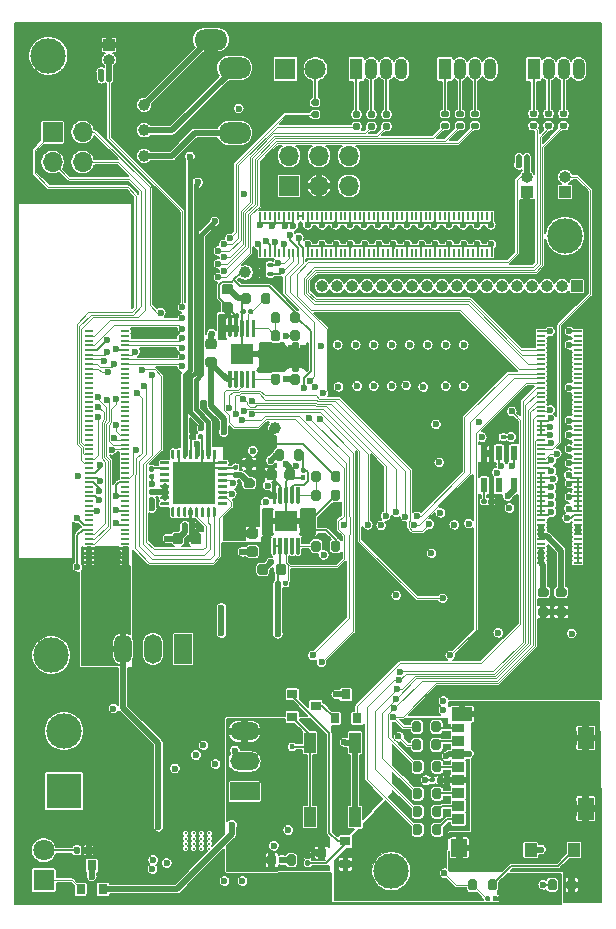
<source format=gtl>
G04 #@! TF.GenerationSoftware,KiCad,Pcbnew,5.1.10*
G04 #@! TF.CreationDate,2021-08-06T13:54:33-04:00*
G04 #@! TF.ProjectId,mist-eeg,6d697374-2d65-4656-972e-6b696361645f,1E*
G04 #@! TF.SameCoordinates,Original*
G04 #@! TF.FileFunction,Copper,L1,Top*
G04 #@! TF.FilePolarity,Positive*
%FSLAX46Y46*%
G04 Gerber Fmt 4.6, Leading zero omitted, Abs format (unit mm)*
G04 Created by KiCad (PCBNEW 5.1.10) date 2021-08-06 13:54:33*
%MOMM*%
%LPD*%
G01*
G04 APERTURE LIST*
G04 #@! TA.AperFunction,ComponentPad*
%ADD10C,3.000000*%
G04 #@! TD*
G04 #@! TA.AperFunction,SMDPad,CuDef*
%ADD11R,1.880000X1.680000*%
G04 #@! TD*
G04 #@! TA.AperFunction,ComponentPad*
%ADD12O,1.500000X2.500000*%
G04 #@! TD*
G04 #@! TA.AperFunction,ComponentPad*
%ADD13R,1.500000X2.500000*%
G04 #@! TD*
G04 #@! TA.AperFunction,ComponentPad*
%ADD14R,2.500000X1.500000*%
G04 #@! TD*
G04 #@! TA.AperFunction,ComponentPad*
%ADD15O,2.500000X1.500000*%
G04 #@! TD*
G04 #@! TA.AperFunction,SMDPad,CuDef*
%ADD16R,3.600000X3.600000*%
G04 #@! TD*
G04 #@! TA.AperFunction,ComponentPad*
%ADD17O,1.700000X1.700000*%
G04 #@! TD*
G04 #@! TA.AperFunction,ComponentPad*
%ADD18R,1.700000X1.700000*%
G04 #@! TD*
G04 #@! TA.AperFunction,SMDPad,CuDef*
%ADD19R,1.350000X1.900000*%
G04 #@! TD*
G04 #@! TA.AperFunction,SMDPad,CuDef*
%ADD20R,1.000000X1.200000*%
G04 #@! TD*
G04 #@! TA.AperFunction,SMDPad,CuDef*
%ADD21R,1.350000X1.550000*%
G04 #@! TD*
G04 #@! TA.AperFunction,SMDPad,CuDef*
%ADD22R,1.800000X1.170000*%
G04 #@! TD*
G04 #@! TA.AperFunction,SMDPad,CuDef*
%ADD23R,1.100000X0.850000*%
G04 #@! TD*
G04 #@! TA.AperFunction,SMDPad,CuDef*
%ADD24R,1.100000X0.750000*%
G04 #@! TD*
G04 #@! TA.AperFunction,ComponentPad*
%ADD25R,3.000000X3.000000*%
G04 #@! TD*
G04 #@! TA.AperFunction,SMDPad,CuDef*
%ADD26R,0.900000X0.800000*%
G04 #@! TD*
G04 #@! TA.AperFunction,SMDPad,CuDef*
%ADD27R,1.000000X1.700000*%
G04 #@! TD*
G04 #@! TA.AperFunction,SMDPad,CuDef*
%ADD28R,0.584200X1.295400*%
G04 #@! TD*
G04 #@! TA.AperFunction,SMDPad,CuDef*
%ADD29R,0.711200X0.203200*%
G04 #@! TD*
G04 #@! TA.AperFunction,SMDPad,CuDef*
%ADD30R,0.203200X0.711200*%
G04 #@! TD*
G04 #@! TA.AperFunction,ComponentPad*
%ADD31O,2.800000X1.800000*%
G04 #@! TD*
G04 #@! TA.AperFunction,SMDPad,CuDef*
%ADD32R,0.800000X0.900000*%
G04 #@! TD*
G04 #@! TA.AperFunction,ComponentPad*
%ADD33C,1.800000*%
G04 #@! TD*
G04 #@! TA.AperFunction,ComponentPad*
%ADD34R,1.800000X1.800000*%
G04 #@! TD*
G04 #@! TA.AperFunction,ComponentPad*
%ADD35O,1.000000X1.000000*%
G04 #@! TD*
G04 #@! TA.AperFunction,ComponentPad*
%ADD36R,1.000000X1.000000*%
G04 #@! TD*
G04 #@! TA.AperFunction,ComponentPad*
%ADD37C,0.212500*%
G04 #@! TD*
G04 #@! TA.AperFunction,SMDPad,CuDef*
%ADD38C,1.000000*%
G04 #@! TD*
G04 #@! TA.AperFunction,ComponentPad*
%ADD39O,1.070000X1.800000*%
G04 #@! TD*
G04 #@! TA.AperFunction,ComponentPad*
%ADD40R,1.070000X1.800000*%
G04 #@! TD*
G04 #@! TA.AperFunction,ViaPad*
%ADD41C,0.600000*%
G04 #@! TD*
G04 #@! TA.AperFunction,Conductor*
%ADD42C,0.177800*%
G04 #@! TD*
G04 #@! TA.AperFunction,Conductor*
%ADD43C,0.508000*%
G04 #@! TD*
G04 #@! TA.AperFunction,Conductor*
%ADD44C,0.101600*%
G04 #@! TD*
G04 #@! TA.AperFunction,Conductor*
%ADD45C,0.381000*%
G04 #@! TD*
G04 #@! TA.AperFunction,Conductor*
%ADD46C,0.250000*%
G04 #@! TD*
G04 #@! TA.AperFunction,Conductor*
%ADD47C,0.100000*%
G04 #@! TD*
G04 #@! TA.AperFunction,Conductor*
%ADD48C,0.254000*%
G04 #@! TD*
G04 #@! TA.AperFunction,Conductor*
%ADD49C,0.127000*%
G04 #@! TD*
G04 APERTURE END LIST*
D10*
X231000000Y-106000000D03*
X202000000Y-37000000D03*
D11*
X222135700Y-76365100D03*
G04 #@! TA.AperFunction,SMDPad,CuDef*
G36*
G01*
X221210700Y-74940100D02*
X221060700Y-74940100D01*
G75*
G02*
X220985700Y-74865100I0J75000D01*
G01*
X220985700Y-73565100D01*
G75*
G02*
X221060700Y-73490100I75000J0D01*
G01*
X221210700Y-73490100D01*
G75*
G02*
X221285700Y-73565100I0J-75000D01*
G01*
X221285700Y-74865100D01*
G75*
G02*
X221210700Y-74940100I-75000J0D01*
G01*
G37*
G04 #@! TD.AperFunction*
G04 #@! TA.AperFunction,SMDPad,CuDef*
G36*
G01*
X221710700Y-74940100D02*
X221560700Y-74940100D01*
G75*
G02*
X221485700Y-74865100I0J75000D01*
G01*
X221485700Y-73565100D01*
G75*
G02*
X221560700Y-73490100I75000J0D01*
G01*
X221710700Y-73490100D01*
G75*
G02*
X221785700Y-73565100I0J-75000D01*
G01*
X221785700Y-74865100D01*
G75*
G02*
X221710700Y-74940100I-75000J0D01*
G01*
G37*
G04 #@! TD.AperFunction*
G04 #@! TA.AperFunction,SMDPad,CuDef*
G36*
G01*
X222210700Y-74940100D02*
X222060700Y-74940100D01*
G75*
G02*
X221985700Y-74865100I0J75000D01*
G01*
X221985700Y-73565100D01*
G75*
G02*
X222060700Y-73490100I75000J0D01*
G01*
X222210700Y-73490100D01*
G75*
G02*
X222285700Y-73565100I0J-75000D01*
G01*
X222285700Y-74865100D01*
G75*
G02*
X222210700Y-74940100I-75000J0D01*
G01*
G37*
G04 #@! TD.AperFunction*
G04 #@! TA.AperFunction,SMDPad,CuDef*
G36*
G01*
X222710700Y-74940100D02*
X222560700Y-74940100D01*
G75*
G02*
X222485700Y-74865100I0J75000D01*
G01*
X222485700Y-73565100D01*
G75*
G02*
X222560700Y-73490100I75000J0D01*
G01*
X222710700Y-73490100D01*
G75*
G02*
X222785700Y-73565100I0J-75000D01*
G01*
X222785700Y-74865100D01*
G75*
G02*
X222710700Y-74940100I-75000J0D01*
G01*
G37*
G04 #@! TD.AperFunction*
G04 #@! TA.AperFunction,SMDPad,CuDef*
G36*
G01*
X223210700Y-74940100D02*
X223060700Y-74940100D01*
G75*
G02*
X222985700Y-74865100I0J75000D01*
G01*
X222985700Y-73565100D01*
G75*
G02*
X223060700Y-73490100I75000J0D01*
G01*
X223210700Y-73490100D01*
G75*
G02*
X223285700Y-73565100I0J-75000D01*
G01*
X223285700Y-74865100D01*
G75*
G02*
X223210700Y-74940100I-75000J0D01*
G01*
G37*
G04 #@! TD.AperFunction*
G04 #@! TA.AperFunction,SMDPad,CuDef*
G36*
G01*
X223210700Y-79240100D02*
X223060700Y-79240100D01*
G75*
G02*
X222985700Y-79165100I0J75000D01*
G01*
X222985700Y-77865100D01*
G75*
G02*
X223060700Y-77790100I75000J0D01*
G01*
X223210700Y-77790100D01*
G75*
G02*
X223285700Y-77865100I0J-75000D01*
G01*
X223285700Y-79165100D01*
G75*
G02*
X223210700Y-79240100I-75000J0D01*
G01*
G37*
G04 #@! TD.AperFunction*
G04 #@! TA.AperFunction,SMDPad,CuDef*
G36*
G01*
X222710700Y-79240100D02*
X222560700Y-79240100D01*
G75*
G02*
X222485700Y-79165100I0J75000D01*
G01*
X222485700Y-77865100D01*
G75*
G02*
X222560700Y-77790100I75000J0D01*
G01*
X222710700Y-77790100D01*
G75*
G02*
X222785700Y-77865100I0J-75000D01*
G01*
X222785700Y-79165100D01*
G75*
G02*
X222710700Y-79240100I-75000J0D01*
G01*
G37*
G04 #@! TD.AperFunction*
G04 #@! TA.AperFunction,SMDPad,CuDef*
G36*
G01*
X222210700Y-79240100D02*
X222060700Y-79240100D01*
G75*
G02*
X221985700Y-79165100I0J75000D01*
G01*
X221985700Y-77865100D01*
G75*
G02*
X222060700Y-77790100I75000J0D01*
G01*
X222210700Y-77790100D01*
G75*
G02*
X222285700Y-77865100I0J-75000D01*
G01*
X222285700Y-79165100D01*
G75*
G02*
X222210700Y-79240100I-75000J0D01*
G01*
G37*
G04 #@! TD.AperFunction*
G04 #@! TA.AperFunction,SMDPad,CuDef*
G36*
G01*
X221710700Y-79240100D02*
X221560700Y-79240100D01*
G75*
G02*
X221485700Y-79165100I0J75000D01*
G01*
X221485700Y-77865100D01*
G75*
G02*
X221560700Y-77790100I75000J0D01*
G01*
X221710700Y-77790100D01*
G75*
G02*
X221785700Y-77865100I0J-75000D01*
G01*
X221785700Y-79165100D01*
G75*
G02*
X221710700Y-79240100I-75000J0D01*
G01*
G37*
G04 #@! TD.AperFunction*
G04 #@! TA.AperFunction,SMDPad,CuDef*
G36*
G01*
X221210700Y-79240100D02*
X221060700Y-79240100D01*
G75*
G02*
X220985700Y-79165100I0J75000D01*
G01*
X220985700Y-77865100D01*
G75*
G02*
X221060700Y-77790100I75000J0D01*
G01*
X221210700Y-77790100D01*
G75*
G02*
X221285700Y-77865100I0J-75000D01*
G01*
X221285700Y-79165100D01*
G75*
G02*
X221210700Y-79240100I-75000J0D01*
G01*
G37*
G04 #@! TD.AperFunction*
G04 #@! TA.AperFunction,SMDPad,CuDef*
G36*
G01*
X210647500Y-74355500D02*
X210847500Y-74355500D01*
G75*
G02*
X210947500Y-74455500I0J-100000D01*
G01*
X210947500Y-74715500D01*
G75*
G02*
X210847500Y-74815500I-100000J0D01*
G01*
X210647500Y-74815500D01*
G75*
G02*
X210547500Y-74715500I0J100000D01*
G01*
X210547500Y-74455500D01*
G75*
G02*
X210647500Y-74355500I100000J0D01*
G01*
G37*
G04 #@! TD.AperFunction*
G04 #@! TA.AperFunction,SMDPad,CuDef*
G36*
G01*
X210647500Y-73715500D02*
X210847500Y-73715500D01*
G75*
G02*
X210947500Y-73815500I0J-100000D01*
G01*
X210947500Y-74075500D01*
G75*
G02*
X210847500Y-74175500I-100000J0D01*
G01*
X210647500Y-74175500D01*
G75*
G02*
X210547500Y-74075500I0J100000D01*
G01*
X210547500Y-73815500D01*
G75*
G02*
X210647500Y-73715500I100000J0D01*
G01*
G37*
G04 #@! TD.AperFunction*
D12*
X208334500Y-87219500D03*
X210874500Y-87219500D03*
D13*
X213414500Y-87219500D03*
D14*
X218621500Y-99284500D03*
D15*
X218621500Y-96744500D03*
X218621500Y-94204500D03*
D16*
X214303500Y-73186000D03*
G04 #@! TA.AperFunction,SMDPad,CuDef*
G36*
G01*
X216416000Y-71311000D02*
X217091000Y-71311000D01*
G75*
G02*
X217153500Y-71373500I0J-62500D01*
G01*
X217153500Y-71498500D01*
G75*
G02*
X217091000Y-71561000I-62500J0D01*
G01*
X216416000Y-71561000D01*
G75*
G02*
X216353500Y-71498500I0J62500D01*
G01*
X216353500Y-71373500D01*
G75*
G02*
X216416000Y-71311000I62500J0D01*
G01*
G37*
G04 #@! TD.AperFunction*
G04 #@! TA.AperFunction,SMDPad,CuDef*
G36*
G01*
X216416000Y-71811000D02*
X217091000Y-71811000D01*
G75*
G02*
X217153500Y-71873500I0J-62500D01*
G01*
X217153500Y-71998500D01*
G75*
G02*
X217091000Y-72061000I-62500J0D01*
G01*
X216416000Y-72061000D01*
G75*
G02*
X216353500Y-71998500I0J62500D01*
G01*
X216353500Y-71873500D01*
G75*
G02*
X216416000Y-71811000I62500J0D01*
G01*
G37*
G04 #@! TD.AperFunction*
G04 #@! TA.AperFunction,SMDPad,CuDef*
G36*
G01*
X216416000Y-72311000D02*
X217091000Y-72311000D01*
G75*
G02*
X217153500Y-72373500I0J-62500D01*
G01*
X217153500Y-72498500D01*
G75*
G02*
X217091000Y-72561000I-62500J0D01*
G01*
X216416000Y-72561000D01*
G75*
G02*
X216353500Y-72498500I0J62500D01*
G01*
X216353500Y-72373500D01*
G75*
G02*
X216416000Y-72311000I62500J0D01*
G01*
G37*
G04 #@! TD.AperFunction*
G04 #@! TA.AperFunction,SMDPad,CuDef*
G36*
G01*
X216416000Y-72811000D02*
X217091000Y-72811000D01*
G75*
G02*
X217153500Y-72873500I0J-62500D01*
G01*
X217153500Y-72998500D01*
G75*
G02*
X217091000Y-73061000I-62500J0D01*
G01*
X216416000Y-73061000D01*
G75*
G02*
X216353500Y-72998500I0J62500D01*
G01*
X216353500Y-72873500D01*
G75*
G02*
X216416000Y-72811000I62500J0D01*
G01*
G37*
G04 #@! TD.AperFunction*
G04 #@! TA.AperFunction,SMDPad,CuDef*
G36*
G01*
X216416000Y-73311000D02*
X217091000Y-73311000D01*
G75*
G02*
X217153500Y-73373500I0J-62500D01*
G01*
X217153500Y-73498500D01*
G75*
G02*
X217091000Y-73561000I-62500J0D01*
G01*
X216416000Y-73561000D01*
G75*
G02*
X216353500Y-73498500I0J62500D01*
G01*
X216353500Y-73373500D01*
G75*
G02*
X216416000Y-73311000I62500J0D01*
G01*
G37*
G04 #@! TD.AperFunction*
G04 #@! TA.AperFunction,SMDPad,CuDef*
G36*
G01*
X216416000Y-73811000D02*
X217091000Y-73811000D01*
G75*
G02*
X217153500Y-73873500I0J-62500D01*
G01*
X217153500Y-73998500D01*
G75*
G02*
X217091000Y-74061000I-62500J0D01*
G01*
X216416000Y-74061000D01*
G75*
G02*
X216353500Y-73998500I0J62500D01*
G01*
X216353500Y-73873500D01*
G75*
G02*
X216416000Y-73811000I62500J0D01*
G01*
G37*
G04 #@! TD.AperFunction*
G04 #@! TA.AperFunction,SMDPad,CuDef*
G36*
G01*
X216416000Y-74311000D02*
X217091000Y-74311000D01*
G75*
G02*
X217153500Y-74373500I0J-62500D01*
G01*
X217153500Y-74498500D01*
G75*
G02*
X217091000Y-74561000I-62500J0D01*
G01*
X216416000Y-74561000D01*
G75*
G02*
X216353500Y-74498500I0J62500D01*
G01*
X216353500Y-74373500D01*
G75*
G02*
X216416000Y-74311000I62500J0D01*
G01*
G37*
G04 #@! TD.AperFunction*
G04 #@! TA.AperFunction,SMDPad,CuDef*
G36*
G01*
X216416000Y-74811000D02*
X217091000Y-74811000D01*
G75*
G02*
X217153500Y-74873500I0J-62500D01*
G01*
X217153500Y-74998500D01*
G75*
G02*
X217091000Y-75061000I-62500J0D01*
G01*
X216416000Y-75061000D01*
G75*
G02*
X216353500Y-74998500I0J62500D01*
G01*
X216353500Y-74873500D01*
G75*
G02*
X216416000Y-74811000I62500J0D01*
G01*
G37*
G04 #@! TD.AperFunction*
G04 #@! TA.AperFunction,SMDPad,CuDef*
G36*
G01*
X215991000Y-75236000D02*
X216116000Y-75236000D01*
G75*
G02*
X216178500Y-75298500I0J-62500D01*
G01*
X216178500Y-75973500D01*
G75*
G02*
X216116000Y-76036000I-62500J0D01*
G01*
X215991000Y-76036000D01*
G75*
G02*
X215928500Y-75973500I0J62500D01*
G01*
X215928500Y-75298500D01*
G75*
G02*
X215991000Y-75236000I62500J0D01*
G01*
G37*
G04 #@! TD.AperFunction*
G04 #@! TA.AperFunction,SMDPad,CuDef*
G36*
G01*
X215491000Y-75236000D02*
X215616000Y-75236000D01*
G75*
G02*
X215678500Y-75298500I0J-62500D01*
G01*
X215678500Y-75973500D01*
G75*
G02*
X215616000Y-76036000I-62500J0D01*
G01*
X215491000Y-76036000D01*
G75*
G02*
X215428500Y-75973500I0J62500D01*
G01*
X215428500Y-75298500D01*
G75*
G02*
X215491000Y-75236000I62500J0D01*
G01*
G37*
G04 #@! TD.AperFunction*
G04 #@! TA.AperFunction,SMDPad,CuDef*
G36*
G01*
X214991000Y-75236000D02*
X215116000Y-75236000D01*
G75*
G02*
X215178500Y-75298500I0J-62500D01*
G01*
X215178500Y-75973500D01*
G75*
G02*
X215116000Y-76036000I-62500J0D01*
G01*
X214991000Y-76036000D01*
G75*
G02*
X214928500Y-75973500I0J62500D01*
G01*
X214928500Y-75298500D01*
G75*
G02*
X214991000Y-75236000I62500J0D01*
G01*
G37*
G04 #@! TD.AperFunction*
G04 #@! TA.AperFunction,SMDPad,CuDef*
G36*
G01*
X214491000Y-75236000D02*
X214616000Y-75236000D01*
G75*
G02*
X214678500Y-75298500I0J-62500D01*
G01*
X214678500Y-75973500D01*
G75*
G02*
X214616000Y-76036000I-62500J0D01*
G01*
X214491000Y-76036000D01*
G75*
G02*
X214428500Y-75973500I0J62500D01*
G01*
X214428500Y-75298500D01*
G75*
G02*
X214491000Y-75236000I62500J0D01*
G01*
G37*
G04 #@! TD.AperFunction*
G04 #@! TA.AperFunction,SMDPad,CuDef*
G36*
G01*
X213991000Y-75236000D02*
X214116000Y-75236000D01*
G75*
G02*
X214178500Y-75298500I0J-62500D01*
G01*
X214178500Y-75973500D01*
G75*
G02*
X214116000Y-76036000I-62500J0D01*
G01*
X213991000Y-76036000D01*
G75*
G02*
X213928500Y-75973500I0J62500D01*
G01*
X213928500Y-75298500D01*
G75*
G02*
X213991000Y-75236000I62500J0D01*
G01*
G37*
G04 #@! TD.AperFunction*
G04 #@! TA.AperFunction,SMDPad,CuDef*
G36*
G01*
X213491000Y-75236000D02*
X213616000Y-75236000D01*
G75*
G02*
X213678500Y-75298500I0J-62500D01*
G01*
X213678500Y-75973500D01*
G75*
G02*
X213616000Y-76036000I-62500J0D01*
G01*
X213491000Y-76036000D01*
G75*
G02*
X213428500Y-75973500I0J62500D01*
G01*
X213428500Y-75298500D01*
G75*
G02*
X213491000Y-75236000I62500J0D01*
G01*
G37*
G04 #@! TD.AperFunction*
G04 #@! TA.AperFunction,SMDPad,CuDef*
G36*
G01*
X212991000Y-75236000D02*
X213116000Y-75236000D01*
G75*
G02*
X213178500Y-75298500I0J-62500D01*
G01*
X213178500Y-75973500D01*
G75*
G02*
X213116000Y-76036000I-62500J0D01*
G01*
X212991000Y-76036000D01*
G75*
G02*
X212928500Y-75973500I0J62500D01*
G01*
X212928500Y-75298500D01*
G75*
G02*
X212991000Y-75236000I62500J0D01*
G01*
G37*
G04 #@! TD.AperFunction*
G04 #@! TA.AperFunction,SMDPad,CuDef*
G36*
G01*
X212491000Y-75236000D02*
X212616000Y-75236000D01*
G75*
G02*
X212678500Y-75298500I0J-62500D01*
G01*
X212678500Y-75973500D01*
G75*
G02*
X212616000Y-76036000I-62500J0D01*
G01*
X212491000Y-76036000D01*
G75*
G02*
X212428500Y-75973500I0J62500D01*
G01*
X212428500Y-75298500D01*
G75*
G02*
X212491000Y-75236000I62500J0D01*
G01*
G37*
G04 #@! TD.AperFunction*
G04 #@! TA.AperFunction,SMDPad,CuDef*
G36*
G01*
X211516000Y-74811000D02*
X212191000Y-74811000D01*
G75*
G02*
X212253500Y-74873500I0J-62500D01*
G01*
X212253500Y-74998500D01*
G75*
G02*
X212191000Y-75061000I-62500J0D01*
G01*
X211516000Y-75061000D01*
G75*
G02*
X211453500Y-74998500I0J62500D01*
G01*
X211453500Y-74873500D01*
G75*
G02*
X211516000Y-74811000I62500J0D01*
G01*
G37*
G04 #@! TD.AperFunction*
G04 #@! TA.AperFunction,SMDPad,CuDef*
G36*
G01*
X211516000Y-74311000D02*
X212191000Y-74311000D01*
G75*
G02*
X212253500Y-74373500I0J-62500D01*
G01*
X212253500Y-74498500D01*
G75*
G02*
X212191000Y-74561000I-62500J0D01*
G01*
X211516000Y-74561000D01*
G75*
G02*
X211453500Y-74498500I0J62500D01*
G01*
X211453500Y-74373500D01*
G75*
G02*
X211516000Y-74311000I62500J0D01*
G01*
G37*
G04 #@! TD.AperFunction*
G04 #@! TA.AperFunction,SMDPad,CuDef*
G36*
G01*
X211516000Y-73811000D02*
X212191000Y-73811000D01*
G75*
G02*
X212253500Y-73873500I0J-62500D01*
G01*
X212253500Y-73998500D01*
G75*
G02*
X212191000Y-74061000I-62500J0D01*
G01*
X211516000Y-74061000D01*
G75*
G02*
X211453500Y-73998500I0J62500D01*
G01*
X211453500Y-73873500D01*
G75*
G02*
X211516000Y-73811000I62500J0D01*
G01*
G37*
G04 #@! TD.AperFunction*
G04 #@! TA.AperFunction,SMDPad,CuDef*
G36*
G01*
X211516000Y-73311000D02*
X212191000Y-73311000D01*
G75*
G02*
X212253500Y-73373500I0J-62500D01*
G01*
X212253500Y-73498500D01*
G75*
G02*
X212191000Y-73561000I-62500J0D01*
G01*
X211516000Y-73561000D01*
G75*
G02*
X211453500Y-73498500I0J62500D01*
G01*
X211453500Y-73373500D01*
G75*
G02*
X211516000Y-73311000I62500J0D01*
G01*
G37*
G04 #@! TD.AperFunction*
G04 #@! TA.AperFunction,SMDPad,CuDef*
G36*
G01*
X211516000Y-72811000D02*
X212191000Y-72811000D01*
G75*
G02*
X212253500Y-72873500I0J-62500D01*
G01*
X212253500Y-72998500D01*
G75*
G02*
X212191000Y-73061000I-62500J0D01*
G01*
X211516000Y-73061000D01*
G75*
G02*
X211453500Y-72998500I0J62500D01*
G01*
X211453500Y-72873500D01*
G75*
G02*
X211516000Y-72811000I62500J0D01*
G01*
G37*
G04 #@! TD.AperFunction*
G04 #@! TA.AperFunction,SMDPad,CuDef*
G36*
G01*
X211516000Y-72311000D02*
X212191000Y-72311000D01*
G75*
G02*
X212253500Y-72373500I0J-62500D01*
G01*
X212253500Y-72498500D01*
G75*
G02*
X212191000Y-72561000I-62500J0D01*
G01*
X211516000Y-72561000D01*
G75*
G02*
X211453500Y-72498500I0J62500D01*
G01*
X211453500Y-72373500D01*
G75*
G02*
X211516000Y-72311000I62500J0D01*
G01*
G37*
G04 #@! TD.AperFunction*
G04 #@! TA.AperFunction,SMDPad,CuDef*
G36*
G01*
X211516000Y-71811000D02*
X212191000Y-71811000D01*
G75*
G02*
X212253500Y-71873500I0J-62500D01*
G01*
X212253500Y-71998500D01*
G75*
G02*
X212191000Y-72061000I-62500J0D01*
G01*
X211516000Y-72061000D01*
G75*
G02*
X211453500Y-71998500I0J62500D01*
G01*
X211453500Y-71873500D01*
G75*
G02*
X211516000Y-71811000I62500J0D01*
G01*
G37*
G04 #@! TD.AperFunction*
G04 #@! TA.AperFunction,SMDPad,CuDef*
G36*
G01*
X211516000Y-71311000D02*
X212191000Y-71311000D01*
G75*
G02*
X212253500Y-71373500I0J-62500D01*
G01*
X212253500Y-71498500D01*
G75*
G02*
X212191000Y-71561000I-62500J0D01*
G01*
X211516000Y-71561000D01*
G75*
G02*
X211453500Y-71498500I0J62500D01*
G01*
X211453500Y-71373500D01*
G75*
G02*
X211516000Y-71311000I62500J0D01*
G01*
G37*
G04 #@! TD.AperFunction*
G04 #@! TA.AperFunction,SMDPad,CuDef*
G36*
G01*
X212491000Y-70336000D02*
X212616000Y-70336000D01*
G75*
G02*
X212678500Y-70398500I0J-62500D01*
G01*
X212678500Y-71073500D01*
G75*
G02*
X212616000Y-71136000I-62500J0D01*
G01*
X212491000Y-71136000D01*
G75*
G02*
X212428500Y-71073500I0J62500D01*
G01*
X212428500Y-70398500D01*
G75*
G02*
X212491000Y-70336000I62500J0D01*
G01*
G37*
G04 #@! TD.AperFunction*
G04 #@! TA.AperFunction,SMDPad,CuDef*
G36*
G01*
X212991000Y-70336000D02*
X213116000Y-70336000D01*
G75*
G02*
X213178500Y-70398500I0J-62500D01*
G01*
X213178500Y-71073500D01*
G75*
G02*
X213116000Y-71136000I-62500J0D01*
G01*
X212991000Y-71136000D01*
G75*
G02*
X212928500Y-71073500I0J62500D01*
G01*
X212928500Y-70398500D01*
G75*
G02*
X212991000Y-70336000I62500J0D01*
G01*
G37*
G04 #@! TD.AperFunction*
G04 #@! TA.AperFunction,SMDPad,CuDef*
G36*
G01*
X213491000Y-70336000D02*
X213616000Y-70336000D01*
G75*
G02*
X213678500Y-70398500I0J-62500D01*
G01*
X213678500Y-71073500D01*
G75*
G02*
X213616000Y-71136000I-62500J0D01*
G01*
X213491000Y-71136000D01*
G75*
G02*
X213428500Y-71073500I0J62500D01*
G01*
X213428500Y-70398500D01*
G75*
G02*
X213491000Y-70336000I62500J0D01*
G01*
G37*
G04 #@! TD.AperFunction*
G04 #@! TA.AperFunction,SMDPad,CuDef*
G36*
G01*
X213991000Y-70336000D02*
X214116000Y-70336000D01*
G75*
G02*
X214178500Y-70398500I0J-62500D01*
G01*
X214178500Y-71073500D01*
G75*
G02*
X214116000Y-71136000I-62500J0D01*
G01*
X213991000Y-71136000D01*
G75*
G02*
X213928500Y-71073500I0J62500D01*
G01*
X213928500Y-70398500D01*
G75*
G02*
X213991000Y-70336000I62500J0D01*
G01*
G37*
G04 #@! TD.AperFunction*
G04 #@! TA.AperFunction,SMDPad,CuDef*
G36*
G01*
X214491000Y-70336000D02*
X214616000Y-70336000D01*
G75*
G02*
X214678500Y-70398500I0J-62500D01*
G01*
X214678500Y-71073500D01*
G75*
G02*
X214616000Y-71136000I-62500J0D01*
G01*
X214491000Y-71136000D01*
G75*
G02*
X214428500Y-71073500I0J62500D01*
G01*
X214428500Y-70398500D01*
G75*
G02*
X214491000Y-70336000I62500J0D01*
G01*
G37*
G04 #@! TD.AperFunction*
G04 #@! TA.AperFunction,SMDPad,CuDef*
G36*
G01*
X214991000Y-70336000D02*
X215116000Y-70336000D01*
G75*
G02*
X215178500Y-70398500I0J-62500D01*
G01*
X215178500Y-71073500D01*
G75*
G02*
X215116000Y-71136000I-62500J0D01*
G01*
X214991000Y-71136000D01*
G75*
G02*
X214928500Y-71073500I0J62500D01*
G01*
X214928500Y-70398500D01*
G75*
G02*
X214991000Y-70336000I62500J0D01*
G01*
G37*
G04 #@! TD.AperFunction*
G04 #@! TA.AperFunction,SMDPad,CuDef*
G36*
G01*
X215491000Y-70336000D02*
X215616000Y-70336000D01*
G75*
G02*
X215678500Y-70398500I0J-62500D01*
G01*
X215678500Y-71073500D01*
G75*
G02*
X215616000Y-71136000I-62500J0D01*
G01*
X215491000Y-71136000D01*
G75*
G02*
X215428500Y-71073500I0J62500D01*
G01*
X215428500Y-70398500D01*
G75*
G02*
X215491000Y-70336000I62500J0D01*
G01*
G37*
G04 #@! TD.AperFunction*
G04 #@! TA.AperFunction,SMDPad,CuDef*
G36*
G01*
X215991000Y-70336000D02*
X216116000Y-70336000D01*
G75*
G02*
X216178500Y-70398500I0J-62500D01*
G01*
X216178500Y-71073500D01*
G75*
G02*
X216116000Y-71136000I-62500J0D01*
G01*
X215991000Y-71136000D01*
G75*
G02*
X215928500Y-71073500I0J62500D01*
G01*
X215928500Y-70398500D01*
G75*
G02*
X215991000Y-70336000I62500J0D01*
G01*
G37*
G04 #@! TD.AperFunction*
D17*
X204905500Y-46008000D03*
X202365500Y-46008000D03*
X204905500Y-43468000D03*
D18*
X202365500Y-43468000D03*
G04 #@! TA.AperFunction,SMDPad,CuDef*
G36*
G01*
X219277500Y-71935500D02*
X218727500Y-71935500D01*
G75*
G02*
X218527500Y-71735500I0J200000D01*
G01*
X218527500Y-71335500D01*
G75*
G02*
X218727500Y-71135500I200000J0D01*
G01*
X219277500Y-71135500D01*
G75*
G02*
X219477500Y-71335500I0J-200000D01*
G01*
X219477500Y-71735500D01*
G75*
G02*
X219277500Y-71935500I-200000J0D01*
G01*
G37*
G04 #@! TD.AperFunction*
G04 #@! TA.AperFunction,SMDPad,CuDef*
G36*
G01*
X219277500Y-73585500D02*
X218727500Y-73585500D01*
G75*
G02*
X218527500Y-73385500I0J200000D01*
G01*
X218527500Y-72985500D01*
G75*
G02*
X218727500Y-72785500I200000J0D01*
G01*
X219277500Y-72785500D01*
G75*
G02*
X219477500Y-72985500I0J-200000D01*
G01*
X219477500Y-73385500D01*
G75*
G02*
X219277500Y-73585500I-200000J0D01*
G01*
G37*
G04 #@! TD.AperFunction*
D19*
X247500500Y-94758500D03*
X247500500Y-100728500D03*
D20*
X242825500Y-104228500D03*
X246525500Y-104228500D03*
D21*
X236800500Y-104053500D03*
D22*
X237025500Y-92733500D03*
D23*
X236675500Y-94993500D03*
X236675500Y-96093500D03*
X236675500Y-97193500D03*
X236675500Y-98293500D03*
X236675500Y-99393500D03*
X236675500Y-100493500D03*
D24*
X236675500Y-93943500D03*
D23*
X236675500Y-101593500D03*
D10*
X203327000Y-94170500D03*
D25*
X203327000Y-99250500D03*
G04 #@! TA.AperFunction,SMDPad,CuDef*
G36*
G01*
X222731000Y-95731500D02*
X222531000Y-95731500D01*
G75*
G02*
X222431000Y-95631500I0J100000D01*
G01*
X222431000Y-95371500D01*
G75*
G02*
X222531000Y-95271500I100000J0D01*
G01*
X222731000Y-95271500D01*
G75*
G02*
X222831000Y-95371500I0J-100000D01*
G01*
X222831000Y-95631500D01*
G75*
G02*
X222731000Y-95731500I-100000J0D01*
G01*
G37*
G04 #@! TD.AperFunction*
G04 #@! TA.AperFunction,SMDPad,CuDef*
G36*
G01*
X222731000Y-96371500D02*
X222531000Y-96371500D01*
G75*
G02*
X222431000Y-96271500I0J100000D01*
G01*
X222431000Y-96011500D01*
G75*
G02*
X222531000Y-95911500I100000J0D01*
G01*
X222731000Y-95911500D01*
G75*
G02*
X222831000Y-96011500I0J-100000D01*
G01*
X222831000Y-96271500D01*
G75*
G02*
X222731000Y-96371500I-100000J0D01*
G01*
G37*
G04 #@! TD.AperFunction*
D26*
X224647000Y-92011500D03*
X222647000Y-92961500D03*
X222647000Y-91061500D03*
G04 #@! TA.AperFunction,SMDPad,CuDef*
G36*
G01*
X221994500Y-72703500D02*
X221994500Y-72203500D01*
G75*
G02*
X222219500Y-71978500I225000J0D01*
G01*
X222669500Y-71978500D01*
G75*
G02*
X222894500Y-72203500I0J-225000D01*
G01*
X222894500Y-72703500D01*
G75*
G02*
X222669500Y-72928500I-225000J0D01*
G01*
X222219500Y-72928500D01*
G75*
G02*
X221994500Y-72703500I0J225000D01*
G01*
G37*
G04 #@! TD.AperFunction*
G04 #@! TA.AperFunction,SMDPad,CuDef*
G36*
G01*
X220444500Y-72703500D02*
X220444500Y-72203500D01*
G75*
G02*
X220669500Y-71978500I225000J0D01*
G01*
X221119500Y-71978500D01*
G75*
G02*
X221344500Y-72203500I0J-225000D01*
G01*
X221344500Y-72703500D01*
G75*
G02*
X221119500Y-72928500I-225000J0D01*
G01*
X220669500Y-72928500D01*
G75*
G02*
X220444500Y-72703500I0J225000D01*
G01*
G37*
G04 #@! TD.AperFunction*
G04 #@! TA.AperFunction,SMDPad,CuDef*
G36*
G01*
X217411000Y-57206000D02*
X216911000Y-57206000D01*
G75*
G02*
X216686000Y-56981000I0J225000D01*
G01*
X216686000Y-56531000D01*
G75*
G02*
X216911000Y-56306000I225000J0D01*
G01*
X217411000Y-56306000D01*
G75*
G02*
X217636000Y-56531000I0J-225000D01*
G01*
X217636000Y-56981000D01*
G75*
G02*
X217411000Y-57206000I-225000J0D01*
G01*
G37*
G04 #@! TD.AperFunction*
G04 #@! TA.AperFunction,SMDPad,CuDef*
G36*
G01*
X217411000Y-58756000D02*
X216911000Y-58756000D01*
G75*
G02*
X216686000Y-58531000I0J225000D01*
G01*
X216686000Y-58081000D01*
G75*
G02*
X216911000Y-57856000I225000J0D01*
G01*
X217411000Y-57856000D01*
G75*
G02*
X217636000Y-58081000I0J-225000D01*
G01*
X217636000Y-58531000D01*
G75*
G02*
X217411000Y-58756000I-225000J0D01*
G01*
G37*
G04 #@! TD.AperFunction*
G04 #@! TA.AperFunction,SMDPad,CuDef*
G36*
G01*
X220604200Y-80242600D02*
X220604200Y-80742600D01*
G75*
G02*
X220379200Y-80967600I-225000J0D01*
G01*
X219929200Y-80967600D01*
G75*
G02*
X219704200Y-80742600I0J225000D01*
G01*
X219704200Y-80242600D01*
G75*
G02*
X219929200Y-80017600I225000J0D01*
G01*
X220379200Y-80017600D01*
G75*
G02*
X220604200Y-80242600I0J-225000D01*
G01*
G37*
G04 #@! TD.AperFunction*
G04 #@! TA.AperFunction,SMDPad,CuDef*
G36*
G01*
X222154200Y-80242600D02*
X222154200Y-80742600D01*
G75*
G02*
X221929200Y-80967600I-225000J0D01*
G01*
X221479200Y-80967600D01*
G75*
G02*
X221254200Y-80742600I0J225000D01*
G01*
X221254200Y-80242600D01*
G75*
G02*
X221479200Y-80017600I225000J0D01*
G01*
X221929200Y-80017600D01*
G75*
G02*
X222154200Y-80242600I0J-225000D01*
G01*
G37*
G04 #@! TD.AperFunction*
G04 #@! TA.AperFunction,SMDPad,CuDef*
G36*
G01*
X216023000Y-61841500D02*
X215523000Y-61841500D01*
G75*
G02*
X215298000Y-61616500I0J225000D01*
G01*
X215298000Y-61166500D01*
G75*
G02*
X215523000Y-60941500I225000J0D01*
G01*
X216023000Y-60941500D01*
G75*
G02*
X216248000Y-61166500I0J-225000D01*
G01*
X216248000Y-61616500D01*
G75*
G02*
X216023000Y-61841500I-225000J0D01*
G01*
G37*
G04 #@! TD.AperFunction*
G04 #@! TA.AperFunction,SMDPad,CuDef*
G36*
G01*
X216023000Y-63391500D02*
X215523000Y-63391500D01*
G75*
G02*
X215298000Y-63166500I0J225000D01*
G01*
X215298000Y-62716500D01*
G75*
G02*
X215523000Y-62491500I225000J0D01*
G01*
X216023000Y-62491500D01*
G75*
G02*
X216248000Y-62716500I0J-225000D01*
G01*
X216248000Y-63166500D01*
G75*
G02*
X216023000Y-63391500I-225000J0D01*
G01*
G37*
G04 #@! TD.AperFunction*
D27*
X224160000Y-101448000D03*
X224160000Y-95148000D03*
X227960000Y-101448000D03*
X227960000Y-95148000D03*
D28*
X238887000Y-70650100D03*
X240157000Y-70650100D03*
X241427000Y-70650100D03*
X241427000Y-73367900D03*
X240157000Y-73367900D03*
X238887000Y-73367900D03*
D29*
X243740001Y-79909998D03*
X246819999Y-79909998D03*
X243740001Y-79509999D03*
X246819999Y-79509999D03*
X243740001Y-79110000D03*
X246819999Y-79110000D03*
X243740001Y-78709998D03*
X246819999Y-78709998D03*
X243740001Y-78309999D03*
X246819999Y-78309999D03*
X243740001Y-77910000D03*
X246819999Y-77910000D03*
X243740001Y-77510000D03*
X246819999Y-77510000D03*
X243740001Y-77109999D03*
X246819999Y-77109999D03*
X243740001Y-76709999D03*
X246819999Y-76709999D03*
X243740001Y-76310000D03*
X246819999Y-76310000D03*
X243740001Y-75909999D03*
X246819999Y-75909999D03*
X243740001Y-75509999D03*
X246819999Y-75509999D03*
X243740001Y-75110000D03*
X246819999Y-75110000D03*
X243740001Y-74709998D03*
X246819999Y-74709998D03*
X243740001Y-74309999D03*
X246819999Y-74309999D03*
X243740001Y-73910000D03*
X246819999Y-73910000D03*
X243740001Y-73510001D03*
X246819999Y-73510001D03*
X243740001Y-73109999D03*
X246819999Y-73109999D03*
X243740001Y-72710000D03*
X246819999Y-72710000D03*
X243740001Y-72310001D03*
X246819999Y-72310001D03*
X243740001Y-71909999D03*
X246819999Y-71909999D03*
X243740001Y-71510000D03*
X246819999Y-71510000D03*
X243740001Y-71110001D03*
X246819999Y-71110001D03*
X243740001Y-70710001D03*
X246819999Y-70710001D03*
X243740001Y-70310000D03*
X246819999Y-70310000D03*
X243740001Y-69910000D03*
X246819999Y-69910000D03*
X243740001Y-69510001D03*
X246819999Y-69510001D03*
X243740001Y-69109999D03*
X246819999Y-69109999D03*
X243740001Y-68710000D03*
X246819999Y-68710000D03*
X243740001Y-68310001D03*
X246819999Y-68310001D03*
X243740001Y-67909999D03*
X246819999Y-67909999D03*
X243740001Y-67510000D03*
X246819999Y-67510000D03*
X243740001Y-67110001D03*
X246819999Y-67110001D03*
X243740001Y-66710002D03*
X246819999Y-66710002D03*
X243740001Y-66310000D03*
X246819999Y-66310000D03*
X243740001Y-65910001D03*
X246819999Y-65910001D03*
X243740001Y-65510002D03*
X246819999Y-65510002D03*
X243740001Y-65110000D03*
X246819999Y-65110000D03*
X243740001Y-64710001D03*
X246819999Y-64710001D03*
X243740001Y-64310001D03*
X246819999Y-64310001D03*
X243740001Y-63910000D03*
X246819999Y-63910000D03*
X243740001Y-63510001D03*
X246819999Y-63510001D03*
X243740001Y-63110001D03*
X246819999Y-63110001D03*
X243740001Y-62710002D03*
X246819999Y-62710002D03*
X243740001Y-62310000D03*
X246819999Y-62310000D03*
X243740001Y-61910001D03*
X246819999Y-61910001D03*
X243740001Y-61510002D03*
X246819999Y-61510002D03*
X243740001Y-61110000D03*
X246819999Y-61110000D03*
X243740001Y-60710001D03*
X246819999Y-60710001D03*
X243740001Y-60310002D03*
X246819999Y-60310002D03*
D30*
X219950002Y-50590001D03*
X219950002Y-53669999D03*
X220350001Y-50590001D03*
X220350001Y-53669999D03*
X220750000Y-50590001D03*
X220750000Y-53669999D03*
X221150002Y-50590001D03*
X221150002Y-53669999D03*
X221550001Y-50590001D03*
X221550001Y-53669999D03*
X221950000Y-50590001D03*
X221950000Y-53669999D03*
X222350000Y-50590001D03*
X222350000Y-53669999D03*
X222750001Y-50590001D03*
X222750001Y-53669999D03*
X223150001Y-50590001D03*
X223150001Y-53669999D03*
X223550000Y-50590001D03*
X223550000Y-53669999D03*
X223950001Y-50590001D03*
X223950001Y-53669999D03*
X224350001Y-50590001D03*
X224350001Y-53669999D03*
X224750000Y-50590001D03*
X224750000Y-53669999D03*
X225150002Y-50590001D03*
X225150002Y-53669999D03*
X225550001Y-50590001D03*
X225550001Y-53669999D03*
X225950000Y-50590001D03*
X225950000Y-53669999D03*
X226349999Y-50590001D03*
X226349999Y-53669999D03*
X226750001Y-50590001D03*
X226750001Y-53669999D03*
X227150000Y-50590001D03*
X227150000Y-53669999D03*
X227549999Y-50590001D03*
X227549999Y-53669999D03*
X227950001Y-50590001D03*
X227950001Y-53669999D03*
X228350000Y-50590001D03*
X228350000Y-53669999D03*
X228749999Y-50590001D03*
X228749999Y-53669999D03*
X229149999Y-50590001D03*
X229149999Y-53669999D03*
X229550000Y-50590001D03*
X229550000Y-53669999D03*
X229950000Y-50590001D03*
X229950000Y-53669999D03*
X230349999Y-50590001D03*
X230349999Y-53669999D03*
X230750001Y-50590001D03*
X230750001Y-53669999D03*
X231150000Y-50590001D03*
X231150000Y-53669999D03*
X231549999Y-50590001D03*
X231549999Y-53669999D03*
X231950001Y-50590001D03*
X231950001Y-53669999D03*
X232350000Y-50590001D03*
X232350000Y-53669999D03*
X232749999Y-50590001D03*
X232749999Y-53669999D03*
X233149998Y-50590001D03*
X233149998Y-53669999D03*
X233550000Y-50590001D03*
X233550000Y-53669999D03*
X233949999Y-50590001D03*
X233949999Y-53669999D03*
X234349998Y-50590001D03*
X234349998Y-53669999D03*
X234750000Y-50590001D03*
X234750000Y-53669999D03*
X235149999Y-50590001D03*
X235149999Y-53669999D03*
X235549999Y-50590001D03*
X235549999Y-53669999D03*
X235950000Y-50590001D03*
X235950000Y-53669999D03*
X236349999Y-50590001D03*
X236349999Y-53669999D03*
X236749999Y-50590001D03*
X236749999Y-53669999D03*
X237149998Y-50590001D03*
X237149998Y-53669999D03*
X237550000Y-50590001D03*
X237550000Y-53669999D03*
X237949999Y-50590001D03*
X237949999Y-53669999D03*
X238349998Y-50590001D03*
X238349998Y-53669999D03*
X238750000Y-50590001D03*
X238750000Y-53669999D03*
X239149999Y-50590001D03*
X239149999Y-53669999D03*
X239549998Y-50590001D03*
X239549998Y-53669999D03*
D29*
X205440001Y-79909998D03*
X208519999Y-79909998D03*
X205440001Y-79509999D03*
X208519999Y-79509999D03*
X205440001Y-79110000D03*
X208519999Y-79110000D03*
X205440001Y-78709998D03*
X208519999Y-78709998D03*
X205440001Y-78309999D03*
X208519999Y-78309999D03*
X205440001Y-77910000D03*
X208519999Y-77910000D03*
X205440001Y-77510000D03*
X208519999Y-77510000D03*
X205440001Y-77109999D03*
X208519999Y-77109999D03*
X205440001Y-76709999D03*
X208519999Y-76709999D03*
X205440001Y-76310000D03*
X208519999Y-76310000D03*
X205440001Y-75909999D03*
X208519999Y-75909999D03*
X205440001Y-75509999D03*
X208519999Y-75509999D03*
X205440001Y-75110000D03*
X208519999Y-75110000D03*
X205440001Y-74709998D03*
X208519999Y-74709998D03*
X205440001Y-74309999D03*
X208519999Y-74309999D03*
X205440001Y-73910000D03*
X208519999Y-73910000D03*
X205440001Y-73510001D03*
X208519999Y-73510001D03*
X205440001Y-73109999D03*
X208519999Y-73109999D03*
X205440001Y-72710000D03*
X208519999Y-72710000D03*
X205440001Y-72310001D03*
X208519999Y-72310001D03*
X205440001Y-71909999D03*
X208519999Y-71909999D03*
X205440001Y-71510000D03*
X208519999Y-71510000D03*
X205440001Y-71110001D03*
X208519999Y-71110001D03*
X205440001Y-70710001D03*
X208519999Y-70710001D03*
X205440001Y-70310000D03*
X208519999Y-70310000D03*
X205440001Y-69910000D03*
X208519999Y-69910000D03*
X205440001Y-69510001D03*
X208519999Y-69510001D03*
X205440001Y-69109999D03*
X208519999Y-69109999D03*
X205440001Y-68710000D03*
X208519999Y-68710000D03*
X205440001Y-68310001D03*
X208519999Y-68310001D03*
X205440001Y-67909999D03*
X208519999Y-67909999D03*
X205440001Y-67510000D03*
X208519999Y-67510000D03*
X205440001Y-67110001D03*
X208519999Y-67110001D03*
X205440001Y-66710002D03*
X208519999Y-66710002D03*
X205440001Y-66310000D03*
X208519999Y-66310000D03*
X205440001Y-65910001D03*
X208519999Y-65910001D03*
X205440001Y-65510002D03*
X208519999Y-65510002D03*
X205440001Y-65110000D03*
X208519999Y-65110000D03*
X205440001Y-64710001D03*
X208519999Y-64710001D03*
X205440001Y-64310001D03*
X208519999Y-64310001D03*
X205440001Y-63910000D03*
X208519999Y-63910000D03*
X205440001Y-63510001D03*
X208519999Y-63510001D03*
X205440001Y-63110001D03*
X208519999Y-63110001D03*
X205440001Y-62710002D03*
X208519999Y-62710002D03*
X205440001Y-62310000D03*
X208519999Y-62310000D03*
X205440001Y-61910001D03*
X208519999Y-61910001D03*
X205440001Y-61510002D03*
X208519999Y-61510002D03*
X205440001Y-61110000D03*
X208519999Y-61110000D03*
X205440001Y-60710001D03*
X208519999Y-60710001D03*
X205440001Y-60310002D03*
X208519999Y-60310002D03*
G04 #@! TA.AperFunction,SMDPad,CuDef*
G36*
G01*
X245916000Y-107463000D02*
X245916000Y-106913000D01*
G75*
G02*
X246116000Y-106713000I200000J0D01*
G01*
X246516000Y-106713000D01*
G75*
G02*
X246716000Y-106913000I0J-200000D01*
G01*
X246716000Y-107463000D01*
G75*
G02*
X246516000Y-107663000I-200000J0D01*
G01*
X246116000Y-107663000D01*
G75*
G02*
X245916000Y-107463000I0J200000D01*
G01*
G37*
G04 #@! TD.AperFunction*
G04 #@! TA.AperFunction,SMDPad,CuDef*
G36*
G01*
X244266000Y-107463000D02*
X244266000Y-106913000D01*
G75*
G02*
X244466000Y-106713000I200000J0D01*
G01*
X244866000Y-106713000D01*
G75*
G02*
X245066000Y-106913000I0J-200000D01*
G01*
X245066000Y-107463000D01*
G75*
G02*
X244866000Y-107663000I-200000J0D01*
G01*
X244466000Y-107663000D01*
G75*
G02*
X244266000Y-107463000I0J200000D01*
G01*
G37*
G04 #@! TD.AperFunction*
D31*
X217773000Y-43523500D03*
X217773000Y-38023500D03*
X215773000Y-35623500D03*
D10*
X245750000Y-52250000D03*
X202250000Y-87750000D03*
G04 #@! TA.AperFunction,SMDPad,CuDef*
G36*
G01*
X204674500Y-104082000D02*
X204674500Y-104452000D01*
G75*
G02*
X204539500Y-104587000I-135000J0D01*
G01*
X204269500Y-104587000D01*
G75*
G02*
X204134500Y-104452000I0J135000D01*
G01*
X204134500Y-104082000D01*
G75*
G02*
X204269500Y-103947000I135000J0D01*
G01*
X204539500Y-103947000D01*
G75*
G02*
X204674500Y-104082000I0J-135000D01*
G01*
G37*
G04 #@! TD.AperFunction*
G04 #@! TA.AperFunction,SMDPad,CuDef*
G36*
G01*
X205694500Y-104082000D02*
X205694500Y-104452000D01*
G75*
G02*
X205559500Y-104587000I-135000J0D01*
G01*
X205289500Y-104587000D01*
G75*
G02*
X205154500Y-104452000I0J135000D01*
G01*
X205154500Y-104082000D01*
G75*
G02*
X205289500Y-103947000I135000J0D01*
G01*
X205559500Y-103947000D01*
G75*
G02*
X205694500Y-104082000I0J-135000D01*
G01*
G37*
G04 #@! TD.AperFunction*
D32*
X205676500Y-105553000D03*
X206626500Y-107553000D03*
X204726500Y-107553000D03*
D33*
X201612500Y-104267000D03*
D34*
X201612500Y-106807000D03*
D35*
X245745000Y-47244000D03*
D36*
X245745000Y-48514000D03*
G04 #@! TA.AperFunction,SMDPad,CuDef*
G36*
G01*
X239294500Y-74839500D02*
X239294500Y-74639500D01*
G75*
G02*
X239394500Y-74539500I100000J0D01*
G01*
X239654500Y-74539500D01*
G75*
G02*
X239754500Y-74639500I0J-100000D01*
G01*
X239754500Y-74839500D01*
G75*
G02*
X239654500Y-74939500I-100000J0D01*
G01*
X239394500Y-74939500D01*
G75*
G02*
X239294500Y-74839500I0J100000D01*
G01*
G37*
G04 #@! TD.AperFunction*
G04 #@! TA.AperFunction,SMDPad,CuDef*
G36*
G01*
X238654500Y-74839500D02*
X238654500Y-74639500D01*
G75*
G02*
X238754500Y-74539500I100000J0D01*
G01*
X239014500Y-74539500D01*
G75*
G02*
X239114500Y-74639500I0J-100000D01*
G01*
X239114500Y-74839500D01*
G75*
G02*
X239014500Y-74939500I-100000J0D01*
G01*
X238754500Y-74939500D01*
G75*
G02*
X238654500Y-74839500I0J100000D01*
G01*
G37*
G04 #@! TD.AperFunction*
G04 #@! TA.AperFunction,SMDPad,CuDef*
G36*
G01*
X222167000Y-105367500D02*
X222167000Y-104817500D01*
G75*
G02*
X222367000Y-104617500I200000J0D01*
G01*
X222767000Y-104617500D01*
G75*
G02*
X222967000Y-104817500I0J-200000D01*
G01*
X222967000Y-105367500D01*
G75*
G02*
X222767000Y-105567500I-200000J0D01*
G01*
X222367000Y-105567500D01*
G75*
G02*
X222167000Y-105367500I0J200000D01*
G01*
G37*
G04 #@! TD.AperFunction*
G04 #@! TA.AperFunction,SMDPad,CuDef*
G36*
G01*
X220517000Y-105367500D02*
X220517000Y-104817500D01*
G75*
G02*
X220717000Y-104617500I200000J0D01*
G01*
X221117000Y-104617500D01*
G75*
G02*
X221317000Y-104817500I0J-200000D01*
G01*
X221317000Y-105367500D01*
G75*
G02*
X221117000Y-105567500I-200000J0D01*
G01*
X220717000Y-105567500D01*
G75*
G02*
X220517000Y-105367500I0J200000D01*
G01*
G37*
G04 #@! TD.AperFunction*
G04 #@! TA.AperFunction,SMDPad,CuDef*
G36*
G01*
X245152500Y-83673500D02*
X245702500Y-83673500D01*
G75*
G02*
X245902500Y-83873500I0J-200000D01*
G01*
X245902500Y-84273500D01*
G75*
G02*
X245702500Y-84473500I-200000J0D01*
G01*
X245152500Y-84473500D01*
G75*
G02*
X244952500Y-84273500I0J200000D01*
G01*
X244952500Y-83873500D01*
G75*
G02*
X245152500Y-83673500I200000J0D01*
G01*
G37*
G04 #@! TD.AperFunction*
G04 #@! TA.AperFunction,SMDPad,CuDef*
G36*
G01*
X245152500Y-82023500D02*
X245702500Y-82023500D01*
G75*
G02*
X245902500Y-82223500I0J-200000D01*
G01*
X245902500Y-82623500D01*
G75*
G02*
X245702500Y-82823500I-200000J0D01*
G01*
X245152500Y-82823500D01*
G75*
G02*
X244952500Y-82623500I0J200000D01*
G01*
X244952500Y-82223500D01*
G75*
G02*
X245152500Y-82023500I200000J0D01*
G01*
G37*
G04 #@! TD.AperFunction*
G04 #@! TA.AperFunction,SMDPad,CuDef*
G36*
G01*
X243628500Y-83673500D02*
X244178500Y-83673500D01*
G75*
G02*
X244378500Y-83873500I0J-200000D01*
G01*
X244378500Y-84273500D01*
G75*
G02*
X244178500Y-84473500I-200000J0D01*
G01*
X243628500Y-84473500D01*
G75*
G02*
X243428500Y-84273500I0J200000D01*
G01*
X243428500Y-83873500D01*
G75*
G02*
X243628500Y-83673500I200000J0D01*
G01*
G37*
G04 #@! TD.AperFunction*
G04 #@! TA.AperFunction,SMDPad,CuDef*
G36*
G01*
X243628500Y-82023500D02*
X244178500Y-82023500D01*
G75*
G02*
X244378500Y-82223500I0J-200000D01*
G01*
X244378500Y-82623500D01*
G75*
G02*
X244178500Y-82823500I-200000J0D01*
G01*
X243628500Y-82823500D01*
G75*
G02*
X243428500Y-82623500I0J200000D01*
G01*
X243428500Y-82223500D01*
G75*
G02*
X243628500Y-82023500I200000J0D01*
G01*
G37*
G04 #@! TD.AperFunction*
G04 #@! TA.AperFunction,SMDPad,CuDef*
G36*
G01*
X223864500Y-105119000D02*
X224064500Y-105119000D01*
G75*
G02*
X224164500Y-105219000I0J-100000D01*
G01*
X224164500Y-105479000D01*
G75*
G02*
X224064500Y-105579000I-100000J0D01*
G01*
X223864500Y-105579000D01*
G75*
G02*
X223764500Y-105479000I0J100000D01*
G01*
X223764500Y-105219000D01*
G75*
G02*
X223864500Y-105119000I100000J0D01*
G01*
G37*
G04 #@! TD.AperFunction*
G04 #@! TA.AperFunction,SMDPad,CuDef*
G36*
G01*
X223864500Y-104479000D02*
X224064500Y-104479000D01*
G75*
G02*
X224164500Y-104579000I0J-100000D01*
G01*
X224164500Y-104839000D01*
G75*
G02*
X224064500Y-104939000I-100000J0D01*
G01*
X223864500Y-104939000D01*
G75*
G02*
X223764500Y-104839000I0J100000D01*
G01*
X223764500Y-104579000D01*
G75*
G02*
X223864500Y-104479000I100000J0D01*
G01*
G37*
G04 #@! TD.AperFunction*
G04 #@! TA.AperFunction,SMDPad,CuDef*
G36*
G01*
X221652000Y-81561000D02*
X221652000Y-81761000D01*
G75*
G02*
X221552000Y-81861000I-100000J0D01*
G01*
X221292000Y-81861000D01*
G75*
G02*
X221192000Y-81761000I0J100000D01*
G01*
X221192000Y-81561000D01*
G75*
G02*
X221292000Y-81461000I100000J0D01*
G01*
X221552000Y-81461000D01*
G75*
G02*
X221652000Y-81561000I0J-100000D01*
G01*
G37*
G04 #@! TD.AperFunction*
G04 #@! TA.AperFunction,SMDPad,CuDef*
G36*
G01*
X222292000Y-81561000D02*
X222292000Y-81761000D01*
G75*
G02*
X222192000Y-81861000I-100000J0D01*
G01*
X221932000Y-81861000D01*
G75*
G02*
X221832000Y-81761000I0J100000D01*
G01*
X221832000Y-81561000D01*
G75*
G02*
X221932000Y-81461000I100000J0D01*
G01*
X222192000Y-81461000D01*
G75*
G02*
X222292000Y-81561000I0J-100000D01*
G01*
G37*
G04 #@! TD.AperFunction*
D26*
X225123500Y-104457500D03*
X227123500Y-103507500D03*
X227123500Y-105407500D03*
D32*
X227203000Y-91075000D03*
X228153000Y-93075000D03*
X226253000Y-93075000D03*
D17*
X227457000Y-45466000D03*
X227457000Y-48006000D03*
X224917000Y-45466000D03*
X224917000Y-48006000D03*
X222377000Y-45466000D03*
D18*
X222377000Y-48006000D03*
G04 #@! TA.AperFunction,SMDPad,CuDef*
G36*
G01*
X240130500Y-69178500D02*
X240130500Y-69378500D01*
G75*
G02*
X240030500Y-69478500I-100000J0D01*
G01*
X239770500Y-69478500D01*
G75*
G02*
X239670500Y-69378500I0J100000D01*
G01*
X239670500Y-69178500D01*
G75*
G02*
X239770500Y-69078500I100000J0D01*
G01*
X240030500Y-69078500D01*
G75*
G02*
X240130500Y-69178500I0J-100000D01*
G01*
G37*
G04 #@! TD.AperFunction*
G04 #@! TA.AperFunction,SMDPad,CuDef*
G36*
G01*
X240770500Y-69178500D02*
X240770500Y-69378500D01*
G75*
G02*
X240670500Y-69478500I-100000J0D01*
G01*
X240410500Y-69478500D01*
G75*
G02*
X240310500Y-69378500I0J100000D01*
G01*
X240310500Y-69178500D01*
G75*
G02*
X240410500Y-69078500I100000J0D01*
G01*
X240670500Y-69078500D01*
G75*
G02*
X240770500Y-69178500I0J-100000D01*
G01*
G37*
G04 #@! TD.AperFunction*
D35*
X207137000Y-37338000D03*
D36*
X207137000Y-36068000D03*
G04 #@! TA.AperFunction,SMDPad,CuDef*
G36*
G01*
X206729500Y-38889000D02*
X206729500Y-39089000D01*
G75*
G02*
X206629500Y-39189000I-100000J0D01*
G01*
X206369500Y-39189000D01*
G75*
G02*
X206269500Y-39089000I0J100000D01*
G01*
X206269500Y-38889000D01*
G75*
G02*
X206369500Y-38789000I100000J0D01*
G01*
X206629500Y-38789000D01*
G75*
G02*
X206729500Y-38889000I0J-100000D01*
G01*
G37*
G04 #@! TD.AperFunction*
G04 #@! TA.AperFunction,SMDPad,CuDef*
G36*
G01*
X207369500Y-38889000D02*
X207369500Y-39089000D01*
G75*
G02*
X207269500Y-39189000I-100000J0D01*
G01*
X207009500Y-39189000D01*
G75*
G02*
X206909500Y-39089000I0J100000D01*
G01*
X206909500Y-38889000D01*
G75*
G02*
X207009500Y-38789000I100000J0D01*
G01*
X207269500Y-38789000D01*
G75*
G02*
X207369500Y-38889000I0J-100000D01*
G01*
G37*
G04 #@! TD.AperFunction*
D37*
X213617500Y-104118500D03*
X213617500Y-103693500D03*
X213617500Y-103268500D03*
X213617500Y-102843500D03*
X214292500Y-104118500D03*
X214292500Y-103693500D03*
X214292500Y-103268500D03*
X214292500Y-102843500D03*
X214967500Y-104118500D03*
X214967500Y-103693500D03*
X214967500Y-103268500D03*
X214967500Y-102843500D03*
X215642500Y-104118500D03*
X215642500Y-103693500D03*
X215642500Y-103268500D03*
X215642500Y-102843500D03*
D35*
X225171000Y-56515000D03*
X226441000Y-56515000D03*
X227711000Y-56515000D03*
X228981000Y-56515000D03*
X230251000Y-56515000D03*
X231521000Y-56515000D03*
X232791000Y-56515000D03*
X234061000Y-56515000D03*
X235331000Y-56515000D03*
X236601000Y-56515000D03*
X237871000Y-56515000D03*
X239141000Y-56515000D03*
X240411000Y-56515000D03*
X241681000Y-56515000D03*
X242951000Y-56515000D03*
X244221000Y-56515000D03*
X245491000Y-56515000D03*
D36*
X246761000Y-56515000D03*
G04 #@! TA.AperFunction,SMDPad,CuDef*
G36*
G01*
X213769000Y-76642000D02*
X213769000Y-76842000D01*
G75*
G02*
X213669000Y-76942000I-100000J0D01*
G01*
X213409000Y-76942000D01*
G75*
G02*
X213309000Y-76842000I0J100000D01*
G01*
X213309000Y-76642000D01*
G75*
G02*
X213409000Y-76542000I100000J0D01*
G01*
X213669000Y-76542000D01*
G75*
G02*
X213769000Y-76642000I0J-100000D01*
G01*
G37*
G04 #@! TD.AperFunction*
G04 #@! TA.AperFunction,SMDPad,CuDef*
G36*
G01*
X214409000Y-76642000D02*
X214409000Y-76842000D01*
G75*
G02*
X214309000Y-76942000I-100000J0D01*
G01*
X214049000Y-76942000D01*
G75*
G02*
X213949000Y-76842000I0J100000D01*
G01*
X213949000Y-76642000D01*
G75*
G02*
X214049000Y-76542000I100000J0D01*
G01*
X214309000Y-76542000D01*
G75*
G02*
X214409000Y-76642000I0J-100000D01*
G01*
G37*
G04 #@! TD.AperFunction*
G04 #@! TA.AperFunction,SMDPad,CuDef*
G36*
G01*
X238335000Y-106913000D02*
X238335000Y-107463000D01*
G75*
G02*
X238135000Y-107663000I-200000J0D01*
G01*
X237735000Y-107663000D01*
G75*
G02*
X237535000Y-107463000I0J200000D01*
G01*
X237535000Y-106913000D01*
G75*
G02*
X237735000Y-106713000I200000J0D01*
G01*
X238135000Y-106713000D01*
G75*
G02*
X238335000Y-106913000I0J-200000D01*
G01*
G37*
G04 #@! TD.AperFunction*
G04 #@! TA.AperFunction,SMDPad,CuDef*
G36*
G01*
X239985000Y-106913000D02*
X239985000Y-107463000D01*
G75*
G02*
X239785000Y-107663000I-200000J0D01*
G01*
X239385000Y-107663000D01*
G75*
G02*
X239185000Y-107463000I0J200000D01*
G01*
X239185000Y-106913000D01*
G75*
G02*
X239385000Y-106713000I200000J0D01*
G01*
X239785000Y-106713000D01*
G75*
G02*
X239985000Y-106913000I0J-200000D01*
G01*
G37*
G04 #@! TD.AperFunction*
G04 #@! TA.AperFunction,SMDPad,CuDef*
G36*
G01*
X233572500Y-93514500D02*
X233572500Y-94064500D01*
G75*
G02*
X233372500Y-94264500I-200000J0D01*
G01*
X232972500Y-94264500D01*
G75*
G02*
X232772500Y-94064500I0J200000D01*
G01*
X232772500Y-93514500D01*
G75*
G02*
X232972500Y-93314500I200000J0D01*
G01*
X233372500Y-93314500D01*
G75*
G02*
X233572500Y-93514500I0J-200000D01*
G01*
G37*
G04 #@! TD.AperFunction*
G04 #@! TA.AperFunction,SMDPad,CuDef*
G36*
G01*
X235222500Y-93514500D02*
X235222500Y-94064500D01*
G75*
G02*
X235022500Y-94264500I-200000J0D01*
G01*
X234622500Y-94264500D01*
G75*
G02*
X234422500Y-94064500I0J200000D01*
G01*
X234422500Y-93514500D01*
G75*
G02*
X234622500Y-93314500I200000J0D01*
G01*
X235022500Y-93314500D01*
G75*
G02*
X235222500Y-93514500I0J-200000D01*
G01*
G37*
G04 #@! TD.AperFunction*
G04 #@! TA.AperFunction,SMDPad,CuDef*
G36*
G01*
X233572500Y-95038500D02*
X233572500Y-95588500D01*
G75*
G02*
X233372500Y-95788500I-200000J0D01*
G01*
X232972500Y-95788500D01*
G75*
G02*
X232772500Y-95588500I0J200000D01*
G01*
X232772500Y-95038500D01*
G75*
G02*
X232972500Y-94838500I200000J0D01*
G01*
X233372500Y-94838500D01*
G75*
G02*
X233572500Y-95038500I0J-200000D01*
G01*
G37*
G04 #@! TD.AperFunction*
G04 #@! TA.AperFunction,SMDPad,CuDef*
G36*
G01*
X235222500Y-95038500D02*
X235222500Y-95588500D01*
G75*
G02*
X235022500Y-95788500I-200000J0D01*
G01*
X234622500Y-95788500D01*
G75*
G02*
X234422500Y-95588500I0J200000D01*
G01*
X234422500Y-95038500D01*
G75*
G02*
X234622500Y-94838500I200000J0D01*
G01*
X235022500Y-94838500D01*
G75*
G02*
X235222500Y-95038500I0J-200000D01*
G01*
G37*
G04 #@! TD.AperFunction*
G04 #@! TA.AperFunction,SMDPad,CuDef*
G36*
G01*
X233636000Y-96880000D02*
X233636000Y-97430000D01*
G75*
G02*
X233436000Y-97630000I-200000J0D01*
G01*
X233036000Y-97630000D01*
G75*
G02*
X232836000Y-97430000I0J200000D01*
G01*
X232836000Y-96880000D01*
G75*
G02*
X233036000Y-96680000I200000J0D01*
G01*
X233436000Y-96680000D01*
G75*
G02*
X233636000Y-96880000I0J-200000D01*
G01*
G37*
G04 #@! TD.AperFunction*
G04 #@! TA.AperFunction,SMDPad,CuDef*
G36*
G01*
X235286000Y-96880000D02*
X235286000Y-97430000D01*
G75*
G02*
X235086000Y-97630000I-200000J0D01*
G01*
X234686000Y-97630000D01*
G75*
G02*
X234486000Y-97430000I0J200000D01*
G01*
X234486000Y-96880000D01*
G75*
G02*
X234686000Y-96680000I200000J0D01*
G01*
X235086000Y-96680000D01*
G75*
G02*
X235286000Y-96880000I0J-200000D01*
G01*
G37*
G04 #@! TD.AperFunction*
G04 #@! TA.AperFunction,SMDPad,CuDef*
G36*
G01*
X233636000Y-99166000D02*
X233636000Y-99716000D01*
G75*
G02*
X233436000Y-99916000I-200000J0D01*
G01*
X233036000Y-99916000D01*
G75*
G02*
X232836000Y-99716000I0J200000D01*
G01*
X232836000Y-99166000D01*
G75*
G02*
X233036000Y-98966000I200000J0D01*
G01*
X233436000Y-98966000D01*
G75*
G02*
X233636000Y-99166000I0J-200000D01*
G01*
G37*
G04 #@! TD.AperFunction*
G04 #@! TA.AperFunction,SMDPad,CuDef*
G36*
G01*
X235286000Y-99166000D02*
X235286000Y-99716000D01*
G75*
G02*
X235086000Y-99916000I-200000J0D01*
G01*
X234686000Y-99916000D01*
G75*
G02*
X234486000Y-99716000I0J200000D01*
G01*
X234486000Y-99166000D01*
G75*
G02*
X234686000Y-98966000I200000J0D01*
G01*
X235086000Y-98966000D01*
G75*
G02*
X235286000Y-99166000I0J-200000D01*
G01*
G37*
G04 #@! TD.AperFunction*
G04 #@! TA.AperFunction,SMDPad,CuDef*
G36*
G01*
X233636000Y-100690000D02*
X233636000Y-101240000D01*
G75*
G02*
X233436000Y-101440000I-200000J0D01*
G01*
X233036000Y-101440000D01*
G75*
G02*
X232836000Y-101240000I0J200000D01*
G01*
X232836000Y-100690000D01*
G75*
G02*
X233036000Y-100490000I200000J0D01*
G01*
X233436000Y-100490000D01*
G75*
G02*
X233636000Y-100690000I0J-200000D01*
G01*
G37*
G04 #@! TD.AperFunction*
G04 #@! TA.AperFunction,SMDPad,CuDef*
G36*
G01*
X235286000Y-100690000D02*
X235286000Y-101240000D01*
G75*
G02*
X235086000Y-101440000I-200000J0D01*
G01*
X234686000Y-101440000D01*
G75*
G02*
X234486000Y-101240000I0J200000D01*
G01*
X234486000Y-100690000D01*
G75*
G02*
X234686000Y-100490000I200000J0D01*
G01*
X235086000Y-100490000D01*
G75*
G02*
X235286000Y-100690000I0J-200000D01*
G01*
G37*
G04 #@! TD.AperFunction*
G04 #@! TA.AperFunction,SMDPad,CuDef*
G36*
G01*
X233636000Y-102214000D02*
X233636000Y-102764000D01*
G75*
G02*
X233436000Y-102964000I-200000J0D01*
G01*
X233036000Y-102964000D01*
G75*
G02*
X232836000Y-102764000I0J200000D01*
G01*
X232836000Y-102214000D01*
G75*
G02*
X233036000Y-102014000I200000J0D01*
G01*
X233436000Y-102014000D01*
G75*
G02*
X233636000Y-102214000I0J-200000D01*
G01*
G37*
G04 #@! TD.AperFunction*
G04 #@! TA.AperFunction,SMDPad,CuDef*
G36*
G01*
X235286000Y-102214000D02*
X235286000Y-102764000D01*
G75*
G02*
X235086000Y-102964000I-200000J0D01*
G01*
X234686000Y-102964000D01*
G75*
G02*
X234486000Y-102764000I0J200000D01*
G01*
X234486000Y-102214000D01*
G75*
G02*
X234686000Y-102014000I200000J0D01*
G01*
X235086000Y-102014000D01*
G75*
G02*
X235286000Y-102214000I0J-200000D01*
G01*
G37*
G04 #@! TD.AperFunction*
G04 #@! TA.AperFunction,SMDPad,CuDef*
G36*
G01*
X222484500Y-60981000D02*
X222484500Y-60431000D01*
G75*
G02*
X222684500Y-60231000I200000J0D01*
G01*
X223084500Y-60231000D01*
G75*
G02*
X223284500Y-60431000I0J-200000D01*
G01*
X223284500Y-60981000D01*
G75*
G02*
X223084500Y-61181000I-200000J0D01*
G01*
X222684500Y-61181000D01*
G75*
G02*
X222484500Y-60981000I0J200000D01*
G01*
G37*
G04 #@! TD.AperFunction*
G04 #@! TA.AperFunction,SMDPad,CuDef*
G36*
G01*
X220834500Y-60981000D02*
X220834500Y-60431000D01*
G75*
G02*
X221034500Y-60231000I200000J0D01*
G01*
X221434500Y-60231000D01*
G75*
G02*
X221634500Y-60431000I0J-200000D01*
G01*
X221634500Y-60981000D01*
G75*
G02*
X221434500Y-61181000I-200000J0D01*
G01*
X221034500Y-61181000D01*
G75*
G02*
X220834500Y-60981000I0J200000D01*
G01*
G37*
G04 #@! TD.AperFunction*
G04 #@! TA.AperFunction,SMDPad,CuDef*
G36*
G01*
X221634500Y-58907000D02*
X221634500Y-59457000D01*
G75*
G02*
X221434500Y-59657000I-200000J0D01*
G01*
X221034500Y-59657000D01*
G75*
G02*
X220834500Y-59457000I0J200000D01*
G01*
X220834500Y-58907000D01*
G75*
G02*
X221034500Y-58707000I200000J0D01*
G01*
X221434500Y-58707000D01*
G75*
G02*
X221634500Y-58907000I0J-200000D01*
G01*
G37*
G04 #@! TD.AperFunction*
G04 #@! TA.AperFunction,SMDPad,CuDef*
G36*
G01*
X223284500Y-58907000D02*
X223284500Y-59457000D01*
G75*
G02*
X223084500Y-59657000I-200000J0D01*
G01*
X222684500Y-59657000D01*
G75*
G02*
X222484500Y-59457000I0J200000D01*
G01*
X222484500Y-58907000D01*
G75*
G02*
X222684500Y-58707000I200000J0D01*
G01*
X223084500Y-58707000D01*
G75*
G02*
X223284500Y-58907000I0J-200000D01*
G01*
G37*
G04 #@! TD.AperFunction*
G04 #@! TA.AperFunction,SMDPad,CuDef*
G36*
G01*
X225926200Y-74481100D02*
X225926200Y-73931100D01*
G75*
G02*
X226126200Y-73731100I200000J0D01*
G01*
X226526200Y-73731100D01*
G75*
G02*
X226726200Y-73931100I0J-200000D01*
G01*
X226726200Y-74481100D01*
G75*
G02*
X226526200Y-74681100I-200000J0D01*
G01*
X226126200Y-74681100D01*
G75*
G02*
X225926200Y-74481100I0J200000D01*
G01*
G37*
G04 #@! TD.AperFunction*
G04 #@! TA.AperFunction,SMDPad,CuDef*
G36*
G01*
X224276200Y-74481100D02*
X224276200Y-73931100D01*
G75*
G02*
X224476200Y-73731100I200000J0D01*
G01*
X224876200Y-73731100D01*
G75*
G02*
X225076200Y-73931100I0J-200000D01*
G01*
X225076200Y-74481100D01*
G75*
G02*
X224876200Y-74681100I-200000J0D01*
G01*
X224476200Y-74681100D01*
G75*
G02*
X224276200Y-74481100I0J200000D01*
G01*
G37*
G04 #@! TD.AperFunction*
G04 #@! TA.AperFunction,SMDPad,CuDef*
G36*
G01*
X225076200Y-72343600D02*
X225076200Y-72893600D01*
G75*
G02*
X224876200Y-73093600I-200000J0D01*
G01*
X224476200Y-73093600D01*
G75*
G02*
X224276200Y-72893600I0J200000D01*
G01*
X224276200Y-72343600D01*
G75*
G02*
X224476200Y-72143600I200000J0D01*
G01*
X224876200Y-72143600D01*
G75*
G02*
X225076200Y-72343600I0J-200000D01*
G01*
G37*
G04 #@! TD.AperFunction*
G04 #@! TA.AperFunction,SMDPad,CuDef*
G36*
G01*
X226726200Y-72343600D02*
X226726200Y-72893600D01*
G75*
G02*
X226526200Y-73093600I-200000J0D01*
G01*
X226126200Y-73093600D01*
G75*
G02*
X225926200Y-72893600I0J200000D01*
G01*
X225926200Y-72343600D01*
G75*
G02*
X226126200Y-72143600I200000J0D01*
G01*
X226526200Y-72143600D01*
G75*
G02*
X226726200Y-72343600I0J-200000D01*
G01*
G37*
G04 #@! TD.AperFunction*
G04 #@! TA.AperFunction,SMDPad,CuDef*
G36*
G01*
X222484500Y-64664000D02*
X222484500Y-64114000D01*
G75*
G02*
X222684500Y-63914000I200000J0D01*
G01*
X223084500Y-63914000D01*
G75*
G02*
X223284500Y-64114000I0J-200000D01*
G01*
X223284500Y-64664000D01*
G75*
G02*
X223084500Y-64864000I-200000J0D01*
G01*
X222684500Y-64864000D01*
G75*
G02*
X222484500Y-64664000I0J200000D01*
G01*
G37*
G04 #@! TD.AperFunction*
G04 #@! TA.AperFunction,SMDPad,CuDef*
G36*
G01*
X220834500Y-64664000D02*
X220834500Y-64114000D01*
G75*
G02*
X221034500Y-63914000I200000J0D01*
G01*
X221434500Y-63914000D01*
G75*
G02*
X221634500Y-64114000I0J-200000D01*
G01*
X221634500Y-64664000D01*
G75*
G02*
X221434500Y-64864000I-200000J0D01*
G01*
X221034500Y-64864000D01*
G75*
G02*
X220834500Y-64664000I0J200000D01*
G01*
G37*
G04 #@! TD.AperFunction*
G04 #@! TA.AperFunction,SMDPad,CuDef*
G36*
G01*
X225926200Y-78799100D02*
X225926200Y-78249100D01*
G75*
G02*
X226126200Y-78049100I200000J0D01*
G01*
X226526200Y-78049100D01*
G75*
G02*
X226726200Y-78249100I0J-200000D01*
G01*
X226726200Y-78799100D01*
G75*
G02*
X226526200Y-78999100I-200000J0D01*
G01*
X226126200Y-78999100D01*
G75*
G02*
X225926200Y-78799100I0J200000D01*
G01*
G37*
G04 #@! TD.AperFunction*
G04 #@! TA.AperFunction,SMDPad,CuDef*
G36*
G01*
X224276200Y-78799100D02*
X224276200Y-78249100D01*
G75*
G02*
X224476200Y-78049100I200000J0D01*
G01*
X224876200Y-78049100D01*
G75*
G02*
X225076200Y-78249100I0J-200000D01*
G01*
X225076200Y-78799100D01*
G75*
G02*
X224876200Y-78999100I-200000J0D01*
G01*
X224476200Y-78999100D01*
G75*
G02*
X224276200Y-78799100I0J200000D01*
G01*
G37*
G04 #@! TD.AperFunction*
G04 #@! TA.AperFunction,SMDPad,CuDef*
G36*
G01*
X219158000Y-57256000D02*
X219158000Y-57806000D01*
G75*
G02*
X218958000Y-58006000I-200000J0D01*
G01*
X218558000Y-58006000D01*
G75*
G02*
X218358000Y-57806000I0J200000D01*
G01*
X218358000Y-57256000D01*
G75*
G02*
X218558000Y-57056000I200000J0D01*
G01*
X218958000Y-57056000D01*
G75*
G02*
X219158000Y-57256000I0J-200000D01*
G01*
G37*
G04 #@! TD.AperFunction*
G04 #@! TA.AperFunction,SMDPad,CuDef*
G36*
G01*
X220808000Y-57256000D02*
X220808000Y-57806000D01*
G75*
G02*
X220608000Y-58006000I-200000J0D01*
G01*
X220208000Y-58006000D01*
G75*
G02*
X220008000Y-57806000I0J200000D01*
G01*
X220008000Y-57256000D01*
G75*
G02*
X220208000Y-57056000I200000J0D01*
G01*
X220608000Y-57056000D01*
G75*
G02*
X220808000Y-57256000I0J-200000D01*
G01*
G37*
G04 #@! TD.AperFunction*
G04 #@! TA.AperFunction,SMDPad,CuDef*
G36*
G01*
X221964700Y-70527500D02*
X221964700Y-71077500D01*
G75*
G02*
X221764700Y-71277500I-200000J0D01*
G01*
X221364700Y-71277500D01*
G75*
G02*
X221164700Y-71077500I0J200000D01*
G01*
X221164700Y-70527500D01*
G75*
G02*
X221364700Y-70327500I200000J0D01*
G01*
X221764700Y-70327500D01*
G75*
G02*
X221964700Y-70527500I0J-200000D01*
G01*
G37*
G04 #@! TD.AperFunction*
G04 #@! TA.AperFunction,SMDPad,CuDef*
G36*
G01*
X223614700Y-70527500D02*
X223614700Y-71077500D01*
G75*
G02*
X223414700Y-71277500I-200000J0D01*
G01*
X223014700Y-71277500D01*
G75*
G02*
X222814700Y-71077500I0J200000D01*
G01*
X222814700Y-70527500D01*
G75*
G02*
X223014700Y-70327500I200000J0D01*
G01*
X223414700Y-70327500D01*
G75*
G02*
X223614700Y-70527500I0J-200000D01*
G01*
G37*
G04 #@! TD.AperFunction*
D38*
X210121500Y-41148000D03*
X210121500Y-45466000D03*
X210121500Y-43307000D03*
X218685000Y-55342500D03*
X221225000Y-68487000D03*
D35*
X242506500Y-47244000D03*
D36*
X242506500Y-48514000D03*
G04 #@! TA.AperFunction,SMDPad,CuDef*
G36*
G01*
X242099000Y-45493000D02*
X242099000Y-45693000D01*
G75*
G02*
X241999000Y-45793000I-100000J0D01*
G01*
X241739000Y-45793000D01*
G75*
G02*
X241639000Y-45693000I0J100000D01*
G01*
X241639000Y-45493000D01*
G75*
G02*
X241739000Y-45393000I100000J0D01*
G01*
X241999000Y-45393000D01*
G75*
G02*
X242099000Y-45493000I0J-100000D01*
G01*
G37*
G04 #@! TD.AperFunction*
G04 #@! TA.AperFunction,SMDPad,CuDef*
G36*
G01*
X242739000Y-45493000D02*
X242739000Y-45693000D01*
G75*
G02*
X242639000Y-45793000I-100000J0D01*
G01*
X242379000Y-45793000D01*
G75*
G02*
X242279000Y-45693000I0J100000D01*
G01*
X242279000Y-45493000D01*
G75*
G02*
X242379000Y-45393000I100000J0D01*
G01*
X242639000Y-45393000D01*
G75*
G02*
X242739000Y-45493000I0J-100000D01*
G01*
G37*
G04 #@! TD.AperFunction*
G04 #@! TA.AperFunction,SMDPad,CuDef*
G36*
G01*
X237940000Y-42658000D02*
X238310000Y-42658000D01*
G75*
G02*
X238445000Y-42793000I0J-135000D01*
G01*
X238445000Y-43063000D01*
G75*
G02*
X238310000Y-43198000I-135000J0D01*
G01*
X237940000Y-43198000D01*
G75*
G02*
X237805000Y-43063000I0J135000D01*
G01*
X237805000Y-42793000D01*
G75*
G02*
X237940000Y-42658000I135000J0D01*
G01*
G37*
G04 #@! TD.AperFunction*
G04 #@! TA.AperFunction,SMDPad,CuDef*
G36*
G01*
X237940000Y-41638000D02*
X238310000Y-41638000D01*
G75*
G02*
X238445000Y-41773000I0J-135000D01*
G01*
X238445000Y-42043000D01*
G75*
G02*
X238310000Y-42178000I-135000J0D01*
G01*
X237940000Y-42178000D01*
G75*
G02*
X237805000Y-42043000I0J135000D01*
G01*
X237805000Y-41773000D01*
G75*
G02*
X237940000Y-41638000I135000J0D01*
G01*
G37*
G04 #@! TD.AperFunction*
G04 #@! TA.AperFunction,SMDPad,CuDef*
G36*
G01*
X236670000Y-42658000D02*
X237040000Y-42658000D01*
G75*
G02*
X237175000Y-42793000I0J-135000D01*
G01*
X237175000Y-43063000D01*
G75*
G02*
X237040000Y-43198000I-135000J0D01*
G01*
X236670000Y-43198000D01*
G75*
G02*
X236535000Y-43063000I0J135000D01*
G01*
X236535000Y-42793000D01*
G75*
G02*
X236670000Y-42658000I135000J0D01*
G01*
G37*
G04 #@! TD.AperFunction*
G04 #@! TA.AperFunction,SMDPad,CuDef*
G36*
G01*
X236670000Y-41638000D02*
X237040000Y-41638000D01*
G75*
G02*
X237175000Y-41773000I0J-135000D01*
G01*
X237175000Y-42043000D01*
G75*
G02*
X237040000Y-42178000I-135000J0D01*
G01*
X236670000Y-42178000D01*
G75*
G02*
X236535000Y-42043000I0J135000D01*
G01*
X236535000Y-41773000D01*
G75*
G02*
X236670000Y-41638000I135000J0D01*
G01*
G37*
G04 #@! TD.AperFunction*
G04 #@! TA.AperFunction,SMDPad,CuDef*
G36*
G01*
X235400000Y-42658000D02*
X235770000Y-42658000D01*
G75*
G02*
X235905000Y-42793000I0J-135000D01*
G01*
X235905000Y-43063000D01*
G75*
G02*
X235770000Y-43198000I-135000J0D01*
G01*
X235400000Y-43198000D01*
G75*
G02*
X235265000Y-43063000I0J135000D01*
G01*
X235265000Y-42793000D01*
G75*
G02*
X235400000Y-42658000I135000J0D01*
G01*
G37*
G04 #@! TD.AperFunction*
G04 #@! TA.AperFunction,SMDPad,CuDef*
G36*
G01*
X235400000Y-41638000D02*
X235770000Y-41638000D01*
G75*
G02*
X235905000Y-41773000I0J-135000D01*
G01*
X235905000Y-42043000D01*
G75*
G02*
X235770000Y-42178000I-135000J0D01*
G01*
X235400000Y-42178000D01*
G75*
G02*
X235265000Y-42043000I0J135000D01*
G01*
X235265000Y-41773000D01*
G75*
G02*
X235400000Y-41638000I135000J0D01*
G01*
G37*
G04 #@! TD.AperFunction*
G04 #@! TA.AperFunction,SMDPad,CuDef*
G36*
G01*
X245433000Y-42658000D02*
X245803000Y-42658000D01*
G75*
G02*
X245938000Y-42793000I0J-135000D01*
G01*
X245938000Y-43063000D01*
G75*
G02*
X245803000Y-43198000I-135000J0D01*
G01*
X245433000Y-43198000D01*
G75*
G02*
X245298000Y-43063000I0J135000D01*
G01*
X245298000Y-42793000D01*
G75*
G02*
X245433000Y-42658000I135000J0D01*
G01*
G37*
G04 #@! TD.AperFunction*
G04 #@! TA.AperFunction,SMDPad,CuDef*
G36*
G01*
X245433000Y-41638000D02*
X245803000Y-41638000D01*
G75*
G02*
X245938000Y-41773000I0J-135000D01*
G01*
X245938000Y-42043000D01*
G75*
G02*
X245803000Y-42178000I-135000J0D01*
G01*
X245433000Y-42178000D01*
G75*
G02*
X245298000Y-42043000I0J135000D01*
G01*
X245298000Y-41773000D01*
G75*
G02*
X245433000Y-41638000I135000J0D01*
G01*
G37*
G04 #@! TD.AperFunction*
G04 #@! TA.AperFunction,SMDPad,CuDef*
G36*
G01*
X244163000Y-42658000D02*
X244533000Y-42658000D01*
G75*
G02*
X244668000Y-42793000I0J-135000D01*
G01*
X244668000Y-43063000D01*
G75*
G02*
X244533000Y-43198000I-135000J0D01*
G01*
X244163000Y-43198000D01*
G75*
G02*
X244028000Y-43063000I0J135000D01*
G01*
X244028000Y-42793000D01*
G75*
G02*
X244163000Y-42658000I135000J0D01*
G01*
G37*
G04 #@! TD.AperFunction*
G04 #@! TA.AperFunction,SMDPad,CuDef*
G36*
G01*
X244163000Y-41638000D02*
X244533000Y-41638000D01*
G75*
G02*
X244668000Y-41773000I0J-135000D01*
G01*
X244668000Y-42043000D01*
G75*
G02*
X244533000Y-42178000I-135000J0D01*
G01*
X244163000Y-42178000D01*
G75*
G02*
X244028000Y-42043000I0J135000D01*
G01*
X244028000Y-41773000D01*
G75*
G02*
X244163000Y-41638000I135000J0D01*
G01*
G37*
G04 #@! TD.AperFunction*
G04 #@! TA.AperFunction,SMDPad,CuDef*
G36*
G01*
X242893000Y-42658000D02*
X243263000Y-42658000D01*
G75*
G02*
X243398000Y-42793000I0J-135000D01*
G01*
X243398000Y-43063000D01*
G75*
G02*
X243263000Y-43198000I-135000J0D01*
G01*
X242893000Y-43198000D01*
G75*
G02*
X242758000Y-43063000I0J135000D01*
G01*
X242758000Y-42793000D01*
G75*
G02*
X242893000Y-42658000I135000J0D01*
G01*
G37*
G04 #@! TD.AperFunction*
G04 #@! TA.AperFunction,SMDPad,CuDef*
G36*
G01*
X242893000Y-41638000D02*
X243263000Y-41638000D01*
G75*
G02*
X243398000Y-41773000I0J-135000D01*
G01*
X243398000Y-42043000D01*
G75*
G02*
X243263000Y-42178000I-135000J0D01*
G01*
X242893000Y-42178000D01*
G75*
G02*
X242758000Y-42043000I0J135000D01*
G01*
X242758000Y-41773000D01*
G75*
G02*
X242893000Y-41638000I135000J0D01*
G01*
G37*
G04 #@! TD.AperFunction*
G04 #@! TA.AperFunction,SMDPad,CuDef*
G36*
G01*
X230447000Y-42721500D02*
X230817000Y-42721500D01*
G75*
G02*
X230952000Y-42856500I0J-135000D01*
G01*
X230952000Y-43126500D01*
G75*
G02*
X230817000Y-43261500I-135000J0D01*
G01*
X230447000Y-43261500D01*
G75*
G02*
X230312000Y-43126500I0J135000D01*
G01*
X230312000Y-42856500D01*
G75*
G02*
X230447000Y-42721500I135000J0D01*
G01*
G37*
G04 #@! TD.AperFunction*
G04 #@! TA.AperFunction,SMDPad,CuDef*
G36*
G01*
X230447000Y-41701500D02*
X230817000Y-41701500D01*
G75*
G02*
X230952000Y-41836500I0J-135000D01*
G01*
X230952000Y-42106500D01*
G75*
G02*
X230817000Y-42241500I-135000J0D01*
G01*
X230447000Y-42241500D01*
G75*
G02*
X230312000Y-42106500I0J135000D01*
G01*
X230312000Y-41836500D01*
G75*
G02*
X230447000Y-41701500I135000J0D01*
G01*
G37*
G04 #@! TD.AperFunction*
G04 #@! TA.AperFunction,SMDPad,CuDef*
G36*
G01*
X229177000Y-42721500D02*
X229547000Y-42721500D01*
G75*
G02*
X229682000Y-42856500I0J-135000D01*
G01*
X229682000Y-43126500D01*
G75*
G02*
X229547000Y-43261500I-135000J0D01*
G01*
X229177000Y-43261500D01*
G75*
G02*
X229042000Y-43126500I0J135000D01*
G01*
X229042000Y-42856500D01*
G75*
G02*
X229177000Y-42721500I135000J0D01*
G01*
G37*
G04 #@! TD.AperFunction*
G04 #@! TA.AperFunction,SMDPad,CuDef*
G36*
G01*
X229177000Y-41701500D02*
X229547000Y-41701500D01*
G75*
G02*
X229682000Y-41836500I0J-135000D01*
G01*
X229682000Y-42106500D01*
G75*
G02*
X229547000Y-42241500I-135000J0D01*
G01*
X229177000Y-42241500D01*
G75*
G02*
X229042000Y-42106500I0J135000D01*
G01*
X229042000Y-41836500D01*
G75*
G02*
X229177000Y-41701500I135000J0D01*
G01*
G37*
G04 #@! TD.AperFunction*
G04 #@! TA.AperFunction,SMDPad,CuDef*
G36*
G01*
X227907000Y-42721500D02*
X228277000Y-42721500D01*
G75*
G02*
X228412000Y-42856500I0J-135000D01*
G01*
X228412000Y-43126500D01*
G75*
G02*
X228277000Y-43261500I-135000J0D01*
G01*
X227907000Y-43261500D01*
G75*
G02*
X227772000Y-43126500I0J135000D01*
G01*
X227772000Y-42856500D01*
G75*
G02*
X227907000Y-42721500I135000J0D01*
G01*
G37*
G04 #@! TD.AperFunction*
G04 #@! TA.AperFunction,SMDPad,CuDef*
G36*
G01*
X227907000Y-41701500D02*
X228277000Y-41701500D01*
G75*
G02*
X228412000Y-41836500I0J-135000D01*
G01*
X228412000Y-42106500D01*
G75*
G02*
X228277000Y-42241500I-135000J0D01*
G01*
X227907000Y-42241500D01*
G75*
G02*
X227772000Y-42106500I0J135000D01*
G01*
X227772000Y-41836500D01*
G75*
G02*
X227907000Y-41701500I135000J0D01*
G01*
G37*
G04 #@! TD.AperFunction*
G04 #@! TA.AperFunction,SMDPad,CuDef*
G36*
G01*
X224414500Y-41705500D02*
X224784500Y-41705500D01*
G75*
G02*
X224919500Y-41840500I0J-135000D01*
G01*
X224919500Y-42110500D01*
G75*
G02*
X224784500Y-42245500I-135000J0D01*
G01*
X224414500Y-42245500D01*
G75*
G02*
X224279500Y-42110500I0J135000D01*
G01*
X224279500Y-41840500D01*
G75*
G02*
X224414500Y-41705500I135000J0D01*
G01*
G37*
G04 #@! TD.AperFunction*
G04 #@! TA.AperFunction,SMDPad,CuDef*
G36*
G01*
X224414500Y-40685500D02*
X224784500Y-40685500D01*
G75*
G02*
X224919500Y-40820500I0J-135000D01*
G01*
X224919500Y-41090500D01*
G75*
G02*
X224784500Y-41225500I-135000J0D01*
G01*
X224414500Y-41225500D01*
G75*
G02*
X224279500Y-41090500I0J135000D01*
G01*
X224279500Y-40820500D01*
G75*
G02*
X224414500Y-40685500I135000J0D01*
G01*
G37*
G04 #@! TD.AperFunction*
G04 #@! TA.AperFunction,SMDPad,CuDef*
G36*
G01*
X220553000Y-55569500D02*
X220553000Y-55369500D01*
G75*
G02*
X220653000Y-55269500I100000J0D01*
G01*
X220913000Y-55269500D01*
G75*
G02*
X221013000Y-55369500I0J-100000D01*
G01*
X221013000Y-55569500D01*
G75*
G02*
X220913000Y-55669500I-100000J0D01*
G01*
X220653000Y-55669500D01*
G75*
G02*
X220553000Y-55569500I0J100000D01*
G01*
G37*
G04 #@! TD.AperFunction*
G04 #@! TA.AperFunction,SMDPad,CuDef*
G36*
G01*
X219913000Y-55569500D02*
X219913000Y-55369500D01*
G75*
G02*
X220013000Y-55269500I100000J0D01*
G01*
X220273000Y-55269500D01*
G75*
G02*
X220373000Y-55369500I0J-100000D01*
G01*
X220373000Y-55569500D01*
G75*
G02*
X220273000Y-55669500I-100000J0D01*
G01*
X220013000Y-55669500D01*
G75*
G02*
X219913000Y-55569500I0J100000D01*
G01*
G37*
G04 #@! TD.AperFunction*
G04 #@! TA.AperFunction,SMDPad,CuDef*
G36*
G01*
X220553000Y-54807500D02*
X220553000Y-54607500D01*
G75*
G02*
X220653000Y-54507500I100000J0D01*
G01*
X220913000Y-54507500D01*
G75*
G02*
X221013000Y-54607500I0J-100000D01*
G01*
X221013000Y-54807500D01*
G75*
G02*
X220913000Y-54907500I-100000J0D01*
G01*
X220653000Y-54907500D01*
G75*
G02*
X220553000Y-54807500I0J100000D01*
G01*
G37*
G04 #@! TD.AperFunction*
G04 #@! TA.AperFunction,SMDPad,CuDef*
G36*
G01*
X219913000Y-54807500D02*
X219913000Y-54607500D01*
G75*
G02*
X220013000Y-54507500I100000J0D01*
G01*
X220273000Y-54507500D01*
G75*
G02*
X220373000Y-54607500I0J-100000D01*
G01*
X220373000Y-54807500D01*
G75*
G02*
X220273000Y-54907500I-100000J0D01*
G01*
X220013000Y-54907500D01*
G75*
G02*
X219913000Y-54807500I0J100000D01*
G01*
G37*
G04 #@! TD.AperFunction*
G04 #@! TA.AperFunction,SMDPad,CuDef*
G36*
G01*
X239432000Y-108256400D02*
X239432000Y-108456400D01*
G75*
G02*
X239332000Y-108556400I-100000J0D01*
G01*
X239072000Y-108556400D01*
G75*
G02*
X238972000Y-108456400I0J100000D01*
G01*
X238972000Y-108256400D01*
G75*
G02*
X239072000Y-108156400I100000J0D01*
G01*
X239332000Y-108156400D01*
G75*
G02*
X239432000Y-108256400I0J-100000D01*
G01*
G37*
G04 #@! TD.AperFunction*
G04 #@! TA.AperFunction,SMDPad,CuDef*
G36*
G01*
X240072000Y-108256400D02*
X240072000Y-108456400D01*
G75*
G02*
X239972000Y-108556400I-100000J0D01*
G01*
X239712000Y-108556400D01*
G75*
G02*
X239612000Y-108456400I0J100000D01*
G01*
X239612000Y-108256400D01*
G75*
G02*
X239712000Y-108156400I100000J0D01*
G01*
X239972000Y-108156400D01*
G75*
G02*
X240072000Y-108256400I0J-100000D01*
G01*
G37*
G04 #@! TD.AperFunction*
D39*
X239390000Y-38115000D03*
X238120000Y-38115000D03*
X236850000Y-38115000D03*
D40*
X235580000Y-38115000D03*
D39*
X246890000Y-38115000D03*
X245620000Y-38115000D03*
X244350000Y-38115000D03*
D40*
X243080000Y-38115000D03*
D39*
X231890000Y-38115000D03*
X230620000Y-38115000D03*
X229350000Y-38115000D03*
D40*
X228080000Y-38115000D03*
D33*
X224620000Y-38115000D03*
D34*
X222080000Y-38115000D03*
G04 #@! TA.AperFunction,SMDPad,CuDef*
G36*
G01*
X210647500Y-72387000D02*
X210847500Y-72387000D01*
G75*
G02*
X210947500Y-72487000I0J-100000D01*
G01*
X210947500Y-72747000D01*
G75*
G02*
X210847500Y-72847000I-100000J0D01*
G01*
X210647500Y-72847000D01*
G75*
G02*
X210547500Y-72747000I0J100000D01*
G01*
X210547500Y-72487000D01*
G75*
G02*
X210647500Y-72387000I100000J0D01*
G01*
G37*
G04 #@! TD.AperFunction*
G04 #@! TA.AperFunction,SMDPad,CuDef*
G36*
G01*
X210647500Y-71747000D02*
X210847500Y-71747000D01*
G75*
G02*
X210947500Y-71847000I0J-100000D01*
G01*
X210947500Y-72107000D01*
G75*
G02*
X210847500Y-72207000I-100000J0D01*
G01*
X210647500Y-72207000D01*
G75*
G02*
X210547500Y-72107000I0J100000D01*
G01*
X210547500Y-71847000D01*
G75*
G02*
X210647500Y-71747000I100000J0D01*
G01*
G37*
G04 #@! TD.AperFunction*
G04 #@! TA.AperFunction,SMDPad,CuDef*
G36*
G01*
X217959500Y-72080000D02*
X217759500Y-72080000D01*
G75*
G02*
X217659500Y-71980000I0J100000D01*
G01*
X217659500Y-71720000D01*
G75*
G02*
X217759500Y-71620000I100000J0D01*
G01*
X217959500Y-71620000D01*
G75*
G02*
X218059500Y-71720000I0J-100000D01*
G01*
X218059500Y-71980000D01*
G75*
G02*
X217959500Y-72080000I-100000J0D01*
G01*
G37*
G04 #@! TD.AperFunction*
G04 #@! TA.AperFunction,SMDPad,CuDef*
G36*
G01*
X217959500Y-72720000D02*
X217759500Y-72720000D01*
G75*
G02*
X217659500Y-72620000I0J100000D01*
G01*
X217659500Y-72360000D01*
G75*
G02*
X217759500Y-72260000I100000J0D01*
G01*
X217959500Y-72260000D01*
G75*
G02*
X218059500Y-72360000I0J-100000D01*
G01*
X218059500Y-72620000D01*
G75*
G02*
X217959500Y-72720000I-100000J0D01*
G01*
G37*
G04 #@! TD.AperFunction*
G04 #@! TA.AperFunction,SMDPad,CuDef*
G36*
G01*
X214647500Y-69349000D02*
X214647500Y-69149000D01*
G75*
G02*
X214747500Y-69049000I100000J0D01*
G01*
X215007500Y-69049000D01*
G75*
G02*
X215107500Y-69149000I0J-100000D01*
G01*
X215107500Y-69349000D01*
G75*
G02*
X215007500Y-69449000I-100000J0D01*
G01*
X214747500Y-69449000D01*
G75*
G02*
X214647500Y-69349000I0J100000D01*
G01*
G37*
G04 #@! TD.AperFunction*
G04 #@! TA.AperFunction,SMDPad,CuDef*
G36*
G01*
X214007500Y-69349000D02*
X214007500Y-69149000D01*
G75*
G02*
X214107500Y-69049000I100000J0D01*
G01*
X214367500Y-69049000D01*
G75*
G02*
X214467500Y-69149000I0J-100000D01*
G01*
X214467500Y-69349000D01*
G75*
G02*
X214367500Y-69449000I-100000J0D01*
G01*
X214107500Y-69449000D01*
G75*
G02*
X214007500Y-69349000I0J100000D01*
G01*
G37*
G04 #@! TD.AperFunction*
G04 #@! TA.AperFunction,SMDPad,CuDef*
G36*
G01*
X219028200Y-78531600D02*
X219528200Y-78531600D01*
G75*
G02*
X219753200Y-78756600I0J-225000D01*
G01*
X219753200Y-79206600D01*
G75*
G02*
X219528200Y-79431600I-225000J0D01*
G01*
X219028200Y-79431600D01*
G75*
G02*
X218803200Y-79206600I0J225000D01*
G01*
X218803200Y-78756600D01*
G75*
G02*
X219028200Y-78531600I225000J0D01*
G01*
G37*
G04 #@! TD.AperFunction*
G04 #@! TA.AperFunction,SMDPad,CuDef*
G36*
G01*
X219028200Y-76981600D02*
X219528200Y-76981600D01*
G75*
G02*
X219753200Y-77206600I0J-225000D01*
G01*
X219753200Y-77656600D01*
G75*
G02*
X219528200Y-77881600I-225000J0D01*
G01*
X219028200Y-77881600D01*
G75*
G02*
X218803200Y-77656600I0J225000D01*
G01*
X218803200Y-77206600D01*
G75*
G02*
X219028200Y-76981600I225000J0D01*
G01*
G37*
G04 #@! TD.AperFunction*
G04 #@! TA.AperFunction,SMDPad,CuDef*
G36*
G01*
X213407000Y-77635000D02*
X213407000Y-78135000D01*
G75*
G02*
X213182000Y-78360000I-225000J0D01*
G01*
X212732000Y-78360000D01*
G75*
G02*
X212507000Y-78135000I0J225000D01*
G01*
X212507000Y-77635000D01*
G75*
G02*
X212732000Y-77410000I225000J0D01*
G01*
X213182000Y-77410000D01*
G75*
G02*
X213407000Y-77635000I0J-225000D01*
G01*
G37*
G04 #@! TD.AperFunction*
G04 #@! TA.AperFunction,SMDPad,CuDef*
G36*
G01*
X214957000Y-77635000D02*
X214957000Y-78135000D01*
G75*
G02*
X214732000Y-78360000I-225000J0D01*
G01*
X214282000Y-78360000D01*
G75*
G02*
X214057000Y-78135000I0J225000D01*
G01*
X214057000Y-77635000D01*
G75*
G02*
X214282000Y-77410000I225000J0D01*
G01*
X214732000Y-77410000D01*
G75*
G02*
X214957000Y-77635000I0J-225000D01*
G01*
G37*
G04 #@! TD.AperFunction*
G04 #@! TA.AperFunction,SMDPad,CuDef*
G36*
G01*
X234733000Y-98198000D02*
X234733000Y-98398000D01*
G75*
G02*
X234633000Y-98498000I-100000J0D01*
G01*
X234373000Y-98498000D01*
G75*
G02*
X234273000Y-98398000I0J100000D01*
G01*
X234273000Y-98198000D01*
G75*
G02*
X234373000Y-98098000I100000J0D01*
G01*
X234633000Y-98098000D01*
G75*
G02*
X234733000Y-98198000I0J-100000D01*
G01*
G37*
G04 #@! TD.AperFunction*
G04 #@! TA.AperFunction,SMDPad,CuDef*
G36*
G01*
X235373000Y-98198000D02*
X235373000Y-98398000D01*
G75*
G02*
X235273000Y-98498000I-100000J0D01*
G01*
X235013000Y-98498000D01*
G75*
G02*
X234913000Y-98398000I0J100000D01*
G01*
X234913000Y-98198000D01*
G75*
G02*
X235013000Y-98098000I100000J0D01*
G01*
X235273000Y-98098000D01*
G75*
G02*
X235373000Y-98198000I0J-100000D01*
G01*
G37*
G04 #@! TD.AperFunction*
G04 #@! TA.AperFunction,SMDPad,CuDef*
G36*
G01*
X218731000Y-58574000D02*
X218731000Y-58774000D01*
G75*
G02*
X218631000Y-58874000I-100000J0D01*
G01*
X218371000Y-58874000D01*
G75*
G02*
X218271000Y-58774000I0J100000D01*
G01*
X218271000Y-58574000D01*
G75*
G02*
X218371000Y-58474000I100000J0D01*
G01*
X218631000Y-58474000D01*
G75*
G02*
X218731000Y-58574000I0J-100000D01*
G01*
G37*
G04 #@! TD.AperFunction*
G04 #@! TA.AperFunction,SMDPad,CuDef*
G36*
G01*
X219371000Y-58574000D02*
X219371000Y-58774000D01*
G75*
G02*
X219271000Y-58874000I-100000J0D01*
G01*
X219011000Y-58874000D01*
G75*
G02*
X218911000Y-58774000I0J100000D01*
G01*
X218911000Y-58574000D01*
G75*
G02*
X219011000Y-58474000I100000J0D01*
G01*
X219271000Y-58474000D01*
G75*
G02*
X219371000Y-58574000I0J-100000D01*
G01*
G37*
G04 #@! TD.AperFunction*
G04 #@! TA.AperFunction,SMDPad,CuDef*
G36*
G01*
X223474500Y-72480000D02*
X223674500Y-72480000D01*
G75*
G02*
X223774500Y-72580000I0J-100000D01*
G01*
X223774500Y-72840000D01*
G75*
G02*
X223674500Y-72940000I-100000J0D01*
G01*
X223474500Y-72940000D01*
G75*
G02*
X223374500Y-72840000I0J100000D01*
G01*
X223374500Y-72580000D01*
G75*
G02*
X223474500Y-72480000I100000J0D01*
G01*
G37*
G04 #@! TD.AperFunction*
G04 #@! TA.AperFunction,SMDPad,CuDef*
G36*
G01*
X223474500Y-71840000D02*
X223674500Y-71840000D01*
G75*
G02*
X223774500Y-71940000I0J-100000D01*
G01*
X223774500Y-72200000D01*
G75*
G02*
X223674500Y-72300000I-100000J0D01*
G01*
X223474500Y-72300000D01*
G75*
G02*
X223374500Y-72200000I0J100000D01*
G01*
X223374500Y-71940000D01*
G75*
G02*
X223474500Y-71840000I100000J0D01*
G01*
G37*
G04 #@! TD.AperFunction*
D11*
X218376500Y-62230000D03*
G04 #@! TA.AperFunction,SMDPad,CuDef*
G36*
G01*
X217451500Y-60805000D02*
X217301500Y-60805000D01*
G75*
G02*
X217226500Y-60730000I0J75000D01*
G01*
X217226500Y-59430000D01*
G75*
G02*
X217301500Y-59355000I75000J0D01*
G01*
X217451500Y-59355000D01*
G75*
G02*
X217526500Y-59430000I0J-75000D01*
G01*
X217526500Y-60730000D01*
G75*
G02*
X217451500Y-60805000I-75000J0D01*
G01*
G37*
G04 #@! TD.AperFunction*
G04 #@! TA.AperFunction,SMDPad,CuDef*
G36*
G01*
X217951500Y-60805000D02*
X217801500Y-60805000D01*
G75*
G02*
X217726500Y-60730000I0J75000D01*
G01*
X217726500Y-59430000D01*
G75*
G02*
X217801500Y-59355000I75000J0D01*
G01*
X217951500Y-59355000D01*
G75*
G02*
X218026500Y-59430000I0J-75000D01*
G01*
X218026500Y-60730000D01*
G75*
G02*
X217951500Y-60805000I-75000J0D01*
G01*
G37*
G04 #@! TD.AperFunction*
G04 #@! TA.AperFunction,SMDPad,CuDef*
G36*
G01*
X218451500Y-60805000D02*
X218301500Y-60805000D01*
G75*
G02*
X218226500Y-60730000I0J75000D01*
G01*
X218226500Y-59430000D01*
G75*
G02*
X218301500Y-59355000I75000J0D01*
G01*
X218451500Y-59355000D01*
G75*
G02*
X218526500Y-59430000I0J-75000D01*
G01*
X218526500Y-60730000D01*
G75*
G02*
X218451500Y-60805000I-75000J0D01*
G01*
G37*
G04 #@! TD.AperFunction*
G04 #@! TA.AperFunction,SMDPad,CuDef*
G36*
G01*
X218951500Y-60805000D02*
X218801500Y-60805000D01*
G75*
G02*
X218726500Y-60730000I0J75000D01*
G01*
X218726500Y-59430000D01*
G75*
G02*
X218801500Y-59355000I75000J0D01*
G01*
X218951500Y-59355000D01*
G75*
G02*
X219026500Y-59430000I0J-75000D01*
G01*
X219026500Y-60730000D01*
G75*
G02*
X218951500Y-60805000I-75000J0D01*
G01*
G37*
G04 #@! TD.AperFunction*
G04 #@! TA.AperFunction,SMDPad,CuDef*
G36*
G01*
X219451500Y-60805000D02*
X219301500Y-60805000D01*
G75*
G02*
X219226500Y-60730000I0J75000D01*
G01*
X219226500Y-59430000D01*
G75*
G02*
X219301500Y-59355000I75000J0D01*
G01*
X219451500Y-59355000D01*
G75*
G02*
X219526500Y-59430000I0J-75000D01*
G01*
X219526500Y-60730000D01*
G75*
G02*
X219451500Y-60805000I-75000J0D01*
G01*
G37*
G04 #@! TD.AperFunction*
G04 #@! TA.AperFunction,SMDPad,CuDef*
G36*
G01*
X219451500Y-65105000D02*
X219301500Y-65105000D01*
G75*
G02*
X219226500Y-65030000I0J75000D01*
G01*
X219226500Y-63730000D01*
G75*
G02*
X219301500Y-63655000I75000J0D01*
G01*
X219451500Y-63655000D01*
G75*
G02*
X219526500Y-63730000I0J-75000D01*
G01*
X219526500Y-65030000D01*
G75*
G02*
X219451500Y-65105000I-75000J0D01*
G01*
G37*
G04 #@! TD.AperFunction*
G04 #@! TA.AperFunction,SMDPad,CuDef*
G36*
G01*
X218951500Y-65105000D02*
X218801500Y-65105000D01*
G75*
G02*
X218726500Y-65030000I0J75000D01*
G01*
X218726500Y-63730000D01*
G75*
G02*
X218801500Y-63655000I75000J0D01*
G01*
X218951500Y-63655000D01*
G75*
G02*
X219026500Y-63730000I0J-75000D01*
G01*
X219026500Y-65030000D01*
G75*
G02*
X218951500Y-65105000I-75000J0D01*
G01*
G37*
G04 #@! TD.AperFunction*
G04 #@! TA.AperFunction,SMDPad,CuDef*
G36*
G01*
X218451500Y-65105000D02*
X218301500Y-65105000D01*
G75*
G02*
X218226500Y-65030000I0J75000D01*
G01*
X218226500Y-63730000D01*
G75*
G02*
X218301500Y-63655000I75000J0D01*
G01*
X218451500Y-63655000D01*
G75*
G02*
X218526500Y-63730000I0J-75000D01*
G01*
X218526500Y-65030000D01*
G75*
G02*
X218451500Y-65105000I-75000J0D01*
G01*
G37*
G04 #@! TD.AperFunction*
G04 #@! TA.AperFunction,SMDPad,CuDef*
G36*
G01*
X217951500Y-65105000D02*
X217801500Y-65105000D01*
G75*
G02*
X217726500Y-65030000I0J75000D01*
G01*
X217726500Y-63730000D01*
G75*
G02*
X217801500Y-63655000I75000J0D01*
G01*
X217951500Y-63655000D01*
G75*
G02*
X218026500Y-63730000I0J-75000D01*
G01*
X218026500Y-65030000D01*
G75*
G02*
X217951500Y-65105000I-75000J0D01*
G01*
G37*
G04 #@! TD.AperFunction*
G04 #@! TA.AperFunction,SMDPad,CuDef*
G36*
G01*
X217451500Y-65105000D02*
X217301500Y-65105000D01*
G75*
G02*
X217226500Y-65030000I0J75000D01*
G01*
X217226500Y-63730000D01*
G75*
G02*
X217301500Y-63655000I75000J0D01*
G01*
X217451500Y-63655000D01*
G75*
G02*
X217526500Y-63730000I0J-75000D01*
G01*
X217526500Y-65030000D01*
G75*
G02*
X217451500Y-65105000I-75000J0D01*
G01*
G37*
G04 #@! TD.AperFunction*
D41*
X213922500Y-73440000D03*
X213859000Y-74202000D03*
X213160500Y-74202000D03*
X213160500Y-73440000D03*
X213160500Y-72678000D03*
X213859000Y-72678000D03*
X214621000Y-72678000D03*
X215383000Y-72678000D03*
X215383000Y-71916000D03*
X214621000Y-71916000D03*
X213859000Y-71916000D03*
X213160500Y-71916000D03*
X222694500Y-75946000D03*
X221551500Y-76835000D03*
X221551500Y-75946000D03*
X222694500Y-76835000D03*
X222567500Y-61699140D03*
X223578420Y-61704220D03*
X222567500Y-62420500D03*
X223578420Y-63146940D03*
X221505780Y-61704220D03*
X221505780Y-62420500D03*
X221505780Y-63141860D03*
X223583500Y-62420500D03*
X220421200Y-75603100D03*
X220421200Y-76301600D03*
X220421200Y-77127100D03*
X214503000Y-96202500D03*
X212026500Y-105346500D03*
X220550740Y-61694060D03*
X220560900Y-63141860D03*
X220550740Y-62415420D03*
X244602000Y-75628500D03*
X246126000Y-74358500D03*
X246126000Y-73215500D03*
X246126000Y-71501000D03*
X246126000Y-70294500D03*
X246126000Y-69088000D03*
X246126000Y-67881500D03*
X246126000Y-65087500D03*
X246126000Y-61468000D03*
X246126000Y-60325000D03*
X244475000Y-60325000D03*
X244602000Y-74231500D03*
X244602000Y-73533000D03*
X244602000Y-74930000D03*
X244475000Y-69088000D03*
X244475000Y-68389500D03*
X217805000Y-95821500D03*
X241173000Y-69278500D03*
X243903500Y-107188000D03*
X222313500Y-102552500D03*
X221107000Y-103886000D03*
X218440000Y-106870500D03*
X216916000Y-106870500D03*
X210883500Y-105092500D03*
X222567500Y-63146940D03*
X216154000Y-96964500D03*
X215138000Y-95377000D03*
X223964500Y-52959000D03*
X225171000Y-52959000D03*
X226377500Y-52959000D03*
X227584000Y-52959000D03*
X228790500Y-52959000D03*
X229997000Y-52959000D03*
X231203500Y-52959000D03*
X232410000Y-52959000D03*
X233616500Y-52959000D03*
X234759500Y-52959000D03*
X235966000Y-52959000D03*
X237172500Y-52959000D03*
X238315500Y-52959000D03*
X239522000Y-52959000D03*
X239458500Y-51308000D03*
X238315500Y-51308000D03*
X237109000Y-51308000D03*
X235902500Y-51308000D03*
X234696000Y-51308000D03*
X233553000Y-51308000D03*
X232346500Y-51308000D03*
X231140000Y-51308000D03*
X229933500Y-51308000D03*
X228727000Y-51308000D03*
X227520500Y-51308000D03*
X226314000Y-51308000D03*
X225171000Y-51308000D03*
X223964500Y-51308000D03*
X219964000Y-51308000D03*
X219773500Y-52959000D03*
X234442000Y-79121000D03*
X206121000Y-75565000D03*
X207772000Y-76581000D03*
X207772000Y-75438000D03*
X240093500Y-85852000D03*
X246316500Y-85915500D03*
X210820000Y-105854500D03*
X222123000Y-64389000D03*
X204406500Y-76136500D03*
X222123000Y-60706000D03*
X223456500Y-76708000D03*
X220853000Y-79883000D03*
X218440000Y-78994000D03*
X207518000Y-92265500D03*
X212725000Y-97345500D03*
X243713000Y-104203500D03*
X235458000Y-91630500D03*
X235458000Y-92392500D03*
X233934000Y-98298000D03*
X210747500Y-73249500D03*
X219320000Y-70455500D03*
X231457500Y-82677000D03*
X226568000Y-65024000D03*
X228155500Y-64960500D03*
X229552500Y-64960500D03*
X231076500Y-64960500D03*
X232295816Y-64897000D03*
X233745527Y-65043450D03*
X235648500Y-64960500D03*
X237172500Y-64960500D03*
X226504500Y-61468000D03*
X228028500Y-61468000D03*
X229552500Y-61468000D03*
X231076500Y-61468000D03*
X232600500Y-61468000D03*
X234124500Y-61468000D03*
X235648500Y-61468000D03*
X237172500Y-61468000D03*
X218122500Y-41465500D03*
X210756500Y-75311000D03*
X227076000Y-95123000D03*
X226377500Y-91059000D03*
X205676500Y-106489500D03*
X237617000Y-96075500D03*
X235712000Y-96266000D03*
X206483900Y-38354000D03*
X241853400Y-46228000D03*
X218567000Y-48704500D03*
X215836500Y-60515500D03*
X220980000Y-51371500D03*
X222758000Y-51371500D03*
X222003899Y-51371500D03*
X221996000Y-52895500D03*
X225107500Y-61531500D03*
X244544812Y-67690620D03*
X244532294Y-69780294D03*
X245046500Y-70675500D03*
X207708500Y-61785500D03*
X206953247Y-61093747D03*
X204520800Y-72593200D03*
X206303601Y-73812400D03*
X206298800Y-74625200D03*
X207721200Y-74269600D03*
X244759761Y-72819635D03*
X246073570Y-72503994D03*
X246075200Y-75336400D03*
X224607400Y-65054985D03*
X235102400Y-71424800D03*
X238455200Y-68021200D03*
X238709200Y-69291200D03*
X239968869Y-72282164D03*
X240893600Y-74269600D03*
X241046000Y-75285600D03*
X236372400Y-76708000D03*
X235204000Y-75692000D03*
X237591600Y-76606400D03*
X212090000Y-77876400D03*
X225318000Y-79260159D03*
X220421200Y-74777600D03*
X222148400Y-71577200D03*
X223012000Y-71729600D03*
X230174800Y-76758800D03*
X220557518Y-73389918D03*
X220827600Y-71272400D03*
X214223600Y-68275200D03*
X216154000Y-68224400D03*
X234823000Y-68199000D03*
X216725500Y-59118500D03*
X216725500Y-59944000D03*
X216725500Y-60769500D03*
X223647000Y-65151000D03*
X224155000Y-64516000D03*
X224091500Y-67627500D03*
X224393592Y-87772408D03*
X222440500Y-52133500D03*
X223202500Y-52387500D03*
X225139250Y-88360250D03*
X224980500Y-67754500D03*
X225298000Y-65532000D03*
X216843500Y-68868000D03*
X216653000Y-83727000D03*
X216653000Y-85886000D03*
X217551000Y-102108000D03*
X221422000Y-85943000D03*
X226187000Y-75692000D03*
X242887500Y-53911500D03*
X233807000Y-73406000D03*
X240347500Y-78168500D03*
X240347500Y-79883000D03*
X210566000Y-62103000D03*
X216027000Y-107378500D03*
X211074000Y-60642500D03*
X212090000Y-63601600D03*
X211074000Y-54102000D03*
X203517500Y-96774000D03*
X240538000Y-108331000D03*
X211065000Y-76742000D03*
X221805500Y-105092500D03*
X223774000Y-79756000D03*
X207721200Y-72339200D03*
X219405200Y-54254400D03*
X213995000Y-45529500D03*
X216081500Y-51024500D03*
X221488000Y-54546500D03*
X217627200Y-73202800D03*
X221805500Y-55245000D03*
X217542000Y-74075000D03*
X213360000Y-58293000D03*
X207373531Y-70357734D03*
X211319000Y-102269000D03*
X231711500Y-89852500D03*
X231521000Y-90614500D03*
X231443679Y-91426179D03*
X231298750Y-92233750D03*
X231754777Y-89133777D03*
X231648000Y-94615000D03*
X231190073Y-92950573D03*
X236029500Y-87757000D03*
X235521500Y-106172000D03*
X209359500Y-62039500D03*
X211518500Y-58737500D03*
X220472000Y-52705000D03*
X221234000Y-52768500D03*
X207010000Y-66167000D03*
X216916000Y-54038500D03*
X206248000Y-65913000D03*
X216408000Y-53530500D03*
X216852500Y-52959000D03*
X206248000Y-66738500D03*
X204470000Y-80264000D03*
X206375000Y-72961500D03*
X235394500Y-82931000D03*
X209456890Y-70358000D03*
X219252800Y-67360800D03*
X206375000Y-71628000D03*
X206248000Y-67564000D03*
X217360500Y-52451000D03*
X207708500Y-66040000D03*
X216408000Y-54610000D03*
X216408000Y-55753000D03*
X207576740Y-69342000D03*
X207708550Y-68262500D03*
X216916000Y-55181500D03*
X210112500Y-64931000D03*
X207073500Y-63801699D03*
X206692500Y-62865000D03*
X209499200Y-65582800D03*
X227012500Y-76708000D03*
X218440000Y-67866161D03*
X213360000Y-63296800D03*
X207581500Y-63119000D03*
X210747500Y-64008000D03*
X232209346Y-76007245D03*
X213360000Y-62534800D03*
X217881200Y-67310000D03*
X207010000Y-62103000D03*
X209905600Y-63601600D03*
X231457500Y-75628500D03*
X213360000Y-60096400D03*
X219252800Y-66243200D03*
X234251500Y-76644500D03*
X213309200Y-61722000D03*
X217322400Y-66802000D03*
X229044500Y-76708000D03*
X213309200Y-60909200D03*
X218592400Y-67056000D03*
X230568500Y-75946000D03*
X213360000Y-59232800D03*
X218490800Y-66040000D03*
X245935500Y-76136500D03*
X244602000Y-72136000D03*
X240347500Y-71691500D03*
X244602000Y-71247000D03*
X241236500Y-71691500D03*
X241249200Y-67106800D03*
X244475000Y-66992500D03*
X232968800Y-76708000D03*
X233222800Y-75996800D03*
X214557500Y-69884000D03*
X214684500Y-47722500D03*
X214961400Y-68550500D03*
D42*
X218376500Y-58735000D02*
X218437500Y-58674000D01*
X218376500Y-60080000D02*
X218376500Y-58735000D01*
X218437500Y-57788000D02*
X218694500Y-57531000D01*
X218437500Y-58674000D02*
X218437500Y-57788000D01*
X218376500Y-60080000D02*
X218376500Y-62230000D01*
X222135700Y-74215100D02*
X222135700Y-76365100D01*
X222135700Y-72997100D02*
X222135700Y-74215100D01*
X222514200Y-72618600D02*
X222135700Y-72997100D01*
X222577700Y-72618600D02*
X222514200Y-72618600D01*
X224611700Y-75920600D02*
X226326200Y-74206100D01*
X224231200Y-75920600D02*
X224611700Y-75920600D01*
X243740001Y-67909999D02*
X243740001Y-69109999D01*
X243740001Y-72310001D02*
X243740001Y-75909999D01*
X244320501Y-75909999D02*
X244602000Y-75628500D01*
X243740001Y-75909999D02*
X244320501Y-75909999D01*
X246819999Y-75509999D02*
X246819999Y-72710000D01*
X246174501Y-74309999D02*
X246126000Y-74358500D01*
X246819999Y-74309999D02*
X246174501Y-74309999D01*
X246231501Y-73109999D02*
X246126000Y-73215500D01*
X246819999Y-73109999D02*
X246231501Y-73109999D01*
X246135000Y-71510000D02*
X246126000Y-71501000D01*
X246819999Y-71510000D02*
X246135000Y-71510000D01*
X246141500Y-70310000D02*
X246126000Y-70294500D01*
X246819999Y-70310000D02*
X246141500Y-70310000D01*
X246147999Y-69109999D02*
X246126000Y-69088000D01*
X246819999Y-69109999D02*
X246147999Y-69109999D01*
X246154499Y-67909999D02*
X246126000Y-67881500D01*
X246819999Y-67909999D02*
X246154499Y-67909999D01*
X246148500Y-65110000D02*
X246126000Y-65087500D01*
X246819999Y-65110000D02*
X246148500Y-65110000D01*
X246168002Y-61510002D02*
X246126000Y-61468000D01*
X246819999Y-61510002D02*
X246168002Y-61510002D01*
X246140998Y-60310002D02*
X246126000Y-60325000D01*
X246819999Y-60310002D02*
X246140998Y-60310002D01*
X244460002Y-60310002D02*
X244475000Y-60325000D01*
X243740001Y-60310002D02*
X244460002Y-60310002D01*
X244523501Y-74309999D02*
X244602000Y-74231500D01*
X243740001Y-74309999D02*
X244523501Y-74309999D01*
X244579001Y-73510001D02*
X244602000Y-73533000D01*
X243740001Y-73510001D02*
X244579001Y-73510001D01*
X244422000Y-75110000D02*
X244602000Y-74930000D01*
X243740001Y-75110000D02*
X244422000Y-75110000D01*
X244453001Y-69109999D02*
X244475000Y-69088000D01*
X243740001Y-69109999D02*
X244453001Y-69109999D01*
X244395501Y-68310001D02*
X244475000Y-68389500D01*
X243740001Y-68310001D02*
X244395501Y-68310001D01*
X240540500Y-69278500D02*
X241173000Y-69278500D01*
X244666000Y-107188000D02*
X243903500Y-107188000D01*
X221150002Y-51123401D02*
X221150002Y-50590001D01*
X221137301Y-51136102D02*
X221150002Y-51123401D01*
X219962703Y-51136102D02*
X221137301Y-51136102D01*
X219950002Y-51123401D02*
X219962703Y-51136102D01*
X219950002Y-50590001D02*
X219950002Y-51123401D01*
X221950000Y-51123401D02*
X221950000Y-50590001D01*
X221937299Y-51136102D02*
X221950000Y-51123401D01*
X221137301Y-51136102D02*
X221937299Y-51136102D01*
X222750001Y-51123401D02*
X222750001Y-50590001D01*
X222737300Y-51136102D02*
X222750001Y-51123401D01*
X221937299Y-51136102D02*
X222737300Y-51136102D01*
X225150002Y-51123401D02*
X225150002Y-50590001D01*
X225137301Y-51136102D02*
X225150002Y-51123401D01*
X223962702Y-51136102D02*
X225137301Y-51136102D01*
X223950001Y-51123401D02*
X223962702Y-51136102D01*
X223950001Y-50590001D02*
X223950001Y-51123401D01*
X226349999Y-50990104D02*
X226349999Y-50590001D01*
X226204001Y-51136102D02*
X226349999Y-50990104D01*
X225137301Y-51136102D02*
X226204001Y-51136102D01*
X227549999Y-51123401D02*
X227549999Y-50590001D01*
X227537298Y-51136102D02*
X227549999Y-51123401D01*
X226204001Y-51136102D02*
X227537298Y-51136102D01*
X228749999Y-50990104D02*
X228749999Y-50590001D01*
X228604001Y-51136102D02*
X228749999Y-50990104D01*
X227537298Y-51136102D02*
X228604001Y-51136102D01*
X229950000Y-50990103D02*
X229950000Y-50590001D01*
X229804001Y-51136102D02*
X229950000Y-50990103D01*
X228604001Y-51136102D02*
X229804001Y-51136102D01*
X231150000Y-51123401D02*
X231150000Y-50590001D01*
X231137299Y-51136102D02*
X231150000Y-51123401D01*
X229804001Y-51136102D02*
X231137299Y-51136102D01*
X232204002Y-51136102D02*
X232350000Y-50990104D01*
X232350000Y-50990104D02*
X232350000Y-50590001D01*
X231137299Y-51136102D02*
X232204002Y-51136102D01*
X233537299Y-51136102D02*
X233550000Y-51123401D01*
X233550000Y-51123401D02*
X233550000Y-50590001D01*
X232204002Y-51136102D02*
X233537299Y-51136102D01*
X234750000Y-50990101D02*
X234750000Y-50590001D01*
X234603999Y-51136102D02*
X234750000Y-50990101D01*
X233537299Y-51136102D02*
X234603999Y-51136102D01*
X239549998Y-50990104D02*
X239549998Y-50590001D01*
X239404000Y-51136102D02*
X239549998Y-50990104D01*
X238349998Y-51125702D02*
X238360398Y-51136102D01*
X238349998Y-50590001D02*
X238349998Y-51125702D01*
X238360398Y-51136102D02*
X239404000Y-51136102D01*
X237149998Y-51113706D02*
X237127602Y-51136102D01*
X237149998Y-50590001D02*
X237149998Y-51113706D01*
X237127602Y-51136102D02*
X238360398Y-51136102D01*
X235950000Y-51133500D02*
X235947398Y-51136102D01*
X235950000Y-50590001D02*
X235950000Y-51133500D01*
X235947398Y-51136102D02*
X237127602Y-51136102D01*
X234603999Y-51136102D02*
X235947398Y-51136102D01*
X223962702Y-53123898D02*
X223950001Y-53136599D01*
X239549998Y-53136599D02*
X239537297Y-53123898D01*
X223950001Y-53136599D02*
X223950001Y-53669999D01*
X239549998Y-53669999D02*
X239549998Y-53136599D01*
X225150002Y-53182794D02*
X225208898Y-53123898D01*
X225150002Y-53669999D02*
X225150002Y-53182794D01*
X225208898Y-53123898D02*
X223962702Y-53123898D01*
X226349999Y-53197795D02*
X226276102Y-53123898D01*
X226349999Y-53669999D02*
X226349999Y-53197795D01*
X226276102Y-53123898D02*
X225208898Y-53123898D01*
X227549999Y-53259297D02*
X227685398Y-53123898D01*
X227549999Y-53669999D02*
X227549999Y-53259297D01*
X227685398Y-53123898D02*
X226276102Y-53123898D01*
X228749999Y-53190001D02*
X228816102Y-53123898D01*
X228749999Y-53669999D02*
X228749999Y-53190001D01*
X228816102Y-53123898D02*
X227685398Y-53123898D01*
X229950000Y-53133000D02*
X229959102Y-53123898D01*
X229950000Y-53669999D02*
X229950000Y-53133000D01*
X229959102Y-53123898D02*
X228816102Y-53123898D01*
X231150000Y-53330000D02*
X231356102Y-53123898D01*
X231150000Y-53669999D02*
X231150000Y-53330000D01*
X231356102Y-53123898D02*
X229959102Y-53123898D01*
X232350000Y-53221796D02*
X232447898Y-53123898D01*
X232447898Y-53123898D02*
X231356102Y-53123898D01*
X232350000Y-53669999D02*
X232350000Y-53221796D01*
X233550000Y-53164796D02*
X233590898Y-53123898D01*
X233590898Y-53123898D02*
X232447898Y-53123898D01*
X233550000Y-53669999D02*
X233550000Y-53164796D01*
X234750000Y-53669999D02*
X234750000Y-53159000D01*
X234750000Y-53159000D02*
X234785102Y-53123898D01*
X234785102Y-53123898D02*
X233590898Y-53123898D01*
X235950000Y-53177796D02*
X236003898Y-53123898D01*
X235950000Y-53669999D02*
X235950000Y-53177796D01*
X236003898Y-53123898D02*
X234785102Y-53123898D01*
X237149998Y-53669999D02*
X237149998Y-53126998D01*
X237146898Y-53123898D02*
X236003898Y-53123898D01*
X237149998Y-53126998D02*
X237146898Y-53123898D01*
X238349998Y-53132794D02*
X238341102Y-53123898D01*
X238349998Y-53669999D02*
X238349998Y-53132794D01*
X238341102Y-53123898D02*
X237146898Y-53123898D01*
X239537297Y-53123898D02*
X238341102Y-53123898D01*
X223962702Y-52960798D02*
X223964500Y-52959000D01*
X223962702Y-53123898D02*
X223962702Y-52960798D01*
X225150002Y-52979998D02*
X225171000Y-52959000D01*
X225150002Y-53669999D02*
X225150002Y-52979998D01*
X226349999Y-52986501D02*
X226377500Y-52959000D01*
X226349999Y-53669999D02*
X226349999Y-52986501D01*
X227549999Y-52993001D02*
X227584000Y-52959000D01*
X227549999Y-53669999D02*
X227549999Y-52993001D01*
X228749999Y-52999501D02*
X228790500Y-52959000D01*
X228749999Y-53669999D02*
X228749999Y-52999501D01*
X229950000Y-53006000D02*
X229997000Y-52959000D01*
X229950000Y-53669999D02*
X229950000Y-53006000D01*
X231150000Y-53012500D02*
X231203500Y-52959000D01*
X231150000Y-53669999D02*
X231150000Y-53012500D01*
X232350000Y-53019000D02*
X232410000Y-52959000D01*
X232350000Y-53669999D02*
X232350000Y-53019000D01*
X233550000Y-53025500D02*
X233616500Y-52959000D01*
X233550000Y-53669999D02*
X233550000Y-53025500D01*
X234750000Y-52968500D02*
X234759500Y-52959000D01*
X234750000Y-53669999D02*
X234750000Y-52968500D01*
X235950000Y-52975000D02*
X235966000Y-52959000D01*
X235950000Y-53669999D02*
X235950000Y-52975000D01*
X237149998Y-52981502D02*
X237172500Y-52959000D01*
X237149998Y-53669999D02*
X237149998Y-52981502D01*
X238349998Y-52993498D02*
X238315500Y-52959000D01*
X238349998Y-53669999D02*
X238349998Y-52993498D01*
X239549998Y-52986998D02*
X239522000Y-52959000D01*
X239549998Y-53669999D02*
X239549998Y-52986998D01*
X239549998Y-51216502D02*
X239458500Y-51308000D01*
X239549998Y-50590001D02*
X239549998Y-51216502D01*
X238349998Y-51273502D02*
X238315500Y-51308000D01*
X238349998Y-50590001D02*
X238349998Y-51273502D01*
X237149998Y-51267002D02*
X237109000Y-51308000D01*
X237149998Y-50590001D02*
X237149998Y-51267002D01*
X235950000Y-51260500D02*
X235902500Y-51308000D01*
X235950000Y-50590001D02*
X235950000Y-51260500D01*
X234750000Y-51254000D02*
X234696000Y-51308000D01*
X234750000Y-50590001D02*
X234750000Y-51254000D01*
X233550000Y-51305000D02*
X233553000Y-51308000D01*
X233550000Y-50590001D02*
X233550000Y-51305000D01*
X232350000Y-51304500D02*
X232346500Y-51308000D01*
X232350000Y-50590001D02*
X232350000Y-51304500D01*
X231150000Y-51298000D02*
X231140000Y-51308000D01*
X231150000Y-50590001D02*
X231150000Y-51298000D01*
X229950000Y-51291500D02*
X229933500Y-51308000D01*
X229950000Y-50590001D02*
X229950000Y-51291500D01*
X228749999Y-51285001D02*
X228727000Y-51308000D01*
X228749999Y-50590001D02*
X228749999Y-51285001D01*
X227549999Y-51278501D02*
X227520500Y-51308000D01*
X227549999Y-50590001D02*
X227549999Y-51278501D01*
X226349999Y-51272001D02*
X226314000Y-51308000D01*
X226349999Y-50590001D02*
X226349999Y-51272001D01*
X225150002Y-51287002D02*
X225171000Y-51308000D01*
X225150002Y-50590001D02*
X225150002Y-51287002D01*
X223950001Y-51293501D02*
X223964500Y-51308000D01*
X223950001Y-50590001D02*
X223950001Y-51293501D01*
X219950002Y-51294002D02*
X219964000Y-51308000D01*
X219950002Y-50590001D02*
X219950002Y-51294002D01*
X219950002Y-53135502D02*
X219773500Y-52959000D01*
X219950002Y-53669999D02*
X219950002Y-53135502D01*
X221150002Y-50590001D02*
X221150002Y-51137998D01*
X206065999Y-75509999D02*
X206121000Y-75565000D01*
X205440001Y-75509999D02*
X206065999Y-75509999D01*
X207900999Y-76709999D02*
X207772000Y-76581000D01*
X208519999Y-76709999D02*
X207900999Y-76709999D01*
X207843999Y-75509999D02*
X207772000Y-75438000D01*
X208519999Y-75509999D02*
X207843999Y-75509999D01*
D43*
X222884500Y-64389000D02*
X222123000Y-64389000D01*
D42*
X222577700Y-72618600D02*
X222577700Y-72316300D01*
X204979999Y-76709999D02*
X204406500Y-76136500D01*
X205440001Y-76709999D02*
X204979999Y-76709999D01*
X222884500Y-60706000D02*
X222123000Y-60706000D01*
D43*
X205676500Y-105553000D02*
X205676500Y-106489500D01*
X227960000Y-101448000D02*
X227960000Y-95148000D01*
X218072000Y-57531000D02*
X218758000Y-57531000D01*
X217297000Y-56756000D02*
X218072000Y-57531000D01*
D44*
X220091000Y-80200500D02*
X220091000Y-80827882D01*
D43*
X220243400Y-80492600D02*
X220853000Y-79883000D01*
X220154200Y-80492600D02*
X220243400Y-80492600D01*
X218452400Y-78981600D02*
X218440000Y-78994000D01*
X219278200Y-78981600D02*
X218452400Y-78981600D01*
X243688000Y-104228500D02*
X243713000Y-104203500D01*
X242825500Y-104228500D02*
X243688000Y-104228500D01*
D42*
X234503000Y-98298000D02*
X233934000Y-98298000D01*
X226326200Y-78524100D02*
X226326200Y-77969700D01*
X226326200Y-77969700D02*
X225543000Y-77186500D01*
X225543000Y-77186500D02*
X224209500Y-77186500D01*
X217773500Y-71936000D02*
X217859500Y-71850000D01*
X216753500Y-71936000D02*
X217773500Y-71936000D01*
X215553500Y-71936000D02*
X214303500Y-73186000D01*
X216753500Y-71936000D02*
X215553500Y-71936000D01*
X216753500Y-71436000D02*
X216053500Y-71436000D01*
X216053500Y-71436000D02*
X214303500Y-73186000D01*
X216053500Y-70736000D02*
X216053500Y-71436000D01*
X215053500Y-72436000D02*
X214303500Y-73186000D01*
X215053500Y-70736000D02*
X215053500Y-72436000D01*
X213053500Y-71936000D02*
X214303500Y-73186000D01*
X213053500Y-70736000D02*
X213053500Y-71936000D01*
X215053500Y-69425000D02*
X214877500Y-69249000D01*
X215053500Y-70736000D02*
X215053500Y-69425000D01*
D43*
X213539000Y-77303000D02*
X212957000Y-77885000D01*
X213539000Y-76742000D02*
X213539000Y-77303000D01*
D42*
X210747500Y-72617000D02*
X210747500Y-73249500D01*
X222701000Y-72710000D02*
X222444500Y-72453500D01*
X223574500Y-72710000D02*
X222701000Y-72710000D01*
D43*
X210747500Y-75302000D02*
X210756500Y-75311000D01*
X210747500Y-74585500D02*
X210747500Y-75302000D01*
X227101000Y-95148000D02*
X227076000Y-95123000D01*
X227960000Y-95148000D02*
X227101000Y-95148000D01*
X226393500Y-91075000D02*
X226377500Y-91059000D01*
X227203000Y-91075000D02*
X226393500Y-91075000D01*
X237599000Y-96093500D02*
X237617000Y-96075500D01*
X236675500Y-96093500D02*
X237599000Y-96093500D01*
X235884500Y-96093500D02*
X235712000Y-96266000D01*
X236675500Y-96093500D02*
X235884500Y-96093500D01*
X206499500Y-38369600D02*
X206483900Y-38354000D01*
X206499500Y-38989000D02*
X206499500Y-38369600D01*
X241869000Y-46212400D02*
X241853400Y-46228000D01*
X241869000Y-45593000D02*
X241869000Y-46212400D01*
X215773000Y-60579000D02*
X215836500Y-60515500D01*
X215773000Y-61391500D02*
X215773000Y-60579000D01*
D42*
X221150002Y-51201498D02*
X220980000Y-51371500D01*
X221150002Y-50590001D02*
X221150002Y-51201498D01*
X222750001Y-51363501D02*
X222758000Y-51371500D01*
X222750001Y-50590001D02*
X222750001Y-51363501D01*
X221950000Y-51317601D02*
X222003899Y-51371500D01*
X221950000Y-50590001D02*
X221950000Y-51317601D01*
X221950000Y-52941500D02*
X221996000Y-52895500D01*
X221950000Y-53669999D02*
X221950000Y-52941500D01*
X244325433Y-67909999D02*
X244544812Y-67690620D01*
X243740001Y-67909999D02*
X244325433Y-67909999D01*
X244402588Y-69910000D02*
X244532294Y-69780294D01*
X243740001Y-69910000D02*
X244402588Y-69910000D01*
D44*
X244503946Y-70675500D02*
X245046500Y-70675500D01*
X244069445Y-71110001D02*
X244503946Y-70675500D01*
X243740001Y-71110001D02*
X244069445Y-71110001D01*
D42*
X207833001Y-61910001D02*
X207708500Y-61785500D01*
X208519999Y-61910001D02*
X207833001Y-61910001D01*
X206136993Y-61910001D02*
X206953247Y-61093747D01*
X205440001Y-61910001D02*
X206136993Y-61910001D01*
X205440001Y-73109999D02*
X205799599Y-73109999D01*
X206303601Y-73614001D02*
X206303601Y-73812400D01*
X205799599Y-73109999D02*
X206303601Y-73614001D01*
X205983599Y-74309999D02*
X206298800Y-74625200D01*
X205440001Y-74309999D02*
X205983599Y-74309999D01*
X207761599Y-74309999D02*
X207721200Y-74269600D01*
X208519999Y-74309999D02*
X207761599Y-74309999D01*
X207966401Y-73109999D02*
X208519999Y-73109999D01*
X207721200Y-73355200D02*
X207966401Y-73109999D01*
X207721200Y-74269600D02*
X207721200Y-73355200D01*
X244650126Y-72710000D02*
X244759761Y-72819635D01*
X243740001Y-72710000D02*
X244650126Y-72710000D01*
X246279576Y-72710000D02*
X246073570Y-72503994D01*
X246819999Y-72710000D02*
X246279576Y-72710000D01*
X246248799Y-75509999D02*
X246075200Y-75336400D01*
X246819999Y-75509999D02*
X246248799Y-75509999D01*
D43*
X241427000Y-73736200D02*
X240893600Y-74269600D01*
X241427000Y-73367900D02*
X241427000Y-73736200D01*
X212098600Y-77885000D02*
X212090000Y-77876400D01*
X212957000Y-77885000D02*
X212098600Y-77885000D01*
X222444500Y-71873300D02*
X222148400Y-71577200D01*
X222444500Y-72453500D02*
X222444500Y-71873300D01*
X221297500Y-70802500D02*
X220827600Y-71272400D01*
X221564700Y-70802500D02*
X221297500Y-70802500D01*
D42*
X223532200Y-69824600D02*
X226326200Y-72618600D01*
X220865700Y-69824600D02*
X223532200Y-69824600D01*
X221635700Y-73427000D02*
X220662200Y-72453500D01*
X221635700Y-74215100D02*
X221635700Y-73427000D01*
X220865700Y-68846300D02*
X221225000Y-68487000D01*
X220865700Y-69824600D02*
X220865700Y-68846300D01*
X214053500Y-69433000D02*
X214237500Y-69249000D01*
X214053500Y-70736000D02*
X214053500Y-69433000D01*
X214237500Y-68289100D02*
X214223600Y-68275200D01*
X214237500Y-69249000D02*
X214237500Y-68289100D01*
X220894500Y-72453500D02*
X220637100Y-72453500D01*
X220637100Y-72453500D02*
X220268800Y-72085200D01*
X220268800Y-70421500D02*
X220865700Y-69824600D01*
X220268800Y-72085200D02*
X220268800Y-70421500D01*
X222635700Y-73490100D02*
X222635700Y-74215100D01*
X222826210Y-73299590D02*
X222635700Y-73490100D01*
X223625756Y-73299590D02*
X222826210Y-73299590D01*
X223965010Y-72960336D02*
X223625756Y-73299590D01*
X223965010Y-72260510D02*
X223965010Y-72960336D01*
X223774500Y-72070000D02*
X223965010Y-72260510D01*
X223574500Y-72070000D02*
X223774500Y-72070000D01*
X223574500Y-71162300D02*
X223214700Y-70802500D01*
X223574500Y-72070000D02*
X223574500Y-71162300D01*
D44*
X224676200Y-72618600D02*
X224676200Y-74206100D01*
X223144700Y-74206100D02*
X223135700Y-74215100D01*
X224676200Y-74206100D02*
X223144700Y-74206100D01*
X224667200Y-78515100D02*
X224676200Y-78524100D01*
X223135700Y-78515100D02*
X224667200Y-78515100D01*
D42*
X222884500Y-58707000D02*
X220692500Y-56515000D01*
X222884500Y-59182000D02*
X222884500Y-58707000D01*
X217106500Y-58241500D02*
X217478000Y-58613000D01*
X220027500Y-56515000D02*
X220281500Y-56515000D01*
X220692500Y-56515000D02*
X220027500Y-56515000D01*
X222884500Y-59182000D02*
X223075500Y-59182000D01*
X223075500Y-59182000D02*
X224218500Y-60325000D01*
X224218500Y-60325000D02*
X224218500Y-63690500D01*
X223647000Y-64262000D02*
X223647000Y-65151000D01*
X224218500Y-63690500D02*
X223647000Y-64262000D01*
X220027500Y-56515000D02*
X218249500Y-56515000D01*
X218249500Y-56515000D02*
X217741500Y-56007000D01*
X217639500Y-56007000D02*
X218367500Y-55279000D01*
X217635000Y-56007000D02*
X217639500Y-56007000D01*
X217741500Y-56007000D02*
X217635000Y-56007000D01*
X217376500Y-58521500D02*
X217161000Y-58306000D01*
X217376500Y-60080000D02*
X217376500Y-58521500D01*
X217876500Y-59021500D02*
X217161000Y-58306000D01*
X217876500Y-60080000D02*
X217876500Y-59021500D01*
X217526510Y-56115490D02*
X217635000Y-56007000D01*
X216738888Y-56115490D02*
X217526510Y-56115490D01*
X216471500Y-56382878D02*
X216738888Y-56115490D01*
X216471500Y-57480500D02*
X216471500Y-56382878D01*
X217297000Y-58306000D02*
X216471500Y-57480500D01*
X223150001Y-53669999D02*
X223150001Y-53287501D01*
X222440500Y-52578000D02*
X222440500Y-52133500D01*
X223150001Y-53287501D02*
X222440500Y-52578000D01*
D44*
X223150001Y-54570053D02*
X223150001Y-53669999D01*
X222059500Y-55660554D02*
X223150001Y-54570053D01*
X222059500Y-57086500D02*
X222059500Y-55660554D01*
X224535999Y-59562999D02*
X222059500Y-57086500D01*
X224535999Y-64135001D02*
X224535999Y-59562999D01*
X224155000Y-64516000D02*
X224535999Y-64135001D01*
X227441592Y-70977592D02*
X224091500Y-67627500D01*
X227533200Y-76047600D02*
X227441592Y-75955992D01*
X227533200Y-77470000D02*
X227533200Y-76047600D01*
X227441592Y-75955992D02*
X227441592Y-70977592D01*
X227441592Y-84630092D02*
X227441592Y-77561608D01*
X224393592Y-87678092D02*
X227441592Y-84630092D01*
X227441592Y-77561608D02*
X227533200Y-77470000D01*
X224393592Y-87772408D02*
X224393592Y-87678092D01*
X225139250Y-88360250D02*
X227838000Y-85661500D01*
D42*
X223202500Y-52922942D02*
X223202500Y-52387500D01*
X223550000Y-53270442D02*
X223202500Y-52922942D01*
X223550000Y-53669999D02*
X223550000Y-53270442D01*
D44*
X223550000Y-54516500D02*
X223550000Y-53669999D01*
X222440500Y-55626000D02*
X223550000Y-54516500D01*
X222440500Y-57023000D02*
X222440500Y-55626000D01*
X225564701Y-60147201D02*
X222440500Y-57023000D01*
X227838000Y-70612000D02*
X227838000Y-70866000D01*
X224980500Y-67754500D02*
X227838000Y-70612000D01*
X227838000Y-70866000D02*
X227838000Y-70739000D01*
X227838000Y-85661500D02*
X227838000Y-70866000D01*
X225564701Y-65011299D02*
X225564701Y-65087499D01*
X225564701Y-65011299D02*
X225564701Y-60147201D01*
X225564701Y-65265299D02*
X225298000Y-65532000D01*
X225564701Y-65087499D02*
X225564701Y-65265299D01*
D42*
X217876500Y-64380000D02*
X217376500Y-64380000D01*
X217365000Y-64391500D02*
X217376500Y-64380000D01*
D43*
X215773000Y-63054798D02*
X217098202Y-64380000D01*
X215773000Y-62941500D02*
X215773000Y-63054798D01*
X217376500Y-64380000D02*
X217098202Y-64380000D01*
D42*
X221635700Y-80424100D02*
X221704200Y-80492600D01*
X221635700Y-78515100D02*
X221635700Y-80424100D01*
X221135700Y-78515100D02*
X221635700Y-78515100D01*
X221422000Y-80774800D02*
X221704200Y-80492600D01*
X221422000Y-81661000D02*
X221422000Y-80774800D01*
D43*
X212891540Y-107553000D02*
X217542000Y-102902540D01*
X206626500Y-107553000D02*
X212891540Y-107553000D01*
X221422000Y-85943000D02*
X221415500Y-85949500D01*
X221422000Y-81661000D02*
X221422000Y-85943000D01*
X215773000Y-62941500D02*
X215773000Y-62865000D01*
X216653000Y-83727000D02*
X216653000Y-85886000D01*
X217542000Y-102117000D02*
X217551000Y-102108000D01*
X217542000Y-102902540D02*
X217542000Y-102117000D01*
X216864101Y-68847399D02*
X216843500Y-68868000D01*
X215773000Y-66624200D02*
X216864101Y-67715301D01*
X216864101Y-67715301D02*
X216864101Y-68847399D01*
X215773000Y-62941500D02*
X215773000Y-66624200D01*
D42*
X238887000Y-70292000D02*
X239900500Y-69278500D01*
X238887000Y-70650100D02*
X238887000Y-70292000D01*
X240512600Y-108356400D02*
X240538000Y-108331000D01*
X239842000Y-108356400D02*
X240512600Y-108356400D01*
X220143000Y-55469500D02*
X220143000Y-54707500D01*
D43*
X214179000Y-77557000D02*
X214507000Y-77885000D01*
X214179000Y-76742000D02*
X214179000Y-77557000D01*
D42*
X214053500Y-76616500D02*
X214179000Y-76742000D01*
X214053500Y-75636000D02*
X214053500Y-76616500D01*
D43*
X222567000Y-105092500D02*
X221805500Y-105092500D01*
X214413500Y-43523500D02*
X217773000Y-43523500D01*
X212471000Y-45466000D02*
X214413500Y-43523500D01*
X210121500Y-45466000D02*
X212471000Y-45466000D01*
D42*
X244350000Y-41906000D02*
X244348000Y-41908000D01*
X244350000Y-38115000D02*
X244350000Y-41906000D01*
X236850000Y-41903000D02*
X236855000Y-41908000D01*
X236850000Y-38115000D02*
X236850000Y-41903000D01*
D44*
X221234500Y-59182000D02*
X221234500Y-60706000D01*
X220608500Y-60080000D02*
X221234500Y-60706000D01*
X219376500Y-60080000D02*
X220608500Y-60080000D01*
D45*
X213553500Y-64013638D02*
X213986000Y-63581138D01*
X213553500Y-70736000D02*
X213553500Y-64013638D01*
X213986000Y-63581138D02*
X213986000Y-45538500D01*
X213986000Y-45538500D02*
X213995000Y-45529500D01*
X214951220Y-52154780D02*
X216081500Y-51024500D01*
X214951220Y-63980943D02*
X214951220Y-52154780D01*
X214518720Y-64413443D02*
X214951220Y-63980943D01*
X214518720Y-66938280D02*
X214518720Y-64413443D01*
X215553500Y-67973060D02*
X214518720Y-66938280D01*
X215553500Y-70736000D02*
X215553500Y-67973060D01*
D44*
X221930699Y-54546500D02*
X221488000Y-54546500D01*
X222350000Y-54127199D02*
X221930699Y-54546500D01*
X222350000Y-53669999D02*
X222350000Y-54127199D01*
D42*
X221327000Y-54707500D02*
X221488000Y-54546500D01*
X220783000Y-54707500D02*
X221327000Y-54707500D01*
D44*
X216753500Y-72936000D02*
X217355500Y-72936000D01*
X217360400Y-72936000D02*
X217627200Y-73202800D01*
X217355500Y-72936000D02*
X217360400Y-72936000D01*
X221857435Y-55245000D02*
X221805500Y-55245000D01*
X222750001Y-54352434D02*
X221857435Y-55245000D01*
X222750001Y-53669999D02*
X222750001Y-54352434D01*
D42*
X221581000Y-55469500D02*
X221805500Y-55245000D01*
X220783000Y-55469500D02*
X221581000Y-55469500D01*
D44*
X217403000Y-73936000D02*
X217542000Y-74075000D01*
X216753500Y-73936000D02*
X217403000Y-73936000D01*
D43*
X242509000Y-47241500D02*
X242506500Y-47244000D01*
X242509000Y-45593000D02*
X242509000Y-47241500D01*
D44*
X223075500Y-55435500D02*
X224028000Y-54483000D01*
X223075500Y-57340500D02*
X223075500Y-55435500D01*
X224236823Y-58501823D02*
X223075500Y-57340500D01*
X236873323Y-58501823D02*
X224236823Y-58501823D01*
X241881501Y-63510001D02*
X236873323Y-58501823D01*
X243740001Y-63510001D02*
X241881501Y-63510001D01*
X242506500Y-47244000D02*
X241935000Y-47244000D01*
X241935000Y-47244000D02*
X241681000Y-47498000D01*
X241681000Y-47498000D02*
X241681000Y-53721000D01*
X241681000Y-53721000D02*
X240919000Y-54483000D01*
X239395000Y-54483000D02*
X239839500Y-54483000D01*
X240919000Y-54483000D02*
X239395000Y-54483000D01*
X224028000Y-54483000D02*
X239395000Y-54483000D01*
X219201500Y-58674000D02*
X220344500Y-57531000D01*
X219077500Y-58674000D02*
X219201500Y-58674000D01*
X218876500Y-58875000D02*
X219077500Y-58674000D01*
X218876500Y-60080000D02*
X218876500Y-58875000D01*
X219385500Y-64389000D02*
X219376500Y-64380000D01*
X221234500Y-64389000D02*
X219385500Y-64389000D01*
D43*
X211853500Y-74436000D02*
X211853500Y-73436000D01*
X211844000Y-73945500D02*
X211853500Y-73936000D01*
X210747500Y-73945500D02*
X211844000Y-73945500D01*
X212489500Y-43307000D02*
X217773000Y-38023500D01*
X210121500Y-43307000D02*
X212489500Y-43307000D01*
X207139500Y-37340500D02*
X207137000Y-37338000D01*
X207139500Y-38989000D02*
X207139500Y-37340500D01*
D44*
X213360000Y-58293000D02*
X213360000Y-50165000D01*
X208519999Y-70310000D02*
X207629500Y-70310000D01*
X207139500Y-43944500D02*
X207994250Y-44799250D01*
X207139500Y-38989000D02*
X207139500Y-43944500D01*
X213360000Y-50165000D02*
X207994250Y-44799250D01*
D43*
X208334500Y-92217382D02*
X208334500Y-87219500D01*
X211319000Y-95201882D02*
X208334500Y-92217382D01*
X211319000Y-102269000D02*
X211319000Y-95201882D01*
D42*
X238120000Y-41903000D02*
X238125000Y-41908000D01*
X238120000Y-38115000D02*
X238120000Y-41903000D01*
X235580000Y-41903000D02*
X235585000Y-41908000D01*
X235580000Y-38115000D02*
X235580000Y-41903000D01*
D44*
X243433498Y-65510002D02*
X243740001Y-65510002D01*
X242379500Y-66564000D02*
X243433498Y-65510002D01*
X242379500Y-86677500D02*
X239748231Y-89308769D01*
X242379500Y-66564000D02*
X242379500Y-86677500D01*
X233136269Y-89308769D02*
X232255231Y-89308769D01*
X232255231Y-89308769D02*
X231711500Y-89852500D01*
X239748231Y-89308769D02*
X233136269Y-89308769D01*
X233136269Y-89308769D02*
X232410000Y-89308769D01*
X231287236Y-89852500D02*
X231711500Y-89852500D01*
X228981000Y-92158736D02*
X231287236Y-89852500D01*
X228981000Y-98234000D02*
X228981000Y-92158736D01*
X233236000Y-102489000D02*
X228981000Y-98234000D01*
X229679500Y-92456000D02*
X231521000Y-90614500D01*
X229679500Y-97408500D02*
X229679500Y-92456000D01*
X233236000Y-100965000D02*
X229679500Y-97408500D01*
X231945264Y-90614500D02*
X231521000Y-90614500D01*
X233047785Y-89511979D02*
X231945264Y-90614500D01*
X239832402Y-89511979D02*
X233047785Y-89511979D01*
X242601748Y-86742633D02*
X239832402Y-89511979D01*
X243282801Y-66310000D02*
X242601748Y-66991053D01*
X242601748Y-66991053D02*
X242601748Y-86742633D01*
X243740001Y-66310000D02*
X243282801Y-66310000D01*
X230251000Y-92618858D02*
X231443679Y-91426179D01*
X230251000Y-96456000D02*
X230251000Y-92618858D01*
X233236000Y-99441000D02*
X230251000Y-96456000D01*
X231443679Y-91423703D02*
X231443679Y-91426179D01*
X233152193Y-89715189D02*
X231443679Y-91423703D01*
X239916575Y-89715189D02*
X233152193Y-89715189D01*
X242804958Y-86826804D02*
X239916575Y-89715189D01*
X242804958Y-67187845D02*
X242804958Y-86826804D01*
X243282801Y-66710002D02*
X242804958Y-67187845D01*
X243740001Y-66710002D02*
X243282801Y-66710002D01*
X233614101Y-89918399D02*
X231298750Y-92233750D01*
X243008168Y-86910976D02*
X240000747Y-89918399D01*
X240000747Y-89918399D02*
X233614101Y-89918399D01*
X243008168Y-67784633D02*
X243008168Y-86910976D01*
X243282801Y-67510000D02*
X243008168Y-67784633D01*
X243740001Y-67510000D02*
X243282801Y-67510000D01*
X230737672Y-94656672D02*
X233236000Y-97155000D01*
X230737672Y-92733420D02*
X230737672Y-94656672D01*
X231237342Y-92233750D02*
X230737672Y-92733420D01*
X231298750Y-92233750D02*
X231237342Y-92233750D01*
X242172309Y-66220493D02*
X242172309Y-86597309D01*
X243282801Y-65110000D02*
X242172309Y-66220493D01*
X243740001Y-65110000D02*
X243282801Y-65110000D01*
X231782995Y-89105559D02*
X231754777Y-89133777D01*
X239664059Y-89105559D02*
X231782995Y-89105559D01*
X242172309Y-86597309D02*
X239664059Y-89105559D01*
X233172500Y-95313500D02*
X232346500Y-95313500D01*
X232346500Y-95313500D02*
X231648000Y-94615000D01*
X243211377Y-86995149D02*
X240084919Y-90121609D01*
X243211378Y-69581424D02*
X243211377Y-86995149D01*
X243282801Y-69510001D02*
X243211378Y-69581424D01*
X243740001Y-69510001D02*
X243282801Y-69510001D01*
X232029000Y-93789500D02*
X231190073Y-92950573D01*
X233172500Y-93789500D02*
X232029000Y-93789500D01*
X232009145Y-92950573D02*
X231190073Y-92950573D01*
X234838109Y-90121609D02*
X232009145Y-92950573D01*
X240084919Y-90121609D02*
X234838109Y-90121609D01*
X239103400Y-108356400D02*
X237935000Y-107188000D01*
X239202000Y-108356400D02*
X239103400Y-108356400D01*
X243740001Y-64710001D02*
X242439499Y-64710001D01*
X242439499Y-64710001D02*
X238188500Y-68961000D01*
X238188500Y-85598000D02*
X236029500Y-87757000D01*
X238188500Y-68961000D02*
X238188500Y-85598000D01*
X237935000Y-107188000D02*
X236537500Y-107188000D01*
X236537500Y-107188000D02*
X235521500Y-106172000D01*
X204982801Y-70710001D02*
X205440001Y-70710001D01*
X204932000Y-70659200D02*
X204982801Y-70710001D01*
X204596790Y-69811371D02*
X204931999Y-70146580D01*
X204596790Y-59903210D02*
X204596790Y-69811371D01*
X209867500Y-58199382D02*
X209163672Y-58903210D01*
X209867500Y-48467500D02*
X209867500Y-58199382D01*
X205596790Y-58903210D02*
X204596790Y-59903210D01*
X204931999Y-70146580D02*
X204932000Y-70659200D01*
X209163672Y-58903210D02*
X205596790Y-58903210D01*
X202365500Y-46008000D02*
X203762500Y-47405000D01*
X208805000Y-47405000D02*
X209867500Y-48467500D01*
X203762500Y-47405000D02*
X208805000Y-47405000D01*
X208519999Y-62310000D02*
X209089000Y-62310000D01*
X209089000Y-62310000D02*
X209359500Y-62039500D01*
X211201000Y-58737500D02*
X210581750Y-58118250D01*
X211518500Y-58737500D02*
X211201000Y-58737500D01*
X210581750Y-58118250D02*
X210581750Y-48141750D01*
X205908000Y-43468000D02*
X210581750Y-48141750D01*
X204905500Y-43468000D02*
X205908000Y-43468000D01*
X209423000Y-48831500D02*
X208724500Y-48133000D01*
X209423000Y-58356500D02*
X209423000Y-48831500D01*
X205400000Y-58700000D02*
X209079500Y-58700000D01*
X204393580Y-59706420D02*
X205400000Y-58700000D01*
X204393580Y-69895543D02*
X204393580Y-59706420D01*
X202014000Y-48133000D02*
X200841500Y-46960500D01*
X204728790Y-70230753D02*
X204393580Y-69895543D01*
X208724500Y-48133000D02*
X202014000Y-48133000D01*
X204728790Y-71255989D02*
X204728790Y-70230753D01*
X204982801Y-71510000D02*
X204728790Y-71255989D01*
X205440001Y-71510000D02*
X204982801Y-71510000D01*
X209079500Y-58700000D02*
X209423000Y-58356500D01*
X200841500Y-44992000D02*
X202365500Y-43468000D01*
X200841500Y-46960500D02*
X200841500Y-44992000D01*
D42*
X220750000Y-52983000D02*
X220472000Y-52705000D01*
X220750000Y-53669999D02*
X220750000Y-52983000D01*
X221150002Y-52852498D02*
X221234000Y-52768500D01*
X221150002Y-53669999D02*
X221150002Y-52852498D01*
D44*
X229856658Y-43766842D02*
X230632000Y-42991500D01*
X219278210Y-45616936D02*
X221128304Y-43766842D01*
X219278209Y-49423673D02*
X219278210Y-45616936D01*
X218478130Y-50223752D02*
X219278209Y-49423673D01*
X221128304Y-43766842D02*
X229856658Y-43766842D01*
X218478130Y-52900634D02*
X218478130Y-50223752D01*
X217340264Y-54038500D02*
X218478130Y-52900634D01*
X216916000Y-54038500D02*
X217340264Y-54038500D01*
X205897201Y-78309999D02*
X205440001Y-78309999D01*
X207233821Y-76973379D02*
X205897201Y-78309999D01*
X206921131Y-68135187D02*
X206921131Y-70888147D01*
X207233821Y-71200837D02*
X207233821Y-76973379D01*
X207106821Y-66263821D02*
X207106820Y-67949498D01*
X206921131Y-70888147D02*
X207233821Y-71200837D01*
X207106820Y-67949498D02*
X206921131Y-68135187D01*
X207010000Y-66167000D02*
X207106821Y-66263821D01*
X228789868Y-43563632D02*
X229362000Y-42991500D01*
X221044132Y-43563632D02*
X228789868Y-43563632D01*
X219075000Y-45532764D02*
X221044132Y-43563632D01*
X219075000Y-49339500D02*
X219075000Y-45532764D01*
X218274920Y-50139580D02*
X219075000Y-49339500D01*
X218274920Y-52552580D02*
X218274920Y-50139580D01*
X217297000Y-53530500D02*
X218274920Y-52552580D01*
X216408000Y-53530500D02*
X217297000Y-53530500D01*
X207030611Y-71285009D02*
X207030611Y-76776590D01*
X205897201Y-77910000D02*
X205440001Y-77910000D01*
X206717920Y-70972318D02*
X207030611Y-71285009D01*
X207030611Y-76776590D02*
X205897201Y-77910000D01*
X206717920Y-68051016D02*
X206717920Y-70972318D01*
X206903611Y-66730165D02*
X206903611Y-67865325D01*
X206248000Y-66074554D02*
X206903611Y-66730165D01*
X206903611Y-67865325D02*
X206717920Y-68051016D01*
X206248000Y-65913000D02*
X206248000Y-66074554D01*
X218071710Y-46248672D02*
X221328882Y-42991500D01*
X221328882Y-42991500D02*
X228092000Y-42991500D01*
X218071710Y-52409344D02*
X218071710Y-46248672D01*
X217522054Y-52959000D02*
X218071710Y-52409344D01*
X216852500Y-52959000D02*
X217522054Y-52959000D01*
X206700401Y-67190901D02*
X206248000Y-66738500D01*
X206700401Y-67781153D02*
X206700401Y-67190901D01*
X206514710Y-67966844D02*
X206700401Y-67781153D01*
X206827401Y-76579799D02*
X206827401Y-71369181D01*
X205897201Y-77510000D02*
X206827401Y-76579799D01*
X206827401Y-71369181D02*
X206514710Y-71056490D01*
X205440001Y-77510000D02*
X205897201Y-77510000D01*
X206514710Y-71056490D02*
X206514710Y-67966844D01*
D42*
X204470000Y-77546600D02*
X204470000Y-80264000D01*
X204906601Y-77109999D02*
X204470000Y-77546600D01*
X205440001Y-77109999D02*
X204906601Y-77109999D01*
X206123500Y-72710000D02*
X206375000Y-72961500D01*
X205440001Y-72710000D02*
X206123500Y-72710000D01*
D44*
X208851522Y-72710000D02*
X208519999Y-72710000D01*
X209157561Y-70657329D02*
X209456890Y-70358000D01*
X209157561Y-72403961D02*
X209157561Y-70657329D01*
X209157561Y-72403961D02*
X208851522Y-72710000D01*
X233235500Y-82931000D02*
X235394500Y-82931000D01*
X228346000Y-78041500D02*
X233235500Y-82931000D01*
X228346000Y-70450446D02*
X228346000Y-78041500D01*
X225015054Y-67119500D02*
X228346000Y-70450446D01*
X219494100Y-67119500D02*
X225015054Y-67119500D01*
X219252800Y-67360800D02*
X219494100Y-67119500D01*
D42*
X206375000Y-71908402D02*
X206375000Y-71628000D01*
X205973401Y-72310001D02*
X206375000Y-71908402D01*
X205440001Y-72310001D02*
X205973401Y-72310001D01*
D44*
X205897201Y-71110001D02*
X205440001Y-71110001D01*
X222057500Y-41975500D02*
X217868500Y-46164500D01*
X224599500Y-41975500D02*
X222057500Y-41975500D01*
X217868500Y-51943000D02*
X217868500Y-46164500D01*
X217360500Y-52451000D02*
X217868500Y-51943000D01*
X206248000Y-70759202D02*
X205897201Y-71110001D01*
X206248000Y-67564000D02*
X206248000Y-70759202D01*
X207438340Y-69910000D02*
X207124340Y-69596000D01*
X208519999Y-69910000D02*
X207438340Y-69910000D01*
X234542948Y-43970052D02*
X235585000Y-42928000D01*
X221212476Y-43970052D02*
X234542948Y-43970052D01*
X219481419Y-45701109D02*
X221212476Y-43970052D01*
X219481418Y-49507846D02*
X219481419Y-45701109D01*
X218681340Y-50307924D02*
X219481418Y-49507846D01*
X218681340Y-53086000D02*
X218681340Y-50307924D01*
X217157340Y-54610000D02*
X218681340Y-53086000D01*
X216408000Y-54610000D02*
X217157340Y-54610000D01*
X207124340Y-68219360D02*
X207310029Y-68033669D01*
X207124340Y-69596000D02*
X207124340Y-68219360D01*
X207708500Y-66464264D02*
X207708500Y-66040000D01*
X207310029Y-66862735D02*
X207708500Y-66464264D01*
X207310029Y-68033669D02*
X207310029Y-66862735D01*
X217014054Y-55753000D02*
X216408000Y-55753000D01*
X219087760Y-53679294D02*
X217014054Y-55753000D01*
X219087760Y-50476268D02*
X219087760Y-53679294D01*
X219887836Y-49676192D02*
X219087760Y-50476268D01*
X219887837Y-45869455D02*
X219887836Y-49676192D01*
X221380820Y-44376472D02*
X219887837Y-45869455D01*
X236676528Y-44376472D02*
X221380820Y-44376472D01*
X238125000Y-42928000D02*
X236676528Y-44376472D01*
X207744741Y-69510001D02*
X207576740Y-69342000D01*
X208519999Y-69510001D02*
X207744741Y-69510001D01*
X207708550Y-68755750D02*
X207708550Y-68262500D01*
X208062799Y-69109999D02*
X207708550Y-68755750D01*
X208519999Y-69109999D02*
X208062799Y-69109999D01*
X219684628Y-45785282D02*
X221296648Y-44173262D01*
X219684627Y-49592019D02*
X219684628Y-45785282D01*
X235609738Y-44173262D02*
X236855000Y-42928000D01*
X221296648Y-44173262D02*
X235609738Y-44173262D01*
X218884550Y-50392096D02*
X219684627Y-49592019D01*
X218884550Y-53212950D02*
X218884550Y-50392096D01*
X216916000Y-55181500D02*
X218884550Y-53212950D01*
X205450002Y-63500000D02*
X205440001Y-63510001D01*
X206248000Y-63500000D02*
X205450002Y-63500000D01*
X210252201Y-65070701D02*
X210112500Y-64931000D01*
X210303000Y-70709500D02*
X210303000Y-65121500D01*
X209668000Y-78520000D02*
X209668000Y-71344500D01*
X210747500Y-79599500D02*
X209668000Y-78520000D01*
X215700500Y-79599500D02*
X210747500Y-79599500D01*
X216053500Y-79246500D02*
X215700500Y-79599500D01*
X210303000Y-65121500D02*
X210112500Y-64931000D01*
X209668000Y-71344500D02*
X210303000Y-70709500D01*
X216053500Y-75636000D02*
X216053500Y-79246500D01*
X206549699Y-63801699D02*
X206248000Y-63500000D01*
X207073500Y-63801699D02*
X206549699Y-63801699D01*
X209464790Y-71039710D02*
X209909290Y-70595210D01*
X209464790Y-72384114D02*
X209464790Y-71039710D01*
X209350500Y-78710500D02*
X209350500Y-72498404D01*
X209350500Y-72498404D02*
X209464790Y-72384114D01*
X210557000Y-79917000D02*
X209350500Y-78710500D01*
X217153500Y-74436000D02*
X217478500Y-74761000D01*
X216753500Y-74436000D02*
X217153500Y-74436000D01*
X215929500Y-79917000D02*
X216471500Y-79375000D01*
X215929500Y-79917000D02*
X210557000Y-79917000D01*
X216471500Y-76136500D02*
X217478500Y-75129500D01*
X216471500Y-79375000D02*
X216471500Y-76136500D01*
X217478500Y-74761000D02*
X217478500Y-75129500D01*
X206537502Y-62710002D02*
X206692500Y-62865000D01*
X205440001Y-62710002D02*
X206537502Y-62710002D01*
X209909290Y-65992890D02*
X209499200Y-65582800D01*
X209909290Y-67001510D02*
X209909290Y-65992890D01*
X209909290Y-70595210D02*
X209909290Y-67001510D01*
X213173201Y-63110001D02*
X213360000Y-63296800D01*
X208519999Y-63110001D02*
X212073599Y-63110001D01*
X212073599Y-63110001D02*
X213160501Y-63110001D01*
X219966639Y-67866161D02*
X219097761Y-67866161D01*
X220311601Y-67521199D02*
X219966639Y-67866161D01*
X219097761Y-67866161D02*
X218440000Y-67866161D01*
X223243699Y-67521199D02*
X220311601Y-67521199D01*
X227203000Y-71480500D02*
X223243699Y-67521199D01*
X227203000Y-76517500D02*
X227203000Y-71480500D01*
X227012500Y-76708000D02*
X227203000Y-76517500D01*
X215192500Y-79282000D02*
X215700500Y-78774000D01*
X210938000Y-79282000D02*
X215192500Y-79282000D01*
X209985500Y-78329500D02*
X210938000Y-79282000D01*
X209985500Y-71535000D02*
X209985500Y-78329500D01*
X210747500Y-70773000D02*
X209985500Y-71535000D01*
X210747500Y-64008000D02*
X210747500Y-70773000D01*
X215553500Y-76531500D02*
X215700500Y-76678500D01*
X215553500Y-75636000D02*
X215553500Y-76531500D01*
X215700500Y-78774000D02*
X215700500Y-76678500D01*
X207383099Y-63317401D02*
X207581500Y-63119000D01*
X206352783Y-63317401D02*
X207383099Y-63317401D01*
X206145383Y-63110001D02*
X206352783Y-63317401D01*
X205440001Y-63110001D02*
X206145383Y-63110001D01*
X213184798Y-62710002D02*
X213360000Y-62534800D01*
X208519999Y-62710002D02*
X213184798Y-62710002D01*
X217779600Y-67208400D02*
X217881200Y-67310000D01*
X218142672Y-65735200D02*
X217881200Y-65735200D01*
X218295062Y-65582810D02*
X218142672Y-65735200D01*
X219862410Y-65582810D02*
X218295062Y-65582810D01*
X220383100Y-66103500D02*
X219862410Y-65582810D01*
X224701100Y-66103500D02*
X220383100Y-66103500D01*
X217881200Y-65735200D02*
X217779600Y-65836800D01*
X224847140Y-66249540D02*
X224701100Y-66103500D01*
X232209346Y-72189346D02*
X226269540Y-66249540D01*
X217779600Y-65836800D02*
X217779600Y-67208400D01*
X226269540Y-66249540D02*
X224847140Y-66249540D01*
X232209346Y-76007245D02*
X232209346Y-72189346D01*
X205499702Y-62369701D02*
X205440001Y-62310000D01*
X206803000Y-62310000D02*
X207010000Y-62103000D01*
X205440001Y-62310000D02*
X206803000Y-62310000D01*
X215319500Y-76802000D02*
X214553500Y-76036000D01*
X215319500Y-78583500D02*
X215319500Y-76802000D01*
X210290299Y-78126299D02*
X210938000Y-78774000D01*
X210290299Y-71547701D02*
X210290299Y-78126299D01*
X215129000Y-78774000D02*
X215319500Y-78583500D01*
X211573000Y-70265000D02*
X210290299Y-71547701D01*
X211573000Y-64105500D02*
X211573000Y-70265000D01*
X210938000Y-78774000D02*
X215129000Y-78774000D01*
X211023099Y-63555599D02*
X211573000Y-64105500D01*
X209951601Y-63555599D02*
X211023099Y-63555599D01*
X214553500Y-76036000D02*
X214553500Y-75636000D01*
X209905600Y-63601600D02*
X209951601Y-63555599D01*
X205897201Y-61510002D02*
X207590203Y-59817000D01*
X205440001Y-61510002D02*
X205897201Y-61510002D01*
X213080600Y-59817000D02*
X213360000Y-60096400D01*
X212369400Y-59817000D02*
X213080600Y-59817000D01*
X207590203Y-59817000D02*
X212369400Y-59817000D01*
X231457500Y-72009000D02*
X231457500Y-75628500D01*
X225901250Y-66452750D02*
X224745550Y-66452750D01*
X224745550Y-66452750D02*
X224650300Y-66357500D01*
X225901250Y-66452750D02*
X231457500Y-72009000D01*
X220662500Y-66357500D02*
X219367100Y-66357500D01*
X219964000Y-66357500D02*
X220662500Y-66357500D01*
X219367100Y-66357500D02*
X219252800Y-66243200D01*
X220662500Y-66357500D02*
X224650300Y-66357500D01*
X213097202Y-61510002D02*
X213309200Y-61722000D01*
X211793998Y-61510002D02*
X213097202Y-61510002D01*
X208519999Y-61510002D02*
X211793998Y-61510002D01*
X217322400Y-65735200D02*
X217322400Y-66802000D01*
X217596980Y-65460620D02*
X217322400Y-65735200D01*
X218129870Y-65460620D02*
X217596980Y-65460620D01*
X232664001Y-76343245D02*
X232664001Y-72072501D01*
X232807247Y-77216001D02*
X232516399Y-76925153D01*
X224959091Y-66046330D02*
X224635261Y-65722500D01*
X232516399Y-76925153D02*
X232516399Y-76490847D01*
X234251500Y-76644500D02*
X233679999Y-77216001D01*
X220306900Y-65722500D02*
X219964000Y-65379600D01*
X232664001Y-72072501D02*
X226637830Y-66046330D01*
X226637830Y-66046330D02*
X224959091Y-66046330D01*
X232516399Y-76490847D02*
X232664001Y-76343245D01*
X219964000Y-65379600D02*
X218210890Y-65379600D01*
X218210890Y-65379600D02*
X218129870Y-65460620D01*
X233679999Y-77216001D02*
X232807247Y-77216001D01*
X224635261Y-65722500D02*
X220306900Y-65722500D01*
X225234500Y-66865500D02*
X229044500Y-70675500D01*
X229044500Y-70675500D02*
X229044500Y-76708000D01*
X213108400Y-61110000D02*
X213309200Y-60909200D01*
X208519999Y-61110000D02*
X213108400Y-61110000D01*
X218749589Y-66898811D02*
X218592400Y-67056000D01*
X225201189Y-66898811D02*
X218749589Y-66898811D01*
X225234500Y-66865500D02*
X225201189Y-66898811D01*
X205440001Y-60710001D02*
X205897201Y-60710001D01*
X205897201Y-60710001D02*
X207253601Y-59353601D01*
X213239199Y-59353601D02*
X213360000Y-59232800D01*
X207253601Y-59353601D02*
X213239199Y-59353601D01*
X230568500Y-71691500D02*
X230568500Y-75946000D01*
X225539291Y-66662291D02*
X230568500Y-71691500D01*
X224650291Y-66662291D02*
X225539291Y-66662291D01*
X219604844Y-66560710D02*
X224548710Y-66560710D01*
X224548710Y-66560710D02*
X224650291Y-66662291D01*
X219469953Y-66695601D02*
X219604844Y-66560710D01*
X219035647Y-66695601D02*
X219469953Y-66695601D01*
X218790799Y-66450753D02*
X219035647Y-66695601D01*
X218790799Y-66339999D02*
X218790799Y-66450753D01*
X218490800Y-66040000D02*
X218790799Y-66339999D01*
D42*
X223150001Y-50590001D02*
X223550000Y-50590001D01*
X243903500Y-82296500D02*
X243903500Y-80073497D01*
D43*
X243903500Y-80073497D02*
X243740001Y-79909998D01*
X243903500Y-82423500D02*
X243903500Y-80073497D01*
X243740001Y-79909998D02*
X243740001Y-78894001D01*
D42*
X243740001Y-78709998D02*
X243740001Y-78894001D01*
X246819999Y-78309999D02*
X246819999Y-79909998D01*
D43*
X245427500Y-78900216D02*
X244214785Y-77687501D01*
X245427500Y-82423500D02*
X245427500Y-78900216D01*
X244214785Y-77687501D02*
X243740001Y-77687501D01*
D44*
X243740001Y-77910000D02*
X243740001Y-77687501D01*
D43*
X243740001Y-77687501D02*
X243740001Y-76871499D01*
D44*
X243740001Y-76871499D02*
X243740001Y-76709999D01*
D43*
X246819999Y-77109999D02*
X246819999Y-77338499D01*
X246819999Y-77338499D02*
X246824500Y-77333998D01*
X246819999Y-77109999D02*
X246819999Y-76893999D01*
D42*
X246819999Y-76893999D02*
X246819999Y-76709999D01*
X246485290Y-75909999D02*
X246819999Y-75909999D01*
X246258789Y-76136500D02*
X246485290Y-75909999D01*
X245935500Y-76136500D02*
X246258789Y-76136500D01*
X244375999Y-71909999D02*
X244602000Y-72136000D01*
X243740001Y-71909999D02*
X244375999Y-71909999D01*
X240157000Y-71501000D02*
X240347500Y-71691500D01*
X240157000Y-70650100D02*
X240157000Y-71501000D01*
X244339000Y-71510000D02*
X244602000Y-71247000D01*
X243740001Y-71510000D02*
X244339000Y-71510000D01*
X241427000Y-71501000D02*
X241236500Y-71691500D01*
X241427000Y-70650100D02*
X241427000Y-71501000D01*
D44*
X247904000Y-57150000D02*
X247904000Y-48387000D01*
X247904000Y-48387000D02*
X246761000Y-47244000D01*
X245237000Y-59817000D02*
X247904000Y-57150000D01*
X246761000Y-47244000D02*
X245745000Y-47244000D01*
X245237000Y-69715380D02*
X245237000Y-59817000D01*
X244657881Y-70294499D02*
X245237000Y-69715380D01*
X243755502Y-70294499D02*
X244657881Y-70294499D01*
X243740001Y-70310000D02*
X243755502Y-70294499D01*
X243741880Y-67111880D02*
X243740001Y-67110001D01*
X244357499Y-67110001D02*
X244475000Y-66992500D01*
X243740001Y-67110001D02*
X244357499Y-67110001D01*
X241969099Y-85096541D02*
X238658400Y-88407240D01*
X241969099Y-67826699D02*
X241969099Y-85096541D01*
X241249200Y-67106800D02*
X241969099Y-67826699D01*
X228153000Y-92044480D02*
X231790240Y-88407240D01*
X228153000Y-93075000D02*
X228153000Y-92044480D01*
X238658400Y-88407240D02*
X231790240Y-88407240D01*
X241464341Y-64310001D02*
X243740001Y-64310001D01*
X237744000Y-68030342D02*
X241464341Y-64310001D01*
X237744000Y-72318882D02*
X237744000Y-68030342D01*
X233354882Y-76708000D02*
X232968800Y-76708000D01*
X233796841Y-76266041D02*
X233354882Y-76708000D01*
X233796841Y-76266041D02*
X237744000Y-72318882D01*
X237236000Y-72263000D02*
X237236000Y-67564000D01*
X240890000Y-63910000D02*
X243740001Y-63910000D01*
X237236000Y-67564000D02*
X240890000Y-63910000D01*
X233222800Y-75996800D02*
X233502200Y-75996800D01*
X233565700Y-75933300D02*
X237236000Y-72263000D01*
X233502200Y-75996800D02*
X233565700Y-75933300D01*
X241996001Y-61910001D02*
X243740001Y-61910001D01*
X237680500Y-57594500D02*
X241996001Y-61910001D01*
X224663000Y-57594500D02*
X237680500Y-57594500D01*
X224663000Y-55308500D02*
X224028000Y-55943500D01*
X243268500Y-55308500D02*
X224663000Y-55308500D01*
X224028000Y-56959500D02*
X224663000Y-57594500D01*
X243840000Y-54737000D02*
X243268500Y-55308500D01*
X243840000Y-44706000D02*
X243840000Y-54737000D01*
X224028000Y-55943500D02*
X224028000Y-56959500D01*
X245618000Y-42928000D02*
X243840000Y-44706000D01*
X242108618Y-62310000D02*
X243740001Y-62310000D01*
X224578828Y-55105290D02*
X223824791Y-55859327D01*
X223824791Y-55859327D02*
X223824790Y-57043672D01*
X243602691Y-54656809D02*
X243154210Y-55105290D01*
X237596328Y-57797710D02*
X242108618Y-62310000D01*
X243602691Y-43895191D02*
X243602691Y-54656809D01*
X224578827Y-57797709D02*
X237596328Y-57797710D01*
X244348000Y-43149882D02*
X243602691Y-43895191D01*
X223824790Y-57043672D02*
X224578827Y-57797709D01*
X243154210Y-55105290D02*
X224578828Y-55105290D01*
X244348000Y-42928000D02*
X244348000Y-43149882D01*
X243399481Y-43249481D02*
X243078000Y-42928000D01*
X243039920Y-54902080D02*
X243399481Y-54542519D01*
X223621582Y-55775154D02*
X224494656Y-54902080D01*
X224494656Y-54902080D02*
X243039920Y-54902080D01*
X223621581Y-57127843D02*
X223621582Y-55775154D01*
X243399481Y-54542519D02*
X243399481Y-43249481D01*
X224494654Y-58000918D02*
X223621581Y-57127843D01*
X237512155Y-58000919D02*
X224494654Y-58000918D01*
X242621237Y-63110001D02*
X237512155Y-58000919D01*
X243740001Y-63110001D02*
X242621237Y-63110001D01*
D42*
X201612500Y-104267000D02*
X204404500Y-104267000D01*
D44*
X203980500Y-106807000D02*
X204726500Y-107553000D01*
X201612500Y-106807000D02*
X203980500Y-106807000D01*
D42*
X225189500Y-92011500D02*
X226253000Y-93075000D01*
X224647000Y-92011500D02*
X225189500Y-92011500D01*
X223806500Y-95501500D02*
X224160000Y-95148000D01*
X222631000Y-95501500D02*
X223806500Y-95501500D01*
X224160000Y-94474500D02*
X222647000Y-92961500D01*
X224160000Y-95148000D02*
X224160000Y-94474500D01*
X224160000Y-101448000D02*
X224160000Y-95148000D01*
X227123500Y-103507500D02*
X227123500Y-103775000D01*
X225549500Y-105349000D02*
X223964500Y-105349000D01*
X227123500Y-103775000D02*
X225549500Y-105349000D01*
X227123500Y-103507500D02*
X226507000Y-103507500D01*
X226507000Y-103507500D02*
X225806000Y-102806500D01*
X222631000Y-91204402D02*
X222631000Y-91061500D01*
X225806000Y-94363402D02*
X222647000Y-91204402D01*
X225806000Y-102806500D02*
X225806000Y-94363402D01*
X217805500Y-72436000D02*
X217859500Y-72490000D01*
X216753500Y-72436000D02*
X217805500Y-72436000D01*
D43*
X218307000Y-72490000D02*
X219002500Y-73185500D01*
X217859500Y-72490000D02*
X218307000Y-72490000D01*
X215646000Y-35623500D02*
X215773000Y-35623500D01*
X210121500Y-41148000D02*
X215646000Y-35623500D01*
D45*
X214553500Y-69888000D02*
X214557500Y-69884000D01*
X214553500Y-70736000D02*
X214553500Y-69888000D01*
X214468610Y-47938390D02*
X214684500Y-47722500D01*
X214468610Y-63781041D02*
X214468610Y-47938390D01*
X214036110Y-64213540D02*
X214468610Y-63781041D01*
X214961400Y-68550500D02*
X214961400Y-68063472D01*
X214036110Y-67138182D02*
X214036110Y-66766910D01*
X214961400Y-68063472D02*
X214036110Y-67138182D01*
X214036110Y-66766910D02*
X214036110Y-64213540D01*
D44*
X209593581Y-59106419D02*
X210200000Y-58500000D01*
X205793580Y-59106420D02*
X209593581Y-59106419D01*
X210200000Y-58500000D02*
X210200000Y-48280000D01*
X204800000Y-69727199D02*
X204800000Y-60100000D01*
X204800000Y-60100000D02*
X205793580Y-59106420D01*
X204982801Y-69910000D02*
X204800000Y-69727199D01*
X205440001Y-69910000D02*
X204982801Y-69910000D01*
X207928000Y-46008000D02*
X210200000Y-48280000D01*
X204905500Y-46008000D02*
X207928000Y-46008000D01*
D42*
X210788500Y-71936000D02*
X210747500Y-71977000D01*
X211853500Y-71936000D02*
X210788500Y-71936000D01*
X224599500Y-38135500D02*
X224620000Y-38115000D01*
X224599500Y-40955500D02*
X224599500Y-38135500D01*
X230620000Y-41959500D02*
X230632000Y-41971500D01*
X230620000Y-38115000D02*
X230620000Y-41959500D01*
X229350000Y-41959500D02*
X229362000Y-41971500D01*
X229350000Y-38115000D02*
X229350000Y-41959500D01*
X228080000Y-41959500D02*
X228092000Y-41971500D01*
X228080000Y-38115000D02*
X228080000Y-41959500D01*
X245620000Y-41906000D02*
X245618000Y-41908000D01*
X245620000Y-38115000D02*
X245620000Y-41906000D01*
X243080000Y-41906000D02*
X243078000Y-41908000D01*
X243080000Y-38115000D02*
X243080000Y-41906000D01*
X246525500Y-104228500D02*
X245153500Y-105600500D01*
X241172500Y-105600500D02*
X239585000Y-107188000D01*
X245153500Y-105600500D02*
X241172500Y-105600500D01*
X235142500Y-94993500D02*
X234822500Y-95313500D01*
X236675500Y-94993500D02*
X235142500Y-94993500D01*
X234924500Y-97193500D02*
X234886000Y-97155000D01*
X236675500Y-97193500D02*
X234924500Y-97193500D01*
X234933500Y-99393500D02*
X234886000Y-99441000D01*
X236675500Y-99393500D02*
X234933500Y-99393500D01*
X235357500Y-100493500D02*
X234886000Y-100965000D01*
X236675500Y-100493500D02*
X235357500Y-100493500D01*
X234976500Y-93943500D02*
X234822500Y-93789500D01*
X236675500Y-93943500D02*
X234976500Y-93943500D01*
X235781500Y-101593500D02*
X234886000Y-102489000D01*
X236675500Y-101593500D02*
X235781500Y-101593500D01*
D44*
X222306610Y-81416390D02*
X222062000Y-81661000D01*
X222135700Y-78515100D02*
X222135700Y-79915360D01*
D42*
X222189000Y-81788000D02*
X222062000Y-81661000D01*
D44*
X221606000Y-67788500D02*
X221415500Y-67788500D01*
X222252670Y-80032330D02*
X222306610Y-80086270D01*
X222135700Y-79915360D02*
X222252670Y-80032330D01*
X222306610Y-80086270D02*
X222306610Y-81416390D01*
X222446241Y-80225901D02*
X222252670Y-80032330D01*
X227067000Y-79599500D02*
X226440599Y-80225901D01*
X227067000Y-77562600D02*
X227067000Y-79599500D01*
X226560099Y-77055699D02*
X227067000Y-77562600D01*
X226560099Y-76411101D02*
X226560099Y-77055699D01*
X226999790Y-75971410D02*
X226560099Y-76411101D01*
X226999790Y-71912290D02*
X226999790Y-75971410D01*
X222876000Y-67788500D02*
X226999790Y-71912290D01*
X226440599Y-80225901D02*
X222446241Y-80225901D01*
X221415500Y-67788500D02*
X222876000Y-67788500D01*
X220399900Y-67788500D02*
X221415500Y-67788500D01*
X217728800Y-68427600D02*
X219760800Y-68427600D01*
X217300000Y-67998800D02*
X217728800Y-68427600D01*
X217300000Y-67432382D02*
X217300000Y-67998800D01*
X219760800Y-68427600D02*
X220399900Y-67788500D01*
X217042910Y-65257410D02*
X216852499Y-65447821D01*
X218045698Y-65257410D02*
X217042910Y-65257410D01*
X216852499Y-66984881D02*
X217300000Y-67432382D01*
X216852499Y-65447821D02*
X216852499Y-66984881D01*
X218376500Y-64926608D02*
X218045698Y-65257410D01*
X218376500Y-64380000D02*
X218376500Y-64926608D01*
D42*
X238884500Y-73370400D02*
X238887000Y-73367900D01*
X238884500Y-74739500D02*
X238884500Y-73370400D01*
D46*
X223903001Y-63559814D02*
X223844308Y-63618508D01*
X223813367Y-63560622D01*
X223734264Y-63464236D01*
X223637878Y-63385133D01*
X223527911Y-63326354D01*
X223408590Y-63290159D01*
X223284500Y-63277937D01*
X223171750Y-63281000D01*
X223013500Y-63439250D01*
X223013500Y-63633270D01*
X222755500Y-63634293D01*
X222755500Y-63439250D01*
X222597250Y-63281000D01*
X222484500Y-63277937D01*
X222360410Y-63290159D01*
X222241089Y-63326354D01*
X222131122Y-63385133D01*
X222034736Y-63464236D01*
X221955633Y-63560622D01*
X221914474Y-63637625D01*
X219740885Y-63646239D01*
X219731155Y-63614163D01*
X219706788Y-63568575D01*
X219766264Y-63519764D01*
X219845367Y-63423378D01*
X219904146Y-63313411D01*
X219940341Y-63194090D01*
X219952563Y-63070000D01*
X219949500Y-62517250D01*
X219791250Y-62359000D01*
X218505500Y-62359000D01*
X218505500Y-62379000D01*
X218247500Y-62379000D01*
X218247500Y-62359000D01*
X218227500Y-62359000D01*
X218227500Y-62101000D01*
X218247500Y-62101000D01*
X218247500Y-62081000D01*
X218505500Y-62081000D01*
X218505500Y-62101000D01*
X219791250Y-62101000D01*
X219949500Y-61942750D01*
X219952563Y-61390000D01*
X219949157Y-61355415D01*
X220825558Y-61351942D01*
X220870828Y-61376140D01*
X220951061Y-61400478D01*
X221034500Y-61408696D01*
X221434500Y-61408696D01*
X221517939Y-61400478D01*
X221598172Y-61376140D01*
X221649550Y-61348677D01*
X221873611Y-61347789D01*
X221896854Y-61424411D01*
X221955633Y-61534378D01*
X222034736Y-61630764D01*
X222131122Y-61709867D01*
X222241089Y-61768646D01*
X222360410Y-61804841D01*
X222484500Y-61817063D01*
X222597250Y-61814000D01*
X222755500Y-61655750D01*
X222755500Y-61344295D01*
X223013500Y-61343272D01*
X223013500Y-61655750D01*
X223171750Y-61814000D01*
X223284500Y-61817063D01*
X223408590Y-61804841D01*
X223527911Y-61768646D01*
X223637878Y-61709867D01*
X223734264Y-61630764D01*
X223813367Y-61534378D01*
X223872146Y-61424411D01*
X223897821Y-61339768D01*
X223903000Y-61339748D01*
X223903001Y-63559814D01*
G04 #@! TA.AperFunction,Conductor*
D47*
G36*
X223903001Y-63559814D02*
G01*
X223844308Y-63618508D01*
X223813367Y-63560622D01*
X223734264Y-63464236D01*
X223637878Y-63385133D01*
X223527911Y-63326354D01*
X223408590Y-63290159D01*
X223284500Y-63277937D01*
X223171750Y-63281000D01*
X223013500Y-63439250D01*
X223013500Y-63633270D01*
X222755500Y-63634293D01*
X222755500Y-63439250D01*
X222597250Y-63281000D01*
X222484500Y-63277937D01*
X222360410Y-63290159D01*
X222241089Y-63326354D01*
X222131122Y-63385133D01*
X222034736Y-63464236D01*
X221955633Y-63560622D01*
X221914474Y-63637625D01*
X219740885Y-63646239D01*
X219731155Y-63614163D01*
X219706788Y-63568575D01*
X219766264Y-63519764D01*
X219845367Y-63423378D01*
X219904146Y-63313411D01*
X219940341Y-63194090D01*
X219952563Y-63070000D01*
X219949500Y-62517250D01*
X219791250Y-62359000D01*
X218505500Y-62359000D01*
X218505500Y-62379000D01*
X218247500Y-62379000D01*
X218247500Y-62359000D01*
X218227500Y-62359000D01*
X218227500Y-62101000D01*
X218247500Y-62101000D01*
X218247500Y-62081000D01*
X218505500Y-62081000D01*
X218505500Y-62101000D01*
X219791250Y-62101000D01*
X219949500Y-61942750D01*
X219952563Y-61390000D01*
X219949157Y-61355415D01*
X220825558Y-61351942D01*
X220870828Y-61376140D01*
X220951061Y-61400478D01*
X221034500Y-61408696D01*
X221434500Y-61408696D01*
X221517939Y-61400478D01*
X221598172Y-61376140D01*
X221649550Y-61348677D01*
X221873611Y-61347789D01*
X221896854Y-61424411D01*
X221955633Y-61534378D01*
X222034736Y-61630764D01*
X222131122Y-61709867D01*
X222241089Y-61768646D01*
X222360410Y-61804841D01*
X222484500Y-61817063D01*
X222597250Y-61814000D01*
X222755500Y-61655750D01*
X222755500Y-61344295D01*
X223013500Y-61343272D01*
X223013500Y-61655750D01*
X223171750Y-61814000D01*
X223284500Y-61817063D01*
X223408590Y-61804841D01*
X223527911Y-61768646D01*
X223637878Y-61709867D01*
X223734264Y-61630764D01*
X223813367Y-61534378D01*
X223872146Y-61424411D01*
X223897821Y-61339768D01*
X223903000Y-61339748D01*
X223903001Y-63559814D01*
G37*
G04 #@! TD.AperFunction*
D48*
X220889159Y-75398126D02*
X220870277Y-75460369D01*
X220863902Y-75525100D01*
X220865500Y-76155550D01*
X220948050Y-76238100D01*
X222008700Y-76238100D01*
X222008700Y-76218100D01*
X222262700Y-76218100D01*
X222262700Y-76238100D01*
X223323350Y-76238100D01*
X223405900Y-76155550D01*
X223407498Y-75525100D01*
X223401123Y-75460369D01*
X223382241Y-75398126D01*
X223356036Y-75349100D01*
X224485200Y-75349100D01*
X224485200Y-77444600D01*
X223304367Y-77444600D01*
X223310317Y-77439717D01*
X223351580Y-77389437D01*
X223382241Y-77332074D01*
X223401123Y-77269831D01*
X223407498Y-77205100D01*
X223405900Y-76574650D01*
X223323350Y-76492100D01*
X222262700Y-76492100D01*
X222262700Y-76512100D01*
X222008700Y-76512100D01*
X222008700Y-76492100D01*
X220948050Y-76492100D01*
X220865500Y-76574650D01*
X220863902Y-77205100D01*
X220870277Y-77269831D01*
X220889159Y-77332074D01*
X220919820Y-77389437D01*
X220961083Y-77439717D01*
X220967033Y-77444600D01*
X220167200Y-77444600D01*
X220167200Y-75349100D01*
X220915364Y-75349100D01*
X220889159Y-75398126D01*
G04 #@! TA.AperFunction,Conductor*
D47*
G36*
X220889159Y-75398126D02*
G01*
X220870277Y-75460369D01*
X220863902Y-75525100D01*
X220865500Y-76155550D01*
X220948050Y-76238100D01*
X222008700Y-76238100D01*
X222008700Y-76218100D01*
X222262700Y-76218100D01*
X222262700Y-76238100D01*
X223323350Y-76238100D01*
X223405900Y-76155550D01*
X223407498Y-75525100D01*
X223401123Y-75460369D01*
X223382241Y-75398126D01*
X223356036Y-75349100D01*
X224485200Y-75349100D01*
X224485200Y-77444600D01*
X223304367Y-77444600D01*
X223310317Y-77439717D01*
X223351580Y-77389437D01*
X223382241Y-77332074D01*
X223401123Y-77269831D01*
X223407498Y-77205100D01*
X223405900Y-76574650D01*
X223323350Y-76492100D01*
X222262700Y-76492100D01*
X222262700Y-76512100D01*
X222008700Y-76512100D01*
X222008700Y-76492100D01*
X220948050Y-76492100D01*
X220865500Y-76574650D01*
X220863902Y-77205100D01*
X220870277Y-77269831D01*
X220889159Y-77332074D01*
X220919820Y-77389437D01*
X220961083Y-77439717D01*
X220967033Y-77444600D01*
X220167200Y-77444600D01*
X220167200Y-75349100D01*
X220915364Y-75349100D01*
X220889159Y-75398126D01*
G37*
G04 #@! TD.AperFunction*
D49*
X248784501Y-91482499D02*
X248771836Y-91472105D01*
X248738901Y-91454501D01*
X248703165Y-91443660D01*
X248666000Y-91440000D01*
X235910005Y-91440000D01*
X235892675Y-91398161D01*
X235838996Y-91317825D01*
X235770675Y-91249504D01*
X235690339Y-91195825D01*
X235601073Y-91158850D01*
X235506310Y-91140000D01*
X235409690Y-91140000D01*
X235314927Y-91158850D01*
X235225661Y-91195825D01*
X235145325Y-91249504D01*
X235077004Y-91317825D01*
X235023325Y-91398161D01*
X234986350Y-91487427D01*
X234967500Y-91582190D01*
X234967500Y-91678810D01*
X234986350Y-91773573D01*
X235023325Y-91862839D01*
X235077004Y-91943175D01*
X235145325Y-92011496D01*
X235145331Y-92011500D01*
X235145325Y-92011504D01*
X235077004Y-92079825D01*
X235023325Y-92160161D01*
X234986350Y-92249427D01*
X234967500Y-92344190D01*
X234967500Y-92440810D01*
X234986350Y-92535573D01*
X235023325Y-92624839D01*
X235077004Y-92705175D01*
X235145325Y-92773496D01*
X235189976Y-92803331D01*
X232516731Y-92784236D01*
X234938059Y-90362909D01*
X240073081Y-90362909D01*
X240084919Y-90364075D01*
X240096757Y-90362909D01*
X240096768Y-90362909D01*
X240132222Y-90359417D01*
X240177707Y-90345619D01*
X240219626Y-90323213D01*
X240256369Y-90293059D01*
X240263925Y-90283852D01*
X243373631Y-87174145D01*
X243382826Y-87166599D01*
X243390373Y-87157403D01*
X243390380Y-87157396D01*
X243412981Y-87129857D01*
X243435387Y-87087937D01*
X243449185Y-87042453D01*
X243453844Y-86995149D01*
X243452676Y-86983293D01*
X243452676Y-85867190D01*
X245826000Y-85867190D01*
X245826000Y-85963810D01*
X245844850Y-86058573D01*
X245881825Y-86147839D01*
X245935504Y-86228175D01*
X246003825Y-86296496D01*
X246084161Y-86350175D01*
X246173427Y-86387150D01*
X246268190Y-86406000D01*
X246364810Y-86406000D01*
X246459573Y-86387150D01*
X246548839Y-86350175D01*
X246629175Y-86296496D01*
X246697496Y-86228175D01*
X246751175Y-86147839D01*
X246788150Y-86058573D01*
X246807000Y-85963810D01*
X246807000Y-85867190D01*
X246788150Y-85772427D01*
X246751175Y-85683161D01*
X246697496Y-85602825D01*
X246629175Y-85534504D01*
X246548839Y-85480825D01*
X246459573Y-85443850D01*
X246364810Y-85425000D01*
X246268190Y-85425000D01*
X246173427Y-85443850D01*
X246084161Y-85480825D01*
X246003825Y-85534504D01*
X245935504Y-85602825D01*
X245881825Y-85683161D01*
X245844850Y-85772427D01*
X245826000Y-85867190D01*
X243452676Y-85867190D01*
X243452676Y-84664828D01*
X243665375Y-84664000D01*
X243713000Y-84616375D01*
X243713000Y-84264000D01*
X244094000Y-84264000D01*
X244094000Y-84616375D01*
X244141625Y-84664000D01*
X244378500Y-84664922D01*
X244415845Y-84661244D01*
X244451754Y-84650351D01*
X244484848Y-84632662D01*
X244513856Y-84608856D01*
X244537662Y-84579848D01*
X244555351Y-84546754D01*
X244566244Y-84510845D01*
X244569922Y-84473500D01*
X244761078Y-84473500D01*
X244764756Y-84510845D01*
X244775649Y-84546754D01*
X244793338Y-84579848D01*
X244817144Y-84608856D01*
X244846152Y-84632662D01*
X244879246Y-84650351D01*
X244915155Y-84661244D01*
X244952500Y-84664922D01*
X245189375Y-84664000D01*
X245237000Y-84616375D01*
X245237000Y-84264000D01*
X245618000Y-84264000D01*
X245618000Y-84616375D01*
X245665625Y-84664000D01*
X245902500Y-84664922D01*
X245939845Y-84661244D01*
X245975754Y-84650351D01*
X246008848Y-84632662D01*
X246037856Y-84608856D01*
X246061662Y-84579848D01*
X246079351Y-84546754D01*
X246090244Y-84510845D01*
X246093922Y-84473500D01*
X246093000Y-84311625D01*
X246045375Y-84264000D01*
X245618000Y-84264000D01*
X245237000Y-84264000D01*
X244809625Y-84264000D01*
X244762000Y-84311625D01*
X244761078Y-84473500D01*
X244569922Y-84473500D01*
X244569000Y-84311625D01*
X244521375Y-84264000D01*
X244094000Y-84264000D01*
X243713000Y-84264000D01*
X243693000Y-84264000D01*
X243693000Y-83883000D01*
X243713000Y-83883000D01*
X243713000Y-83530625D01*
X244094000Y-83530625D01*
X244094000Y-83883000D01*
X244521375Y-83883000D01*
X244569000Y-83835375D01*
X244569922Y-83673500D01*
X244761078Y-83673500D01*
X244762000Y-83835375D01*
X244809625Y-83883000D01*
X245237000Y-83883000D01*
X245237000Y-83530625D01*
X245618000Y-83530625D01*
X245618000Y-83883000D01*
X246045375Y-83883000D01*
X246093000Y-83835375D01*
X246093922Y-83673500D01*
X246090244Y-83636155D01*
X246079351Y-83600246D01*
X246061662Y-83567152D01*
X246037856Y-83538144D01*
X246008848Y-83514338D01*
X245975754Y-83496649D01*
X245939845Y-83485756D01*
X245902500Y-83482078D01*
X245665625Y-83483000D01*
X245618000Y-83530625D01*
X245237000Y-83530625D01*
X245189375Y-83483000D01*
X244952500Y-83482078D01*
X244915155Y-83485756D01*
X244879246Y-83496649D01*
X244846152Y-83514338D01*
X244817144Y-83538144D01*
X244793338Y-83567152D01*
X244775649Y-83600246D01*
X244764756Y-83636155D01*
X244761078Y-83673500D01*
X244569922Y-83673500D01*
X244566244Y-83636155D01*
X244555351Y-83600246D01*
X244537662Y-83567152D01*
X244513856Y-83538144D01*
X244484848Y-83514338D01*
X244451754Y-83496649D01*
X244415845Y-83485756D01*
X244378500Y-83482078D01*
X244141625Y-83483000D01*
X244094000Y-83530625D01*
X243713000Y-83530625D01*
X243665375Y-83483000D01*
X243452676Y-83482172D01*
X243452676Y-82971211D01*
X243478710Y-82985126D01*
X243552138Y-83007400D01*
X243628500Y-83014921D01*
X244178500Y-83014921D01*
X244254862Y-83007400D01*
X244328290Y-82985126D01*
X244395962Y-82948955D01*
X244455276Y-82900276D01*
X244503955Y-82840962D01*
X244540126Y-82773290D01*
X244562400Y-82699862D01*
X244569921Y-82623500D01*
X244569921Y-82223500D01*
X244562400Y-82147138D01*
X244540126Y-82073710D01*
X244503955Y-82006038D01*
X244455276Y-81946724D01*
X244395962Y-81898045D01*
X244348000Y-81872409D01*
X244348000Y-80095324D01*
X244350150Y-80073497D01*
X244347842Y-80050067D01*
X244341568Y-79986360D01*
X244316151Y-79902571D01*
X244287022Y-79848075D01*
X244287022Y-79808398D01*
X244283344Y-79771054D01*
X244272451Y-79735144D01*
X244259011Y-79709998D01*
X244272451Y-79684853D01*
X244283344Y-79648943D01*
X244287022Y-79611599D01*
X244287022Y-79408399D01*
X244283344Y-79371055D01*
X244272451Y-79335145D01*
X244259011Y-79310000D01*
X244272451Y-79284854D01*
X244283344Y-79248944D01*
X244287022Y-79211600D01*
X244287022Y-79008400D01*
X244283344Y-78971056D01*
X244272451Y-78935146D01*
X244259010Y-78909999D01*
X244272451Y-78884852D01*
X244283344Y-78848942D01*
X244287022Y-78811598D01*
X244287022Y-78608398D01*
X244283344Y-78571054D01*
X244272451Y-78535144D01*
X244259011Y-78509998D01*
X244272451Y-78484853D01*
X244283344Y-78448943D01*
X244287022Y-78411599D01*
X244287022Y-78388355D01*
X244983001Y-79084335D01*
X244983000Y-81872409D01*
X244935038Y-81898045D01*
X244875724Y-81946724D01*
X244827045Y-82006038D01*
X244790874Y-82073710D01*
X244768600Y-82147138D01*
X244761079Y-82223500D01*
X244761079Y-82623500D01*
X244768600Y-82699862D01*
X244790874Y-82773290D01*
X244827045Y-82840962D01*
X244875724Y-82900276D01*
X244935038Y-82948955D01*
X245002710Y-82985126D01*
X245076138Y-83007400D01*
X245152500Y-83014921D01*
X245702500Y-83014921D01*
X245778862Y-83007400D01*
X245852290Y-82985126D01*
X245919962Y-82948955D01*
X245979276Y-82900276D01*
X246027955Y-82840962D01*
X246064126Y-82773290D01*
X246086400Y-82699862D01*
X246093921Y-82623500D01*
X246093921Y-82223500D01*
X246086400Y-82147138D01*
X246064126Y-82073710D01*
X246027955Y-82006038D01*
X245979276Y-81946724D01*
X245919962Y-81898045D01*
X245872000Y-81872409D01*
X245872000Y-78922035D01*
X245874149Y-78900215D01*
X245872000Y-78878395D01*
X245872000Y-78878386D01*
X245865568Y-78813079D01*
X245840151Y-78729290D01*
X245836043Y-78721604D01*
X245798876Y-78652070D01*
X245757245Y-78601343D01*
X245757242Y-78601340D01*
X245743329Y-78584387D01*
X245726376Y-78570474D01*
X244544532Y-77388631D01*
X244530614Y-77371672D01*
X244462930Y-77316125D01*
X244385711Y-77274850D01*
X244301922Y-77249433D01*
X244283475Y-77247616D01*
X244287022Y-77211599D01*
X244287022Y-77008399D01*
X244283344Y-76971055D01*
X244272451Y-76935145D01*
X244259010Y-76909999D01*
X244272451Y-76884853D01*
X244283344Y-76848943D01*
X244287022Y-76811599D01*
X244287022Y-76608399D01*
X244283344Y-76571055D01*
X244272451Y-76535145D01*
X244259011Y-76510000D01*
X244272451Y-76484854D01*
X244283344Y-76448944D01*
X244287022Y-76411600D01*
X244287022Y-76208400D01*
X244285151Y-76189399D01*
X244306785Y-76189399D01*
X244320501Y-76190750D01*
X244334217Y-76189399D01*
X244375273Y-76185355D01*
X244427940Y-76169379D01*
X244476478Y-76143435D01*
X244515507Y-76111405D01*
X244553690Y-76119000D01*
X244650310Y-76119000D01*
X244745073Y-76100150D01*
X244773947Y-76088190D01*
X245445000Y-76088190D01*
X245445000Y-76184810D01*
X245463850Y-76279573D01*
X245500825Y-76368839D01*
X245554504Y-76449175D01*
X245622825Y-76517496D01*
X245703161Y-76571175D01*
X245792427Y-76608150D01*
X245887190Y-76627000D01*
X245983810Y-76627000D01*
X246078573Y-76608150D01*
X246167839Y-76571175D01*
X246248175Y-76517496D01*
X246285982Y-76479689D01*
X246287549Y-76484854D01*
X246300989Y-76510000D01*
X246287549Y-76535145D01*
X246276656Y-76571055D01*
X246272978Y-76608399D01*
X246272978Y-76811599D01*
X246276656Y-76848943D01*
X246287549Y-76884853D01*
X246300990Y-76909999D01*
X246287549Y-76935145D01*
X246276656Y-76971055D01*
X246272978Y-77008399D01*
X246272978Y-77211599D01*
X246276656Y-77248943D01*
X246287549Y-77284853D01*
X246300990Y-77310000D01*
X246287549Y-77335146D01*
X246276656Y-77371056D01*
X246272978Y-77408400D01*
X246272978Y-77611600D01*
X246276656Y-77648944D01*
X246287549Y-77684854D01*
X246300990Y-77710000D01*
X246287549Y-77735146D01*
X246276656Y-77771056D01*
X246272978Y-77808400D01*
X246272978Y-78011600D01*
X246276656Y-78048944D01*
X246287549Y-78084854D01*
X246300989Y-78110000D01*
X246287549Y-78135145D01*
X246276656Y-78171055D01*
X246272978Y-78208399D01*
X246272978Y-78411599D01*
X246276656Y-78448943D01*
X246287549Y-78484853D01*
X246300989Y-78509998D01*
X246287549Y-78535144D01*
X246276656Y-78571054D01*
X246272978Y-78608398D01*
X246272978Y-78811598D01*
X246276656Y-78848942D01*
X246287549Y-78884852D01*
X246300990Y-78909999D01*
X246287549Y-78935146D01*
X246276656Y-78971056D01*
X246272978Y-79008400D01*
X246272978Y-79211600D01*
X246276656Y-79248944D01*
X246287549Y-79284854D01*
X246300989Y-79310000D01*
X246287549Y-79335145D01*
X246276656Y-79371055D01*
X246272978Y-79408399D01*
X246272978Y-79611599D01*
X246276656Y-79648943D01*
X246287549Y-79684853D01*
X246300989Y-79709998D01*
X246287549Y-79735144D01*
X246276656Y-79771054D01*
X246272978Y-79808398D01*
X246272978Y-80011598D01*
X246276656Y-80048942D01*
X246287549Y-80084852D01*
X246305238Y-80117946D01*
X246329044Y-80146953D01*
X246358051Y-80170759D01*
X246391145Y-80188448D01*
X246427055Y-80199341D01*
X246464399Y-80203019D01*
X247175599Y-80203019D01*
X247212943Y-80199341D01*
X247248853Y-80188448D01*
X247281947Y-80170759D01*
X247310954Y-80146953D01*
X247334760Y-80117946D01*
X247352449Y-80084852D01*
X247363342Y-80048942D01*
X247367020Y-80011598D01*
X247367020Y-79808398D01*
X247363342Y-79771054D01*
X247352449Y-79735144D01*
X247339009Y-79709998D01*
X247352449Y-79684853D01*
X247363342Y-79648943D01*
X247367020Y-79611599D01*
X247367020Y-79408399D01*
X247363342Y-79371055D01*
X247352449Y-79335145D01*
X247339009Y-79310000D01*
X247352449Y-79284854D01*
X247363342Y-79248944D01*
X247367020Y-79211600D01*
X247367020Y-79008400D01*
X247363342Y-78971056D01*
X247352449Y-78935146D01*
X247339008Y-78909999D01*
X247352449Y-78884852D01*
X247363342Y-78848942D01*
X247367020Y-78811598D01*
X247367020Y-78608398D01*
X247363342Y-78571054D01*
X247352449Y-78535144D01*
X247339009Y-78509998D01*
X247352449Y-78484853D01*
X247363342Y-78448943D01*
X247367020Y-78411599D01*
X247367020Y-78208399D01*
X247363342Y-78171055D01*
X247352449Y-78135145D01*
X247339009Y-78110000D01*
X247352449Y-78084854D01*
X247363342Y-78048944D01*
X247367020Y-78011600D01*
X247367020Y-77808400D01*
X247363342Y-77771056D01*
X247352449Y-77735146D01*
X247339008Y-77710000D01*
X247352449Y-77684854D01*
X247363342Y-77648944D01*
X247367020Y-77611600D01*
X247367020Y-77408400D01*
X247363342Y-77371056D01*
X247352449Y-77335146D01*
X247339008Y-77310000D01*
X247352449Y-77284853D01*
X247363342Y-77248943D01*
X247367020Y-77211599D01*
X247367020Y-77008399D01*
X247363342Y-76971055D01*
X247352449Y-76935145D01*
X247339008Y-76909999D01*
X247352449Y-76884853D01*
X247363342Y-76848943D01*
X247367020Y-76811599D01*
X247367020Y-76608399D01*
X247363342Y-76571055D01*
X247352449Y-76535145D01*
X247339009Y-76510000D01*
X247352449Y-76484854D01*
X247363342Y-76448944D01*
X247367020Y-76411600D01*
X247367020Y-76208400D01*
X247363342Y-76171056D01*
X247352449Y-76135146D01*
X247339008Y-76110000D01*
X247352449Y-76084853D01*
X247363342Y-76048943D01*
X247367020Y-76011599D01*
X247367020Y-75808399D01*
X247363342Y-75771055D01*
X247352449Y-75735145D01*
X247339008Y-75709999D01*
X247352449Y-75684853D01*
X247363342Y-75648943D01*
X247367020Y-75611599D01*
X247367020Y-75408399D01*
X247363342Y-75371055D01*
X247352449Y-75335145D01*
X247339009Y-75310000D01*
X247352449Y-75284854D01*
X247363342Y-75248944D01*
X247367020Y-75211600D01*
X247367020Y-75008400D01*
X247363342Y-74971056D01*
X247352449Y-74935146D01*
X247339008Y-74909999D01*
X247352449Y-74884852D01*
X247363342Y-74848942D01*
X247367020Y-74811598D01*
X247367020Y-74608398D01*
X247363342Y-74571054D01*
X247352449Y-74535144D01*
X247339009Y-74509998D01*
X247352449Y-74484853D01*
X247363342Y-74448943D01*
X247367020Y-74411599D01*
X247367020Y-74208399D01*
X247363342Y-74171055D01*
X247352449Y-74135145D01*
X247339009Y-74110000D01*
X247352449Y-74084854D01*
X247363342Y-74048944D01*
X247367020Y-74011600D01*
X247367020Y-73808400D01*
X247363342Y-73771056D01*
X247352449Y-73735146D01*
X247339009Y-73710000D01*
X247352449Y-73684855D01*
X247363342Y-73648945D01*
X247367020Y-73611601D01*
X247367020Y-73408401D01*
X247363342Y-73371057D01*
X247352449Y-73335147D01*
X247339008Y-73310000D01*
X247352449Y-73284853D01*
X247363342Y-73248943D01*
X247367020Y-73211599D01*
X247367020Y-73008399D01*
X247363342Y-72971055D01*
X247352449Y-72935145D01*
X247339009Y-72910000D01*
X247352449Y-72884854D01*
X247363342Y-72848944D01*
X247367020Y-72811600D01*
X247367020Y-72608400D01*
X247363342Y-72571056D01*
X247352449Y-72535146D01*
X247339009Y-72510001D01*
X247352449Y-72484855D01*
X247363342Y-72448945D01*
X247367020Y-72411601D01*
X247367020Y-72208401D01*
X247363342Y-72171057D01*
X247352449Y-72135147D01*
X247339008Y-72110000D01*
X247352449Y-72084853D01*
X247363342Y-72048943D01*
X247367020Y-72011599D01*
X247367020Y-71808399D01*
X247363342Y-71771055D01*
X247352449Y-71735145D01*
X247339009Y-71709999D01*
X247352449Y-71684854D01*
X247363342Y-71648944D01*
X247367020Y-71611600D01*
X247367020Y-71408400D01*
X247363342Y-71371056D01*
X247352449Y-71335146D01*
X247339009Y-71310001D01*
X247352449Y-71284855D01*
X247363342Y-71248945D01*
X247367020Y-71211601D01*
X247367020Y-71008401D01*
X247363342Y-70971057D01*
X247352449Y-70935147D01*
X247339008Y-70910001D01*
X247352449Y-70884855D01*
X247363342Y-70848945D01*
X247367020Y-70811601D01*
X247367020Y-70608401D01*
X247363342Y-70571057D01*
X247352449Y-70535147D01*
X247339008Y-70510000D01*
X247352449Y-70484854D01*
X247363342Y-70448944D01*
X247367020Y-70411600D01*
X247367020Y-70208400D01*
X247363342Y-70171056D01*
X247352449Y-70135146D01*
X247339008Y-70110000D01*
X247352449Y-70084854D01*
X247363342Y-70048944D01*
X247367020Y-70011600D01*
X247367020Y-69808400D01*
X247363342Y-69771056D01*
X247352449Y-69735146D01*
X247339009Y-69710001D01*
X247352449Y-69684855D01*
X247363342Y-69648945D01*
X247367020Y-69611601D01*
X247367020Y-69408401D01*
X247363342Y-69371057D01*
X247352449Y-69335147D01*
X247339008Y-69310000D01*
X247352449Y-69284853D01*
X247363342Y-69248943D01*
X247367020Y-69211599D01*
X247367020Y-69008399D01*
X247363342Y-68971055D01*
X247352449Y-68935145D01*
X247339009Y-68909999D01*
X247352449Y-68884854D01*
X247363342Y-68848944D01*
X247367020Y-68811600D01*
X247367020Y-68608400D01*
X247363342Y-68571056D01*
X247352449Y-68535146D01*
X247339009Y-68510001D01*
X247352449Y-68484855D01*
X247363342Y-68448945D01*
X247367020Y-68411601D01*
X247367020Y-68208401D01*
X247363342Y-68171057D01*
X247352449Y-68135147D01*
X247339008Y-68110000D01*
X247352449Y-68084853D01*
X247363342Y-68048943D01*
X247367020Y-68011599D01*
X247367020Y-67808399D01*
X247363342Y-67771055D01*
X247352449Y-67735145D01*
X247339009Y-67709999D01*
X247352449Y-67684854D01*
X247363342Y-67648944D01*
X247367020Y-67611600D01*
X247367020Y-67408400D01*
X247363342Y-67371056D01*
X247352449Y-67335146D01*
X247339009Y-67310001D01*
X247352449Y-67284855D01*
X247363342Y-67248945D01*
X247367020Y-67211601D01*
X247367020Y-67008401D01*
X247363342Y-66971057D01*
X247352449Y-66935147D01*
X247339009Y-66910001D01*
X247352449Y-66884856D01*
X247363342Y-66848946D01*
X247367020Y-66811602D01*
X247367020Y-66608402D01*
X247363342Y-66571058D01*
X247352449Y-66535148D01*
X247339008Y-66510001D01*
X247352449Y-66484854D01*
X247363342Y-66448944D01*
X247367020Y-66411600D01*
X247367020Y-66208400D01*
X247363342Y-66171056D01*
X247352449Y-66135146D01*
X247339009Y-66110001D01*
X247352449Y-66084855D01*
X247363342Y-66048945D01*
X247367020Y-66011601D01*
X247367020Y-65808401D01*
X247363342Y-65771057D01*
X247352449Y-65735147D01*
X247339009Y-65710001D01*
X247352449Y-65684856D01*
X247363342Y-65648946D01*
X247367020Y-65611602D01*
X247367020Y-65408402D01*
X247363342Y-65371058D01*
X247352449Y-65335148D01*
X247339008Y-65310001D01*
X247352449Y-65284854D01*
X247363342Y-65248944D01*
X247367020Y-65211600D01*
X247367020Y-65008400D01*
X247363342Y-64971056D01*
X247352449Y-64935146D01*
X247339009Y-64910001D01*
X247352449Y-64884855D01*
X247363342Y-64848945D01*
X247367020Y-64811601D01*
X247367020Y-64608401D01*
X247363342Y-64571057D01*
X247352449Y-64535147D01*
X247339008Y-64510001D01*
X247352449Y-64484855D01*
X247363342Y-64448945D01*
X247367020Y-64411601D01*
X247367020Y-64208401D01*
X247363342Y-64171057D01*
X247352449Y-64135147D01*
X247339008Y-64110000D01*
X247352449Y-64084854D01*
X247363342Y-64048944D01*
X247367020Y-64011600D01*
X247367020Y-63808400D01*
X247363342Y-63771056D01*
X247352449Y-63735146D01*
X247339009Y-63710000D01*
X247352449Y-63684855D01*
X247363342Y-63648945D01*
X247367020Y-63611601D01*
X247367020Y-63408401D01*
X247363342Y-63371057D01*
X247352449Y-63335147D01*
X247339008Y-63310001D01*
X247352449Y-63284855D01*
X247363342Y-63248945D01*
X247367020Y-63211601D01*
X247367020Y-63008401D01*
X247363342Y-62971057D01*
X247352449Y-62935147D01*
X247339009Y-62910001D01*
X247352449Y-62884856D01*
X247363342Y-62848946D01*
X247367020Y-62811602D01*
X247367020Y-62608402D01*
X247363342Y-62571058D01*
X247352449Y-62535148D01*
X247339008Y-62510001D01*
X247352449Y-62484854D01*
X247363342Y-62448944D01*
X247367020Y-62411600D01*
X247367020Y-62208400D01*
X247363342Y-62171056D01*
X247352449Y-62135146D01*
X247339009Y-62110001D01*
X247352449Y-62084855D01*
X247363342Y-62048945D01*
X247367020Y-62011601D01*
X247367020Y-61808401D01*
X247363342Y-61771057D01*
X247352449Y-61735147D01*
X247339009Y-61710001D01*
X247352449Y-61684856D01*
X247363342Y-61648946D01*
X247367020Y-61611602D01*
X247367020Y-61408402D01*
X247363342Y-61371058D01*
X247352449Y-61335148D01*
X247339008Y-61310001D01*
X247352449Y-61284854D01*
X247363342Y-61248944D01*
X247367020Y-61211600D01*
X247367020Y-61008400D01*
X247363342Y-60971056D01*
X247352449Y-60935146D01*
X247339009Y-60910000D01*
X247352449Y-60884855D01*
X247363342Y-60848945D01*
X247367020Y-60811601D01*
X247367020Y-60608401D01*
X247363342Y-60571057D01*
X247352449Y-60535147D01*
X247339009Y-60510002D01*
X247352449Y-60484856D01*
X247363342Y-60448946D01*
X247367020Y-60411602D01*
X247367020Y-60208402D01*
X247363342Y-60171058D01*
X247352449Y-60135148D01*
X247334760Y-60102054D01*
X247310954Y-60073047D01*
X247281947Y-60049241D01*
X247248853Y-60031552D01*
X247212943Y-60020659D01*
X247175599Y-60016981D01*
X246510107Y-60016981D01*
X246506996Y-60012325D01*
X246438675Y-59944004D01*
X246358339Y-59890325D01*
X246269073Y-59853350D01*
X246174310Y-59834500D01*
X246077690Y-59834500D01*
X245982927Y-59853350D01*
X245893661Y-59890325D01*
X245813325Y-59944004D01*
X245745004Y-60012325D01*
X245691325Y-60092661D01*
X245654350Y-60181927D01*
X245635500Y-60276690D01*
X245635500Y-60373310D01*
X245654350Y-60468073D01*
X245691325Y-60557339D01*
X245745004Y-60637675D01*
X245813325Y-60705996D01*
X245893661Y-60759675D01*
X245982927Y-60796650D01*
X246077690Y-60815500D01*
X246174310Y-60815500D01*
X246269073Y-60796650D01*
X246272978Y-60795033D01*
X246272978Y-60811601D01*
X246276656Y-60848945D01*
X246287549Y-60884855D01*
X246300989Y-60910000D01*
X246287549Y-60935146D01*
X246276656Y-60971056D01*
X246273965Y-60998376D01*
X246269073Y-60996350D01*
X246174310Y-60977500D01*
X246077690Y-60977500D01*
X245982927Y-60996350D01*
X245893661Y-61033325D01*
X245813325Y-61087004D01*
X245745004Y-61155325D01*
X245691325Y-61235661D01*
X245654350Y-61324927D01*
X245635500Y-61419690D01*
X245635500Y-61516310D01*
X245654350Y-61611073D01*
X245691325Y-61700339D01*
X245745004Y-61780675D01*
X245813325Y-61848996D01*
X245893661Y-61902675D01*
X245982927Y-61939650D01*
X246077690Y-61958500D01*
X246174310Y-61958500D01*
X246269073Y-61939650D01*
X246272978Y-61938033D01*
X246272978Y-62011601D01*
X246276656Y-62048945D01*
X246287549Y-62084855D01*
X246300989Y-62110000D01*
X246287549Y-62135146D01*
X246276656Y-62171056D01*
X246272978Y-62208400D01*
X246272978Y-62411600D01*
X246276656Y-62448944D01*
X246287549Y-62484854D01*
X246300990Y-62510001D01*
X246287549Y-62535148D01*
X246276656Y-62571058D01*
X246272978Y-62608402D01*
X246272978Y-62811602D01*
X246276656Y-62848946D01*
X246287549Y-62884856D01*
X246300989Y-62910001D01*
X246287549Y-62935147D01*
X246276656Y-62971057D01*
X246272978Y-63008401D01*
X246272978Y-63211601D01*
X246276656Y-63248945D01*
X246287549Y-63284855D01*
X246300990Y-63310001D01*
X246287549Y-63335147D01*
X246276656Y-63371057D01*
X246272978Y-63408401D01*
X246272978Y-63611601D01*
X246276656Y-63648945D01*
X246287549Y-63684855D01*
X246300989Y-63710000D01*
X246287549Y-63735146D01*
X246276656Y-63771056D01*
X246272978Y-63808400D01*
X246272978Y-64011600D01*
X246276656Y-64048944D01*
X246287549Y-64084854D01*
X246300990Y-64110000D01*
X246287549Y-64135147D01*
X246276656Y-64171057D01*
X246272978Y-64208401D01*
X246272978Y-64411601D01*
X246276656Y-64448945D01*
X246287549Y-64484855D01*
X246300990Y-64510001D01*
X246287549Y-64535147D01*
X246276656Y-64571057D01*
X246272978Y-64608401D01*
X246272978Y-64617467D01*
X246269073Y-64615850D01*
X246174310Y-64597000D01*
X246077690Y-64597000D01*
X245982927Y-64615850D01*
X245893661Y-64652825D01*
X245813325Y-64706504D01*
X245745004Y-64774825D01*
X245691325Y-64855161D01*
X245654350Y-64944427D01*
X245635500Y-65039190D01*
X245635500Y-65135810D01*
X245654350Y-65230573D01*
X245691325Y-65319839D01*
X245745004Y-65400175D01*
X245813325Y-65468496D01*
X245893661Y-65522175D01*
X245982927Y-65559150D01*
X246077690Y-65578000D01*
X246174310Y-65578000D01*
X246269073Y-65559150D01*
X246272978Y-65557533D01*
X246272978Y-65611602D01*
X246276656Y-65648946D01*
X246287549Y-65684856D01*
X246300989Y-65710001D01*
X246287549Y-65735147D01*
X246276656Y-65771057D01*
X246272978Y-65808401D01*
X246272978Y-66011601D01*
X246276656Y-66048945D01*
X246287549Y-66084855D01*
X246300989Y-66110001D01*
X246287549Y-66135146D01*
X246276656Y-66171056D01*
X246272978Y-66208400D01*
X246272978Y-66411600D01*
X246276656Y-66448944D01*
X246287549Y-66484854D01*
X246300990Y-66510001D01*
X246287549Y-66535148D01*
X246276656Y-66571058D01*
X246272978Y-66608402D01*
X246272978Y-66811602D01*
X246276656Y-66848946D01*
X246287549Y-66884856D01*
X246300989Y-66910001D01*
X246287549Y-66935147D01*
X246276656Y-66971057D01*
X246272978Y-67008401D01*
X246272978Y-67211601D01*
X246276656Y-67248945D01*
X246287549Y-67284855D01*
X246300989Y-67310001D01*
X246287549Y-67335146D01*
X246276656Y-67371056D01*
X246272978Y-67408400D01*
X246272978Y-67411467D01*
X246269073Y-67409850D01*
X246174310Y-67391000D01*
X246077690Y-67391000D01*
X245982927Y-67409850D01*
X245893661Y-67446825D01*
X245813325Y-67500504D01*
X245745004Y-67568825D01*
X245691325Y-67649161D01*
X245654350Y-67738427D01*
X245635500Y-67833190D01*
X245635500Y-67929810D01*
X245654350Y-68024573D01*
X245691325Y-68113839D01*
X245745004Y-68194175D01*
X245813325Y-68262496D01*
X245893661Y-68316175D01*
X245982927Y-68353150D01*
X246077690Y-68372000D01*
X246174310Y-68372000D01*
X246269073Y-68353150D01*
X246272978Y-68351533D01*
X246272978Y-68411601D01*
X246276656Y-68448945D01*
X246287549Y-68484855D01*
X246300989Y-68510001D01*
X246287549Y-68535146D01*
X246276656Y-68571056D01*
X246272978Y-68608400D01*
X246272978Y-68617967D01*
X246269073Y-68616350D01*
X246174310Y-68597500D01*
X246077690Y-68597500D01*
X245982927Y-68616350D01*
X245893661Y-68653325D01*
X245813325Y-68707004D01*
X245745004Y-68775325D01*
X245691325Y-68855661D01*
X245654350Y-68944927D01*
X245635500Y-69039690D01*
X245635500Y-69136310D01*
X245654350Y-69231073D01*
X245691325Y-69320339D01*
X245745004Y-69400675D01*
X245813325Y-69468996D01*
X245893661Y-69522675D01*
X245982927Y-69559650D01*
X246077690Y-69578500D01*
X246174310Y-69578500D01*
X246269073Y-69559650D01*
X246272978Y-69558033D01*
X246272978Y-69611601D01*
X246276656Y-69648945D01*
X246287549Y-69684855D01*
X246300989Y-69710001D01*
X246287549Y-69735146D01*
X246276656Y-69771056D01*
X246272978Y-69808400D01*
X246272978Y-69824467D01*
X246269073Y-69822850D01*
X246174310Y-69804000D01*
X246077690Y-69804000D01*
X245982927Y-69822850D01*
X245893661Y-69859825D01*
X245813325Y-69913504D01*
X245745004Y-69981825D01*
X245691325Y-70062161D01*
X245654350Y-70151427D01*
X245635500Y-70246190D01*
X245635500Y-70342810D01*
X245654350Y-70437573D01*
X245691325Y-70526839D01*
X245745004Y-70607175D01*
X245813325Y-70675496D01*
X245893661Y-70729175D01*
X245982927Y-70766150D01*
X246077690Y-70785000D01*
X246174310Y-70785000D01*
X246269073Y-70766150D01*
X246272978Y-70764533D01*
X246272978Y-70811601D01*
X246276656Y-70848945D01*
X246287549Y-70884855D01*
X246300990Y-70910001D01*
X246287549Y-70935147D01*
X246276656Y-70971057D01*
X246272978Y-71008401D01*
X246272978Y-71030967D01*
X246269073Y-71029350D01*
X246174310Y-71010500D01*
X246077690Y-71010500D01*
X245982927Y-71029350D01*
X245893661Y-71066325D01*
X245813325Y-71120004D01*
X245745004Y-71188325D01*
X245691325Y-71268661D01*
X245654350Y-71357927D01*
X245635500Y-71452690D01*
X245635500Y-71549310D01*
X245654350Y-71644073D01*
X245691325Y-71733339D01*
X245745004Y-71813675D01*
X245813325Y-71881996D01*
X245893661Y-71935675D01*
X245982927Y-71972650D01*
X246077690Y-71991500D01*
X246174310Y-71991500D01*
X246269073Y-71972650D01*
X246272978Y-71971033D01*
X246272978Y-72011599D01*
X246276656Y-72048943D01*
X246279521Y-72058389D01*
X246216643Y-72032344D01*
X246121880Y-72013494D01*
X246025260Y-72013494D01*
X245930497Y-72032344D01*
X245841231Y-72069319D01*
X245760895Y-72122998D01*
X245692574Y-72191319D01*
X245638895Y-72271655D01*
X245601920Y-72360921D01*
X245583070Y-72455684D01*
X245583070Y-72552304D01*
X245601920Y-72647067D01*
X245638895Y-72736333D01*
X245692574Y-72816669D01*
X245760895Y-72884990D01*
X245762060Y-72885769D01*
X245745004Y-72902825D01*
X245691325Y-72983161D01*
X245654350Y-73072427D01*
X245635500Y-73167190D01*
X245635500Y-73263810D01*
X245654350Y-73358573D01*
X245691325Y-73447839D01*
X245745004Y-73528175D01*
X245813325Y-73596496D01*
X245893661Y-73650175D01*
X245982927Y-73687150D01*
X246077690Y-73706000D01*
X246174310Y-73706000D01*
X246269073Y-73687150D01*
X246286105Y-73680095D01*
X246287549Y-73684855D01*
X246300989Y-73710000D01*
X246287549Y-73735146D01*
X246276656Y-73771056D01*
X246272978Y-73808400D01*
X246272978Y-73888467D01*
X246269073Y-73886850D01*
X246174310Y-73868000D01*
X246077690Y-73868000D01*
X245982927Y-73886850D01*
X245893661Y-73923825D01*
X245813325Y-73977504D01*
X245745004Y-74045825D01*
X245691325Y-74126161D01*
X245654350Y-74215427D01*
X245635500Y-74310190D01*
X245635500Y-74406810D01*
X245654350Y-74501573D01*
X245691325Y-74590839D01*
X245745004Y-74671175D01*
X245813325Y-74739496D01*
X245893661Y-74793175D01*
X245982927Y-74830150D01*
X246062106Y-74845900D01*
X246026890Y-74845900D01*
X245932127Y-74864750D01*
X245842861Y-74901725D01*
X245762525Y-74955404D01*
X245694204Y-75023725D01*
X245640525Y-75104061D01*
X245603550Y-75193327D01*
X245584700Y-75288090D01*
X245584700Y-75384710D01*
X245603550Y-75479473D01*
X245640525Y-75568739D01*
X245694204Y-75649075D01*
X245734127Y-75688998D01*
X245703161Y-75701825D01*
X245622825Y-75755504D01*
X245554504Y-75823825D01*
X245500825Y-75904161D01*
X245463850Y-75993427D01*
X245445000Y-76088190D01*
X244773947Y-76088190D01*
X244834339Y-76063175D01*
X244914675Y-76009496D01*
X244982996Y-75941175D01*
X245036675Y-75860839D01*
X245073650Y-75771573D01*
X245092500Y-75676810D01*
X245092500Y-75580190D01*
X245073650Y-75485427D01*
X245036675Y-75396161D01*
X244982996Y-75315825D01*
X244946421Y-75279250D01*
X244982996Y-75242675D01*
X245036675Y-75162339D01*
X245073650Y-75073073D01*
X245092500Y-74978310D01*
X245092500Y-74881690D01*
X245073650Y-74786927D01*
X245036675Y-74697661D01*
X244982996Y-74617325D01*
X244946421Y-74580750D01*
X244982996Y-74544175D01*
X245036675Y-74463839D01*
X245073650Y-74374573D01*
X245092500Y-74279810D01*
X245092500Y-74183190D01*
X245073650Y-74088427D01*
X245036675Y-73999161D01*
X244982996Y-73918825D01*
X244946421Y-73882250D01*
X244982996Y-73845675D01*
X245036675Y-73765339D01*
X245073650Y-73676073D01*
X245092500Y-73581310D01*
X245092500Y-73484690D01*
X245073650Y-73389927D01*
X245036675Y-73300661D01*
X245001505Y-73248026D01*
X245072436Y-73200631D01*
X245140757Y-73132310D01*
X245194436Y-73051974D01*
X245231411Y-72962708D01*
X245250261Y-72867945D01*
X245250261Y-72771325D01*
X245231411Y-72676562D01*
X245194436Y-72587296D01*
X245140757Y-72506960D01*
X245072436Y-72438639D01*
X245015239Y-72400421D01*
X245036675Y-72368339D01*
X245073650Y-72279073D01*
X245092500Y-72184310D01*
X245092500Y-72087690D01*
X245073650Y-71992927D01*
X245036675Y-71903661D01*
X244982996Y-71823325D01*
X244914675Y-71755004D01*
X244834339Y-71701325D01*
X244810619Y-71691500D01*
X244834339Y-71681675D01*
X244914675Y-71627996D01*
X244982996Y-71559675D01*
X245036675Y-71479339D01*
X245073650Y-71390073D01*
X245092500Y-71295310D01*
X245092500Y-71198690D01*
X245085997Y-71166000D01*
X245094810Y-71166000D01*
X245189573Y-71147150D01*
X245278839Y-71110175D01*
X245359175Y-71056496D01*
X245427496Y-70988175D01*
X245481175Y-70907839D01*
X245518150Y-70818573D01*
X245537000Y-70723810D01*
X245537000Y-70627190D01*
X245518150Y-70532427D01*
X245481175Y-70443161D01*
X245427496Y-70362825D01*
X245359175Y-70294504D01*
X245278839Y-70240825D01*
X245189573Y-70203850D01*
X245106337Y-70187293D01*
X245399249Y-69894381D01*
X245408450Y-69886830D01*
X245428905Y-69861906D01*
X245438603Y-69850088D01*
X245442265Y-69843238D01*
X245461010Y-69808168D01*
X245474808Y-69762683D01*
X245478300Y-69727229D01*
X245478300Y-69727219D01*
X245479466Y-69715380D01*
X245478300Y-69703542D01*
X245478300Y-59916949D01*
X248066249Y-57329001D01*
X248075450Y-57321450D01*
X248083003Y-57312247D01*
X248105604Y-57284708D01*
X248128010Y-57242788D01*
X248141808Y-57197304D01*
X248146467Y-57150000D01*
X248145300Y-57138151D01*
X248145300Y-48398838D01*
X248146466Y-48386999D01*
X248145300Y-48375161D01*
X248145300Y-48375151D01*
X248141808Y-48339697D01*
X248128010Y-48294212D01*
X248105604Y-48252293D01*
X248083852Y-48225788D01*
X248083003Y-48224753D01*
X248083001Y-48224751D01*
X248075450Y-48215550D01*
X248066249Y-48207999D01*
X246940006Y-47081757D01*
X246932450Y-47072550D01*
X246895707Y-47042396D01*
X246853788Y-47019990D01*
X246808303Y-47006192D01*
X246772849Y-47002700D01*
X246772838Y-47002700D01*
X246761000Y-47001534D01*
X246749162Y-47002700D01*
X246392442Y-47002700D01*
X246356913Y-46916926D01*
X246281346Y-46803832D01*
X246185168Y-46707654D01*
X246072074Y-46632087D01*
X245946411Y-46580036D01*
X245813008Y-46553500D01*
X245676992Y-46553500D01*
X245543589Y-46580036D01*
X245417926Y-46632087D01*
X245304832Y-46707654D01*
X245208654Y-46803832D01*
X245133087Y-46916926D01*
X245081036Y-47042589D01*
X245054500Y-47175992D01*
X245054500Y-47312008D01*
X245081036Y-47445411D01*
X245133087Y-47571074D01*
X245208654Y-47684168D01*
X245304832Y-47780346D01*
X245368038Y-47822579D01*
X245245000Y-47822579D01*
X245207656Y-47826257D01*
X245171746Y-47837150D01*
X245138652Y-47854839D01*
X245109645Y-47878645D01*
X245085839Y-47907652D01*
X245068150Y-47940746D01*
X245057257Y-47976656D01*
X245053579Y-48014000D01*
X245053579Y-49014000D01*
X245057257Y-49051344D01*
X245068150Y-49087254D01*
X245085839Y-49120348D01*
X245109645Y-49149355D01*
X245138652Y-49173161D01*
X245171746Y-49190850D01*
X245207656Y-49201743D01*
X245245000Y-49205421D01*
X246245000Y-49205421D01*
X246282344Y-49201743D01*
X246318254Y-49190850D01*
X246351348Y-49173161D01*
X246380355Y-49149355D01*
X246404161Y-49120348D01*
X246421850Y-49087254D01*
X246432743Y-49051344D01*
X246436421Y-49014000D01*
X246436421Y-48014000D01*
X246432743Y-47976656D01*
X246421850Y-47940746D01*
X246404161Y-47907652D01*
X246380355Y-47878645D01*
X246351348Y-47854839D01*
X246318254Y-47837150D01*
X246282344Y-47826257D01*
X246245000Y-47822579D01*
X246121962Y-47822579D01*
X246185168Y-47780346D01*
X246281346Y-47684168D01*
X246356913Y-47571074D01*
X246392442Y-47485300D01*
X246661051Y-47485300D01*
X247662701Y-48486951D01*
X247662700Y-57050050D01*
X245074754Y-59637997D01*
X245065551Y-59645550D01*
X245058000Y-59654751D01*
X245057997Y-59654754D01*
X245035397Y-59682293D01*
X245012990Y-59724213D01*
X244999193Y-59769697D01*
X244994534Y-59817000D01*
X244995701Y-59828849D01*
X244995700Y-67497423D01*
X244979487Y-67458281D01*
X244925808Y-67377945D01*
X244857487Y-67309624D01*
X244853926Y-67307245D01*
X244855996Y-67305175D01*
X244909675Y-67224839D01*
X244946650Y-67135573D01*
X244965500Y-67040810D01*
X244965500Y-66944190D01*
X244946650Y-66849427D01*
X244909675Y-66760161D01*
X244855996Y-66679825D01*
X244787675Y-66611504D01*
X244707339Y-66557825D01*
X244618073Y-66520850D01*
X244523310Y-66502000D01*
X244426690Y-66502000D01*
X244331927Y-66520850D01*
X244275237Y-66544332D01*
X244272451Y-66535148D01*
X244259010Y-66510001D01*
X244272451Y-66484854D01*
X244283344Y-66448944D01*
X244287022Y-66411600D01*
X244287022Y-66208400D01*
X244283344Y-66171056D01*
X244272451Y-66135146D01*
X244259011Y-66110001D01*
X244272451Y-66084855D01*
X244283344Y-66048945D01*
X244287022Y-66011601D01*
X244287022Y-65808401D01*
X244283344Y-65771057D01*
X244272451Y-65735147D01*
X244259011Y-65710001D01*
X244272451Y-65684856D01*
X244283344Y-65648946D01*
X244287022Y-65611602D01*
X244287022Y-65408402D01*
X244283344Y-65371058D01*
X244272451Y-65335148D01*
X244259010Y-65310001D01*
X244272451Y-65284854D01*
X244283344Y-65248944D01*
X244287022Y-65211600D01*
X244287022Y-65008400D01*
X244283344Y-64971056D01*
X244272451Y-64935146D01*
X244259011Y-64910001D01*
X244272451Y-64884855D01*
X244283344Y-64848945D01*
X244287022Y-64811601D01*
X244287022Y-64608401D01*
X244283344Y-64571057D01*
X244272451Y-64535147D01*
X244259010Y-64510001D01*
X244272451Y-64484855D01*
X244283344Y-64448945D01*
X244287022Y-64411601D01*
X244287022Y-64208401D01*
X244283344Y-64171057D01*
X244272451Y-64135147D01*
X244259010Y-64110000D01*
X244272451Y-64084854D01*
X244283344Y-64048944D01*
X244287022Y-64011600D01*
X244287022Y-63808400D01*
X244283344Y-63771056D01*
X244272451Y-63735146D01*
X244259011Y-63710000D01*
X244272451Y-63684855D01*
X244283344Y-63648945D01*
X244287022Y-63611601D01*
X244287022Y-63408401D01*
X244283344Y-63371057D01*
X244272451Y-63335147D01*
X244259010Y-63310001D01*
X244272451Y-63284855D01*
X244283344Y-63248945D01*
X244287022Y-63211601D01*
X244287022Y-63008401D01*
X244283344Y-62971057D01*
X244272451Y-62935147D01*
X244259011Y-62910001D01*
X244272451Y-62884856D01*
X244283344Y-62848946D01*
X244287022Y-62811602D01*
X244287022Y-62608402D01*
X244283344Y-62571058D01*
X244272451Y-62535148D01*
X244259010Y-62510001D01*
X244272451Y-62484854D01*
X244283344Y-62448944D01*
X244287022Y-62411600D01*
X244287022Y-62208400D01*
X244283344Y-62171056D01*
X244272451Y-62135146D01*
X244259011Y-62110001D01*
X244272451Y-62084855D01*
X244283344Y-62048945D01*
X244287022Y-62011601D01*
X244287022Y-61808401D01*
X244283344Y-61771057D01*
X244272451Y-61735147D01*
X244259011Y-61710001D01*
X244272451Y-61684856D01*
X244283344Y-61648946D01*
X244287022Y-61611602D01*
X244287022Y-61408402D01*
X244283344Y-61371058D01*
X244272451Y-61335148D01*
X244259010Y-61310001D01*
X244272451Y-61284854D01*
X244283344Y-61248944D01*
X244287022Y-61211600D01*
X244287022Y-61008400D01*
X244283344Y-60971056D01*
X244272451Y-60935146D01*
X244259011Y-60910000D01*
X244272451Y-60884855D01*
X244283344Y-60848945D01*
X244287022Y-60811601D01*
X244287022Y-60778050D01*
X244331927Y-60796650D01*
X244426690Y-60815500D01*
X244523310Y-60815500D01*
X244618073Y-60796650D01*
X244707339Y-60759675D01*
X244787675Y-60705996D01*
X244855996Y-60637675D01*
X244909675Y-60557339D01*
X244946650Y-60468073D01*
X244965500Y-60373310D01*
X244965500Y-60276690D01*
X244946650Y-60181927D01*
X244909675Y-60092661D01*
X244855996Y-60012325D01*
X244787675Y-59944004D01*
X244707339Y-59890325D01*
X244618073Y-59853350D01*
X244523310Y-59834500D01*
X244426690Y-59834500D01*
X244331927Y-59853350D01*
X244242661Y-59890325D01*
X244162325Y-59944004D01*
X244094004Y-60012325D01*
X244090893Y-60016981D01*
X243384401Y-60016981D01*
X243347057Y-60020659D01*
X243311147Y-60031552D01*
X243278053Y-60049241D01*
X243249046Y-60073047D01*
X243225240Y-60102054D01*
X243207551Y-60135148D01*
X243196658Y-60171058D01*
X243192980Y-60208402D01*
X243192980Y-60411602D01*
X243196658Y-60448946D01*
X243207551Y-60484856D01*
X243220991Y-60510002D01*
X243207551Y-60535147D01*
X243196658Y-60571057D01*
X243192980Y-60608401D01*
X243192980Y-60811601D01*
X243196658Y-60848945D01*
X243207551Y-60884855D01*
X243220991Y-60910000D01*
X243207551Y-60935146D01*
X243196658Y-60971056D01*
X243192980Y-61008400D01*
X243192980Y-61211600D01*
X243196658Y-61248944D01*
X243207551Y-61284854D01*
X243220992Y-61310001D01*
X243207551Y-61335148D01*
X243196658Y-61371058D01*
X243192980Y-61408402D01*
X243192980Y-61611602D01*
X243196658Y-61648946D01*
X243202651Y-61668701D01*
X242095951Y-61668701D01*
X237859506Y-57432257D01*
X237851950Y-57423050D01*
X237815207Y-57392896D01*
X237773288Y-57370490D01*
X237727803Y-57356692D01*
X237692349Y-57353200D01*
X237692338Y-57353200D01*
X237680500Y-57352034D01*
X237668662Y-57353200D01*
X224762950Y-57353200D01*
X224269300Y-56859551D01*
X224269300Y-56446992D01*
X224480500Y-56446992D01*
X224480500Y-56583008D01*
X224507036Y-56716411D01*
X224559087Y-56842074D01*
X224634654Y-56955168D01*
X224730832Y-57051346D01*
X224843926Y-57126913D01*
X224969589Y-57178964D01*
X225102992Y-57205500D01*
X225239008Y-57205500D01*
X225372411Y-57178964D01*
X225498074Y-57126913D01*
X225611168Y-57051346D01*
X225707346Y-56955168D01*
X225782913Y-56842074D01*
X225806000Y-56786337D01*
X225829087Y-56842074D01*
X225904654Y-56955168D01*
X226000832Y-57051346D01*
X226113926Y-57126913D01*
X226239589Y-57178964D01*
X226372992Y-57205500D01*
X226509008Y-57205500D01*
X226642411Y-57178964D01*
X226768074Y-57126913D01*
X226881168Y-57051346D01*
X226977346Y-56955168D01*
X227052913Y-56842074D01*
X227076000Y-56786337D01*
X227099087Y-56842074D01*
X227174654Y-56955168D01*
X227270832Y-57051346D01*
X227383926Y-57126913D01*
X227509589Y-57178964D01*
X227642992Y-57205500D01*
X227779008Y-57205500D01*
X227912411Y-57178964D01*
X228038074Y-57126913D01*
X228151168Y-57051346D01*
X228247346Y-56955168D01*
X228322913Y-56842074D01*
X228346000Y-56786337D01*
X228369087Y-56842074D01*
X228444654Y-56955168D01*
X228540832Y-57051346D01*
X228653926Y-57126913D01*
X228779589Y-57178964D01*
X228912992Y-57205500D01*
X229049008Y-57205500D01*
X229182411Y-57178964D01*
X229308074Y-57126913D01*
X229421168Y-57051346D01*
X229517346Y-56955168D01*
X229592913Y-56842074D01*
X229616000Y-56786337D01*
X229639087Y-56842074D01*
X229714654Y-56955168D01*
X229810832Y-57051346D01*
X229923926Y-57126913D01*
X230049589Y-57178964D01*
X230182992Y-57205500D01*
X230319008Y-57205500D01*
X230452411Y-57178964D01*
X230578074Y-57126913D01*
X230691168Y-57051346D01*
X230787346Y-56955168D01*
X230862913Y-56842074D01*
X230886000Y-56786337D01*
X230909087Y-56842074D01*
X230984654Y-56955168D01*
X231080832Y-57051346D01*
X231193926Y-57126913D01*
X231319589Y-57178964D01*
X231452992Y-57205500D01*
X231589008Y-57205500D01*
X231722411Y-57178964D01*
X231848074Y-57126913D01*
X231961168Y-57051346D01*
X232057346Y-56955168D01*
X232132913Y-56842074D01*
X232156000Y-56786337D01*
X232179087Y-56842074D01*
X232254654Y-56955168D01*
X232350832Y-57051346D01*
X232463926Y-57126913D01*
X232589589Y-57178964D01*
X232722992Y-57205500D01*
X232859008Y-57205500D01*
X232992411Y-57178964D01*
X233118074Y-57126913D01*
X233231168Y-57051346D01*
X233327346Y-56955168D01*
X233402913Y-56842074D01*
X233426000Y-56786337D01*
X233449087Y-56842074D01*
X233524654Y-56955168D01*
X233620832Y-57051346D01*
X233733926Y-57126913D01*
X233859589Y-57178964D01*
X233992992Y-57205500D01*
X234129008Y-57205500D01*
X234262411Y-57178964D01*
X234388074Y-57126913D01*
X234501168Y-57051346D01*
X234597346Y-56955168D01*
X234672913Y-56842074D01*
X234696000Y-56786337D01*
X234719087Y-56842074D01*
X234794654Y-56955168D01*
X234890832Y-57051346D01*
X235003926Y-57126913D01*
X235129589Y-57178964D01*
X235262992Y-57205500D01*
X235399008Y-57205500D01*
X235532411Y-57178964D01*
X235658074Y-57126913D01*
X235771168Y-57051346D01*
X235867346Y-56955168D01*
X235942913Y-56842074D01*
X235966000Y-56786337D01*
X235989087Y-56842074D01*
X236064654Y-56955168D01*
X236160832Y-57051346D01*
X236273926Y-57126913D01*
X236399589Y-57178964D01*
X236532992Y-57205500D01*
X236669008Y-57205500D01*
X236802411Y-57178964D01*
X236928074Y-57126913D01*
X237041168Y-57051346D01*
X237137346Y-56955168D01*
X237212913Y-56842074D01*
X237236000Y-56786337D01*
X237259087Y-56842074D01*
X237334654Y-56955168D01*
X237430832Y-57051346D01*
X237543926Y-57126913D01*
X237669589Y-57178964D01*
X237802992Y-57205500D01*
X237939008Y-57205500D01*
X238072411Y-57178964D01*
X238198074Y-57126913D01*
X238311168Y-57051346D01*
X238407346Y-56955168D01*
X238482913Y-56842074D01*
X238506000Y-56786337D01*
X238529087Y-56842074D01*
X238604654Y-56955168D01*
X238700832Y-57051346D01*
X238813926Y-57126913D01*
X238939589Y-57178964D01*
X239072992Y-57205500D01*
X239209008Y-57205500D01*
X239342411Y-57178964D01*
X239468074Y-57126913D01*
X239581168Y-57051346D01*
X239677346Y-56955168D01*
X239752913Y-56842074D01*
X239776000Y-56786337D01*
X239799087Y-56842074D01*
X239874654Y-56955168D01*
X239970832Y-57051346D01*
X240083926Y-57126913D01*
X240209589Y-57178964D01*
X240342992Y-57205500D01*
X240479008Y-57205500D01*
X240612411Y-57178964D01*
X240738074Y-57126913D01*
X240851168Y-57051346D01*
X240947346Y-56955168D01*
X241022913Y-56842074D01*
X241046000Y-56786337D01*
X241069087Y-56842074D01*
X241144654Y-56955168D01*
X241240832Y-57051346D01*
X241353926Y-57126913D01*
X241479589Y-57178964D01*
X241612992Y-57205500D01*
X241749008Y-57205500D01*
X241882411Y-57178964D01*
X242008074Y-57126913D01*
X242121168Y-57051346D01*
X242217346Y-56955168D01*
X242292913Y-56842074D01*
X242316000Y-56786337D01*
X242339087Y-56842074D01*
X242414654Y-56955168D01*
X242510832Y-57051346D01*
X242623926Y-57126913D01*
X242749589Y-57178964D01*
X242882992Y-57205500D01*
X243019008Y-57205500D01*
X243152411Y-57178964D01*
X243278074Y-57126913D01*
X243391168Y-57051346D01*
X243487346Y-56955168D01*
X243562913Y-56842074D01*
X243586000Y-56786337D01*
X243609087Y-56842074D01*
X243684654Y-56955168D01*
X243780832Y-57051346D01*
X243893926Y-57126913D01*
X244019589Y-57178964D01*
X244152992Y-57205500D01*
X244289008Y-57205500D01*
X244422411Y-57178964D01*
X244548074Y-57126913D01*
X244661168Y-57051346D01*
X244757346Y-56955168D01*
X244832913Y-56842074D01*
X244856000Y-56786337D01*
X244879087Y-56842074D01*
X244954654Y-56955168D01*
X245050832Y-57051346D01*
X245163926Y-57126913D01*
X245289589Y-57178964D01*
X245422992Y-57205500D01*
X245559008Y-57205500D01*
X245692411Y-57178964D01*
X245818074Y-57126913D01*
X245931168Y-57051346D01*
X246027346Y-56955168D01*
X246069579Y-56891962D01*
X246069579Y-57015000D01*
X246073257Y-57052344D01*
X246084150Y-57088254D01*
X246101839Y-57121348D01*
X246125645Y-57150355D01*
X246154652Y-57174161D01*
X246187746Y-57191850D01*
X246223656Y-57202743D01*
X246261000Y-57206421D01*
X247261000Y-57206421D01*
X247298344Y-57202743D01*
X247334254Y-57191850D01*
X247367348Y-57174161D01*
X247396355Y-57150355D01*
X247420161Y-57121348D01*
X247437850Y-57088254D01*
X247448743Y-57052344D01*
X247452421Y-57015000D01*
X247452421Y-56015000D01*
X247448743Y-55977656D01*
X247437850Y-55941746D01*
X247420161Y-55908652D01*
X247396355Y-55879645D01*
X247367348Y-55855839D01*
X247334254Y-55838150D01*
X247298344Y-55827257D01*
X247261000Y-55823579D01*
X246261000Y-55823579D01*
X246223656Y-55827257D01*
X246187746Y-55838150D01*
X246154652Y-55855839D01*
X246125645Y-55879645D01*
X246101839Y-55908652D01*
X246084150Y-55941746D01*
X246073257Y-55977656D01*
X246069579Y-56015000D01*
X246069579Y-56138038D01*
X246027346Y-56074832D01*
X245931168Y-55978654D01*
X245818074Y-55903087D01*
X245692411Y-55851036D01*
X245559008Y-55824500D01*
X245422992Y-55824500D01*
X245289589Y-55851036D01*
X245163926Y-55903087D01*
X245050832Y-55978654D01*
X244954654Y-56074832D01*
X244879087Y-56187926D01*
X244856000Y-56243663D01*
X244832913Y-56187926D01*
X244757346Y-56074832D01*
X244661168Y-55978654D01*
X244548074Y-55903087D01*
X244422411Y-55851036D01*
X244289008Y-55824500D01*
X244152992Y-55824500D01*
X244019589Y-55851036D01*
X243893926Y-55903087D01*
X243780832Y-55978654D01*
X243684654Y-56074832D01*
X243609087Y-56187926D01*
X243586000Y-56243663D01*
X243562913Y-56187926D01*
X243487346Y-56074832D01*
X243391168Y-55978654D01*
X243278074Y-55903087D01*
X243152411Y-55851036D01*
X243019008Y-55824500D01*
X242882992Y-55824500D01*
X242749589Y-55851036D01*
X242623926Y-55903087D01*
X242510832Y-55978654D01*
X242414654Y-56074832D01*
X242339087Y-56187926D01*
X242316000Y-56243663D01*
X242292913Y-56187926D01*
X242217346Y-56074832D01*
X242121168Y-55978654D01*
X242008074Y-55903087D01*
X241882411Y-55851036D01*
X241749008Y-55824500D01*
X241612992Y-55824500D01*
X241479589Y-55851036D01*
X241353926Y-55903087D01*
X241240832Y-55978654D01*
X241144654Y-56074832D01*
X241069087Y-56187926D01*
X241046000Y-56243663D01*
X241022913Y-56187926D01*
X240947346Y-56074832D01*
X240851168Y-55978654D01*
X240738074Y-55903087D01*
X240612411Y-55851036D01*
X240479008Y-55824500D01*
X240342992Y-55824500D01*
X240209589Y-55851036D01*
X240083926Y-55903087D01*
X239970832Y-55978654D01*
X239874654Y-56074832D01*
X239799087Y-56187926D01*
X239776000Y-56243663D01*
X239752913Y-56187926D01*
X239677346Y-56074832D01*
X239581168Y-55978654D01*
X239468074Y-55903087D01*
X239342411Y-55851036D01*
X239209008Y-55824500D01*
X239072992Y-55824500D01*
X238939589Y-55851036D01*
X238813926Y-55903087D01*
X238700832Y-55978654D01*
X238604654Y-56074832D01*
X238529087Y-56187926D01*
X238506000Y-56243663D01*
X238482913Y-56187926D01*
X238407346Y-56074832D01*
X238311168Y-55978654D01*
X238198074Y-55903087D01*
X238072411Y-55851036D01*
X237939008Y-55824500D01*
X237802992Y-55824500D01*
X237669589Y-55851036D01*
X237543926Y-55903087D01*
X237430832Y-55978654D01*
X237334654Y-56074832D01*
X237259087Y-56187926D01*
X237236000Y-56243663D01*
X237212913Y-56187926D01*
X237137346Y-56074832D01*
X237041168Y-55978654D01*
X236928074Y-55903087D01*
X236802411Y-55851036D01*
X236669008Y-55824500D01*
X236532992Y-55824500D01*
X236399589Y-55851036D01*
X236273926Y-55903087D01*
X236160832Y-55978654D01*
X236064654Y-56074832D01*
X235989087Y-56187926D01*
X235966000Y-56243663D01*
X235942913Y-56187926D01*
X235867346Y-56074832D01*
X235771168Y-55978654D01*
X235658074Y-55903087D01*
X235532411Y-55851036D01*
X235399008Y-55824500D01*
X235262992Y-55824500D01*
X235129589Y-55851036D01*
X235003926Y-55903087D01*
X234890832Y-55978654D01*
X234794654Y-56074832D01*
X234719087Y-56187926D01*
X234696000Y-56243663D01*
X234672913Y-56187926D01*
X234597346Y-56074832D01*
X234501168Y-55978654D01*
X234388074Y-55903087D01*
X234262411Y-55851036D01*
X234129008Y-55824500D01*
X233992992Y-55824500D01*
X233859589Y-55851036D01*
X233733926Y-55903087D01*
X233620832Y-55978654D01*
X233524654Y-56074832D01*
X233449087Y-56187926D01*
X233426000Y-56243663D01*
X233402913Y-56187926D01*
X233327346Y-56074832D01*
X233231168Y-55978654D01*
X233118074Y-55903087D01*
X232992411Y-55851036D01*
X232859008Y-55824500D01*
X232722992Y-55824500D01*
X232589589Y-55851036D01*
X232463926Y-55903087D01*
X232350832Y-55978654D01*
X232254654Y-56074832D01*
X232179087Y-56187926D01*
X232156000Y-56243663D01*
X232132913Y-56187926D01*
X232057346Y-56074832D01*
X231961168Y-55978654D01*
X231848074Y-55903087D01*
X231722411Y-55851036D01*
X231589008Y-55824500D01*
X231452992Y-55824500D01*
X231319589Y-55851036D01*
X231193926Y-55903087D01*
X231080832Y-55978654D01*
X230984654Y-56074832D01*
X230909087Y-56187926D01*
X230886000Y-56243663D01*
X230862913Y-56187926D01*
X230787346Y-56074832D01*
X230691168Y-55978654D01*
X230578074Y-55903087D01*
X230452411Y-55851036D01*
X230319008Y-55824500D01*
X230182992Y-55824500D01*
X230049589Y-55851036D01*
X229923926Y-55903087D01*
X229810832Y-55978654D01*
X229714654Y-56074832D01*
X229639087Y-56187926D01*
X229616000Y-56243663D01*
X229592913Y-56187926D01*
X229517346Y-56074832D01*
X229421168Y-55978654D01*
X229308074Y-55903087D01*
X229182411Y-55851036D01*
X229049008Y-55824500D01*
X228912992Y-55824500D01*
X228779589Y-55851036D01*
X228653926Y-55903087D01*
X228540832Y-55978654D01*
X228444654Y-56074832D01*
X228369087Y-56187926D01*
X228346000Y-56243663D01*
X228322913Y-56187926D01*
X228247346Y-56074832D01*
X228151168Y-55978654D01*
X228038074Y-55903087D01*
X227912411Y-55851036D01*
X227779008Y-55824500D01*
X227642992Y-55824500D01*
X227509589Y-55851036D01*
X227383926Y-55903087D01*
X227270832Y-55978654D01*
X227174654Y-56074832D01*
X227099087Y-56187926D01*
X227076000Y-56243663D01*
X227052913Y-56187926D01*
X226977346Y-56074832D01*
X226881168Y-55978654D01*
X226768074Y-55903087D01*
X226642411Y-55851036D01*
X226509008Y-55824500D01*
X226372992Y-55824500D01*
X226239589Y-55851036D01*
X226113926Y-55903087D01*
X226000832Y-55978654D01*
X225904654Y-56074832D01*
X225829087Y-56187926D01*
X225806000Y-56243663D01*
X225782913Y-56187926D01*
X225707346Y-56074832D01*
X225611168Y-55978654D01*
X225498074Y-55903087D01*
X225372411Y-55851036D01*
X225239008Y-55824500D01*
X225102992Y-55824500D01*
X224969589Y-55851036D01*
X224843926Y-55903087D01*
X224730832Y-55978654D01*
X224634654Y-56074832D01*
X224559087Y-56187926D01*
X224507036Y-56313589D01*
X224480500Y-56446992D01*
X224269300Y-56446992D01*
X224269300Y-56043449D01*
X224762950Y-55549800D01*
X243256662Y-55549800D01*
X243268500Y-55550966D01*
X243280338Y-55549800D01*
X243280349Y-55549800D01*
X243315803Y-55546308D01*
X243361288Y-55532510D01*
X243403207Y-55510104D01*
X243439950Y-55479950D01*
X243447506Y-55470743D01*
X244002249Y-54916001D01*
X244011450Y-54908450D01*
X244022803Y-54894617D01*
X244041603Y-54871708D01*
X244043144Y-54868825D01*
X244064010Y-54829788D01*
X244077808Y-54784303D01*
X244081300Y-54748849D01*
X244081300Y-54748839D01*
X244082466Y-54737001D01*
X244081300Y-54725162D01*
X244081300Y-52526096D01*
X244124465Y-52743101D01*
X244251898Y-53050752D01*
X244436903Y-53327631D01*
X244672369Y-53563097D01*
X244949248Y-53748102D01*
X245256899Y-53875535D01*
X245583500Y-53940500D01*
X245916500Y-53940500D01*
X246243101Y-53875535D01*
X246550752Y-53748102D01*
X246827631Y-53563097D01*
X247063097Y-53327631D01*
X247248102Y-53050752D01*
X247375535Y-52743101D01*
X247440500Y-52416500D01*
X247440500Y-52083500D01*
X247375535Y-51756899D01*
X247248102Y-51449248D01*
X247063097Y-51172369D01*
X246827631Y-50936903D01*
X246550752Y-50751898D01*
X246243101Y-50624465D01*
X245916500Y-50559500D01*
X245583500Y-50559500D01*
X245256899Y-50624465D01*
X244949248Y-50751898D01*
X244672369Y-50936903D01*
X244436903Y-51172369D01*
X244251898Y-51449248D01*
X244124465Y-51756899D01*
X244081300Y-51973904D01*
X244081300Y-44805949D01*
X245497829Y-43389421D01*
X245803000Y-43389421D01*
X245866682Y-43383149D01*
X245927916Y-43364574D01*
X245984350Y-43334409D01*
X246033815Y-43293815D01*
X246074409Y-43244350D01*
X246104574Y-43187916D01*
X246123149Y-43126682D01*
X246129421Y-43063000D01*
X246129421Y-42793000D01*
X246123149Y-42729318D01*
X246104574Y-42668084D01*
X246074409Y-42611650D01*
X246033815Y-42562185D01*
X245984350Y-42521591D01*
X245927916Y-42491426D01*
X245866682Y-42472851D01*
X245803000Y-42466579D01*
X245433000Y-42466579D01*
X245369318Y-42472851D01*
X245308084Y-42491426D01*
X245251650Y-42521591D01*
X245202185Y-42562185D01*
X245161591Y-42611650D01*
X245131426Y-42668084D01*
X245112851Y-42729318D01*
X245106579Y-42793000D01*
X245106579Y-43063000D01*
X245109732Y-43095018D01*
X243843991Y-44360760D01*
X243843991Y-43995140D01*
X244449711Y-43389421D01*
X244533000Y-43389421D01*
X244596682Y-43383149D01*
X244657916Y-43364574D01*
X244714350Y-43334409D01*
X244763815Y-43293815D01*
X244804409Y-43244350D01*
X244834574Y-43187916D01*
X244853149Y-43126682D01*
X244859421Y-43063000D01*
X244859421Y-42793000D01*
X244853149Y-42729318D01*
X244834574Y-42668084D01*
X244804409Y-42611650D01*
X244763815Y-42562185D01*
X244714350Y-42521591D01*
X244657916Y-42491426D01*
X244596682Y-42472851D01*
X244533000Y-42466579D01*
X244163000Y-42466579D01*
X244099318Y-42472851D01*
X244038084Y-42491426D01*
X243981650Y-42521591D01*
X243932185Y-42562185D01*
X243891591Y-42611650D01*
X243861426Y-42668084D01*
X243842851Y-42729318D01*
X243836579Y-42793000D01*
X243836579Y-43063000D01*
X243842851Y-43126682D01*
X243861426Y-43187916D01*
X243891591Y-43244350D01*
X243900918Y-43255715D01*
X243640781Y-43515852D01*
X243640781Y-43261327D01*
X243641948Y-43249481D01*
X243639589Y-43225534D01*
X243637289Y-43202178D01*
X243623491Y-43156693D01*
X243607196Y-43126207D01*
X243601085Y-43114773D01*
X243586118Y-43096536D01*
X243589421Y-43063000D01*
X243589421Y-42793000D01*
X243583149Y-42729318D01*
X243564574Y-42668084D01*
X243534409Y-42611650D01*
X243493815Y-42562185D01*
X243444350Y-42521591D01*
X243387916Y-42491426D01*
X243326682Y-42472851D01*
X243263000Y-42466579D01*
X242893000Y-42466579D01*
X242829318Y-42472851D01*
X242768084Y-42491426D01*
X242711650Y-42521591D01*
X242662185Y-42562185D01*
X242621591Y-42611650D01*
X242591426Y-42668084D01*
X242572851Y-42729318D01*
X242566579Y-42793000D01*
X242566579Y-43063000D01*
X242572851Y-43126682D01*
X242591426Y-43187916D01*
X242621591Y-43244350D01*
X242662185Y-43293815D01*
X242711650Y-43334409D01*
X242768084Y-43364574D01*
X242829318Y-43383149D01*
X242893000Y-43389421D01*
X243158182Y-43389421D01*
X243158182Y-47012937D01*
X243118413Y-46916926D01*
X243042846Y-46803832D01*
X242953500Y-46714486D01*
X242953500Y-45571170D01*
X242947068Y-45505863D01*
X242921651Y-45422074D01*
X242919110Y-45417321D01*
X242908238Y-45381478D01*
X242881308Y-45331095D01*
X242845066Y-45286934D01*
X242800905Y-45250692D01*
X242776984Y-45237906D01*
X242757144Y-45221624D01*
X242679925Y-45180349D01*
X242596136Y-45154932D01*
X242509000Y-45146350D01*
X242421863Y-45154932D01*
X242338074Y-45180349D01*
X242260855Y-45221624D01*
X242241014Y-45237907D01*
X242217095Y-45250692D01*
X242189000Y-45273749D01*
X242160905Y-45250692D01*
X242136984Y-45237906D01*
X242117144Y-45221624D01*
X242039925Y-45180349D01*
X241956136Y-45154932D01*
X241869000Y-45146350D01*
X241781863Y-45154932D01*
X241698074Y-45180349D01*
X241620855Y-45221624D01*
X241601014Y-45237907D01*
X241577095Y-45250692D01*
X241532934Y-45286934D01*
X241496692Y-45331095D01*
X241469762Y-45381478D01*
X241458889Y-45417323D01*
X241456349Y-45422075D01*
X241430932Y-45505864D01*
X241424500Y-45571171D01*
X241424501Y-45987017D01*
X241418725Y-45995661D01*
X241381750Y-46084927D01*
X241362900Y-46179690D01*
X241362900Y-46276310D01*
X241381750Y-46371073D01*
X241418725Y-46460339D01*
X241472404Y-46540675D01*
X241540725Y-46608996D01*
X241621061Y-46662675D01*
X241710327Y-46699650D01*
X241805090Y-46718500D01*
X241901710Y-46718500D01*
X241996473Y-46699650D01*
X242064501Y-46671472D01*
X242064501Y-46709485D01*
X241970154Y-46803832D01*
X241894587Y-46916926D01*
X241853289Y-47016630D01*
X241842212Y-47019990D01*
X241800293Y-47042396D01*
X241763550Y-4
... [602980 chars truncated]
</source>
